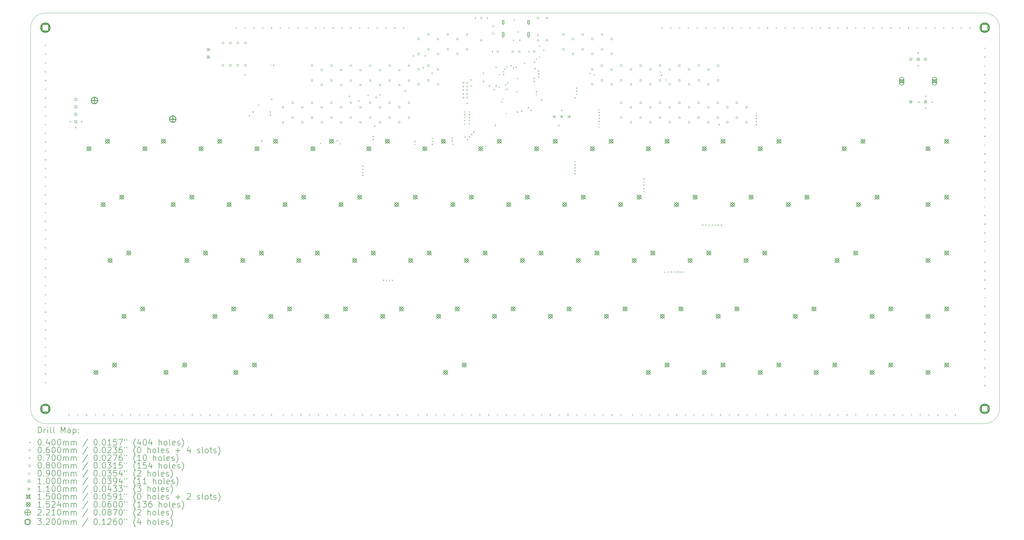
<source format=gbr>
%TF.GenerationSoftware,KiCad,Pcbnew,7.0.5*%
%TF.CreationDate,2024-08-24T17:50:42+10:00*%
%TF.ProjectId,keyboard,6b657962-6f61-4726-942e-6b696361645f,rev?*%
%TF.SameCoordinates,Original*%
%TF.FileFunction,Drillmap*%
%TF.FilePolarity,Positive*%
%FSLAX45Y45*%
G04 Gerber Fmt 4.5, Leading zero omitted, Abs format (unit mm)*
G04 Created by KiCad (PCBNEW 7.0.5) date 2024-08-24 17:50:42*
%MOMM*%
%LPD*%
G01*
G04 APERTURE LIST*
%ADD10C,0.100000*%
%ADD11C,0.200000*%
%ADD12C,0.040000*%
%ADD13C,0.060000*%
%ADD14C,0.070000*%
%ADD15C,0.080000*%
%ADD16C,0.090000*%
%ADD17C,0.110000*%
%ADD18C,0.150000*%
%ADD19C,0.152400*%
%ADD20C,0.220980*%
%ADD21C,0.320000*%
G04 APERTURE END LIST*
D10*
X37500000Y-19700000D02*
G75*
G03*
X38000000Y-19200000I0J500000D01*
G01*
X5000000Y-6200000D02*
X5000000Y-19200000D01*
X38000000Y-19200000D02*
X38000000Y-6200000D01*
X37500000Y-5700000D02*
X5500000Y-5700000D01*
X5500000Y-19700000D02*
X37500000Y-19700000D01*
X38000000Y-6200000D02*
G75*
G03*
X37500000Y-5700000I-500000J0D01*
G01*
X5500000Y-5700000D02*
G75*
G03*
X5000000Y-6200000I0J-500000D01*
G01*
X5000000Y-19200000D02*
G75*
G03*
X5500000Y-19700000I500000J0D01*
G01*
D11*
D12*
X5480000Y-6780000D02*
X5520000Y-6820000D01*
X5520000Y-6780000D02*
X5480000Y-6820000D01*
X5480000Y-7080000D02*
X5520000Y-7120000D01*
X5520000Y-7080000D02*
X5480000Y-7120000D01*
X5480000Y-7380000D02*
X5520000Y-7420000D01*
X5520000Y-7380000D02*
X5480000Y-7420000D01*
X5480000Y-7680000D02*
X5520000Y-7720000D01*
X5520000Y-7680000D02*
X5480000Y-7720000D01*
X5480000Y-7980000D02*
X5520000Y-8020000D01*
X5520000Y-7980000D02*
X5480000Y-8020000D01*
X5480000Y-8280000D02*
X5520000Y-8320000D01*
X5520000Y-8280000D02*
X5480000Y-8320000D01*
X5480000Y-8580000D02*
X5520000Y-8620000D01*
X5520000Y-8580000D02*
X5480000Y-8620000D01*
X5480000Y-8880000D02*
X5520000Y-8920000D01*
X5520000Y-8880000D02*
X5480000Y-8920000D01*
X5480000Y-9180000D02*
X5520000Y-9220000D01*
X5520000Y-9180000D02*
X5480000Y-9220000D01*
X5480000Y-9480000D02*
X5520000Y-9520000D01*
X5520000Y-9480000D02*
X5480000Y-9520000D01*
X5480000Y-9780000D02*
X5520000Y-9820000D01*
X5520000Y-9780000D02*
X5480000Y-9820000D01*
X5480000Y-10080000D02*
X5520000Y-10120000D01*
X5520000Y-10080000D02*
X5480000Y-10120000D01*
X5480000Y-10380000D02*
X5520000Y-10420000D01*
X5520000Y-10380000D02*
X5480000Y-10420000D01*
X5480000Y-10680000D02*
X5520000Y-10720000D01*
X5520000Y-10680000D02*
X5480000Y-10720000D01*
X5480000Y-10980000D02*
X5520000Y-11020000D01*
X5520000Y-10980000D02*
X5480000Y-11020000D01*
X5480000Y-11280000D02*
X5520000Y-11320000D01*
X5520000Y-11280000D02*
X5480000Y-11320000D01*
X5480000Y-11580000D02*
X5520000Y-11620000D01*
X5520000Y-11580000D02*
X5480000Y-11620000D01*
X5480000Y-11880000D02*
X5520000Y-11920000D01*
X5520000Y-11880000D02*
X5480000Y-11920000D01*
X5480000Y-12180000D02*
X5520000Y-12220000D01*
X5520000Y-12180000D02*
X5480000Y-12220000D01*
X5480000Y-12480000D02*
X5520000Y-12520000D01*
X5520000Y-12480000D02*
X5480000Y-12520000D01*
X5480000Y-12780000D02*
X5520000Y-12820000D01*
X5520000Y-12780000D02*
X5480000Y-12820000D01*
X5480000Y-13080000D02*
X5520000Y-13120000D01*
X5520000Y-13080000D02*
X5480000Y-13120000D01*
X5480000Y-13380000D02*
X5520000Y-13420000D01*
X5520000Y-13380000D02*
X5480000Y-13420000D01*
X5480000Y-13680000D02*
X5520000Y-13720000D01*
X5520000Y-13680000D02*
X5480000Y-13720000D01*
X5480000Y-14080000D02*
X5520000Y-14120000D01*
X5520000Y-14080000D02*
X5480000Y-14120000D01*
X5480000Y-14380000D02*
X5520000Y-14420000D01*
X5520000Y-14380000D02*
X5480000Y-14420000D01*
X5480000Y-14680000D02*
X5520000Y-14720000D01*
X5520000Y-14680000D02*
X5480000Y-14720000D01*
X5480000Y-14980000D02*
X5520000Y-15020000D01*
X5520000Y-14980000D02*
X5480000Y-15020000D01*
X5480000Y-15280000D02*
X5520000Y-15320000D01*
X5520000Y-15280000D02*
X5480000Y-15320000D01*
X5480000Y-15580000D02*
X5520000Y-15620000D01*
X5520000Y-15580000D02*
X5480000Y-15620000D01*
X5480000Y-15880000D02*
X5520000Y-15920000D01*
X5520000Y-15880000D02*
X5480000Y-15920000D01*
X5480000Y-16180000D02*
X5520000Y-16220000D01*
X5520000Y-16180000D02*
X5480000Y-16220000D01*
X5480000Y-16480000D02*
X5520000Y-16520000D01*
X5520000Y-16480000D02*
X5480000Y-16520000D01*
X5480000Y-16780000D02*
X5520000Y-16820000D01*
X5520000Y-16780000D02*
X5480000Y-16820000D01*
X5480000Y-17080000D02*
X5520000Y-17120000D01*
X5520000Y-17080000D02*
X5480000Y-17120000D01*
X5480000Y-17380000D02*
X5520000Y-17420000D01*
X5520000Y-17380000D02*
X5480000Y-17420000D01*
X5480000Y-17680000D02*
X5520000Y-17720000D01*
X5520000Y-17680000D02*
X5480000Y-17720000D01*
X5480000Y-17980000D02*
X5520000Y-18020000D01*
X5520000Y-17980000D02*
X5480000Y-18020000D01*
X5480000Y-18280000D02*
X5520000Y-18320000D01*
X5520000Y-18280000D02*
X5480000Y-18320000D01*
X6280000Y-19380000D02*
X6320000Y-19420000D01*
X6320000Y-19380000D02*
X6280000Y-19420000D01*
X6330000Y-9378000D02*
X6370000Y-9418000D01*
X6370000Y-9378000D02*
X6330000Y-9418000D01*
X6507800Y-9581200D02*
X6547800Y-9621200D01*
X6547800Y-9581200D02*
X6507800Y-9621200D01*
X6580000Y-19380000D02*
X6620000Y-19420000D01*
X6620000Y-19380000D02*
X6580000Y-19420000D01*
X6711000Y-9378000D02*
X6751000Y-9418000D01*
X6751000Y-9378000D02*
X6711000Y-9418000D01*
X6880000Y-19380000D02*
X6920000Y-19420000D01*
X6920000Y-19380000D02*
X6880000Y-19420000D01*
X7180000Y-19380000D02*
X7220000Y-19420000D01*
X7220000Y-19380000D02*
X7180000Y-19420000D01*
X7480000Y-19380000D02*
X7520000Y-19420000D01*
X7520000Y-19380000D02*
X7480000Y-19420000D01*
X7780000Y-19380000D02*
X7820000Y-19420000D01*
X7820000Y-19380000D02*
X7780000Y-19420000D01*
X8080000Y-19380000D02*
X8120000Y-19420000D01*
X8120000Y-19380000D02*
X8080000Y-19420000D01*
X8380000Y-19380000D02*
X8420000Y-19420000D01*
X8420000Y-19380000D02*
X8380000Y-19420000D01*
X8680000Y-19380000D02*
X8720000Y-19420000D01*
X8720000Y-19380000D02*
X8680000Y-19420000D01*
X8980000Y-19380000D02*
X9020000Y-19420000D01*
X9020000Y-19380000D02*
X8980000Y-19420000D01*
X9280000Y-19380000D02*
X9320000Y-19420000D01*
X9320000Y-19380000D02*
X9280000Y-19420000D01*
X9580000Y-19380000D02*
X9620000Y-19420000D01*
X9620000Y-19380000D02*
X9580000Y-19420000D01*
X9880000Y-19380000D02*
X9920000Y-19420000D01*
X9920000Y-19380000D02*
X9880000Y-19420000D01*
X10180000Y-19380000D02*
X10220000Y-19420000D01*
X10220000Y-19380000D02*
X10180000Y-19420000D01*
X10480000Y-19380000D02*
X10520000Y-19420000D01*
X10520000Y-19380000D02*
X10480000Y-19420000D01*
X10780000Y-19380000D02*
X10820000Y-19420000D01*
X10820000Y-19380000D02*
X10780000Y-19420000D01*
X11080000Y-19380000D02*
X11120000Y-19420000D01*
X11120000Y-19380000D02*
X11080000Y-19420000D01*
X11380000Y-19380000D02*
X11420000Y-19420000D01*
X11420000Y-19380000D02*
X11380000Y-19420000D01*
X11680000Y-19380000D02*
X11720000Y-19420000D01*
X11720000Y-19380000D02*
X11680000Y-19420000D01*
X11980000Y-6180000D02*
X12020000Y-6220000D01*
X12020000Y-6180000D02*
X11980000Y-6220000D01*
X11980000Y-19380000D02*
X12020000Y-19420000D01*
X12020000Y-19380000D02*
X11980000Y-19420000D01*
X12280000Y-6180000D02*
X12320000Y-6220000D01*
X12320000Y-6180000D02*
X12280000Y-6220000D01*
X12280000Y-7780000D02*
X12320000Y-7820000D01*
X12320000Y-7780000D02*
X12280000Y-7820000D01*
X12280000Y-19380000D02*
X12320000Y-19420000D01*
X12320000Y-19380000D02*
X12280000Y-19420000D01*
X12426000Y-9174800D02*
X12466000Y-9214800D01*
X12466000Y-9174800D02*
X12426000Y-9214800D01*
X12553000Y-9049450D02*
X12593000Y-9089450D01*
X12593000Y-9049450D02*
X12553000Y-9089450D01*
X12580000Y-6180000D02*
X12620000Y-6220000D01*
X12620000Y-6180000D02*
X12580000Y-6220000D01*
X12580000Y-19380000D02*
X12620000Y-19420000D01*
X12620000Y-19380000D02*
X12580000Y-19420000D01*
X12744850Y-8819200D02*
X12784850Y-8859200D01*
X12784850Y-8819200D02*
X12744850Y-8859200D01*
X12851224Y-10044976D02*
X12891224Y-10084976D01*
X12891224Y-10044976D02*
X12851224Y-10084976D01*
X12880000Y-6180000D02*
X12920000Y-6220000D01*
X12920000Y-6180000D02*
X12880000Y-6220000D01*
X12880000Y-19380000D02*
X12920000Y-19420000D01*
X12920000Y-19380000D02*
X12880000Y-19420000D01*
X13137161Y-9049450D02*
X13177161Y-9089450D01*
X13177161Y-9049450D02*
X13137161Y-9089450D01*
X13137200Y-9149400D02*
X13177200Y-9189400D01*
X13177200Y-9149400D02*
X13137200Y-9189400D01*
X13155000Y-7455000D02*
X13195000Y-7495000D01*
X13195000Y-7455000D02*
X13155000Y-7495000D01*
X13180000Y-6180000D02*
X13220000Y-6220000D01*
X13220000Y-6180000D02*
X13180000Y-6220000D01*
X13180000Y-19380000D02*
X13220000Y-19420000D01*
X13220000Y-19380000D02*
X13180000Y-19420000D01*
X13188000Y-8616000D02*
X13228000Y-8656000D01*
X13228000Y-8616000D02*
X13188000Y-8656000D01*
X13255000Y-7455000D02*
X13295000Y-7495000D01*
X13295000Y-7455000D02*
X13255000Y-7495000D01*
X13480000Y-6180000D02*
X13520000Y-6220000D01*
X13520000Y-6180000D02*
X13480000Y-6220000D01*
X13580000Y-19380000D02*
X13620000Y-19420000D01*
X13620000Y-19380000D02*
X13580000Y-19420000D01*
X13780000Y-6180000D02*
X13820000Y-6220000D01*
X13820000Y-6180000D02*
X13780000Y-6220000D01*
X13880000Y-19380000D02*
X13920000Y-19420000D01*
X13920000Y-19380000D02*
X13880000Y-19420000D01*
X14080000Y-6180000D02*
X14120000Y-6220000D01*
X14120000Y-6180000D02*
X14080000Y-6220000D01*
X14180000Y-19380000D02*
X14220000Y-19420000D01*
X14220000Y-19380000D02*
X14180000Y-19420000D01*
X14380000Y-6180000D02*
X14420000Y-6220000D01*
X14420000Y-6180000D02*
X14380000Y-6220000D01*
X14480000Y-19380000D02*
X14520000Y-19420000D01*
X14520000Y-19380000D02*
X14480000Y-19420000D01*
X14680000Y-6180000D02*
X14720000Y-6220000D01*
X14720000Y-6180000D02*
X14680000Y-6220000D01*
X14780000Y-19380000D02*
X14820000Y-19420000D01*
X14820000Y-19380000D02*
X14780000Y-19420000D01*
X14852130Y-10126870D02*
X14892130Y-10166870D01*
X14892130Y-10126870D02*
X14852130Y-10166870D01*
X14980000Y-6180000D02*
X15020000Y-6220000D01*
X15020000Y-6180000D02*
X14980000Y-6220000D01*
X15080000Y-19380000D02*
X15120000Y-19420000D01*
X15120000Y-19380000D02*
X15080000Y-19420000D01*
X15280000Y-6180000D02*
X15320000Y-6220000D01*
X15320000Y-6180000D02*
X15280000Y-6220000D01*
X15380000Y-19380000D02*
X15420000Y-19420000D01*
X15420000Y-19380000D02*
X15380000Y-19420000D01*
X15415191Y-10031879D02*
X15455191Y-10071879D01*
X15455191Y-10031879D02*
X15415191Y-10071879D01*
X15518049Y-10136250D02*
X15558049Y-10176250D01*
X15558049Y-10136250D02*
X15518049Y-10176250D01*
X15580000Y-6180000D02*
X15620000Y-6220000D01*
X15620000Y-6180000D02*
X15580000Y-6220000D01*
X15680000Y-19380000D02*
X15720000Y-19420000D01*
X15720000Y-19380000D02*
X15680000Y-19420000D01*
X15829600Y-8518650D02*
X15869600Y-8558650D01*
X15869600Y-8518650D02*
X15829600Y-8558650D01*
X15880000Y-6180000D02*
X15920000Y-6220000D01*
X15920000Y-6180000D02*
X15880000Y-6220000D01*
X15980000Y-19380000D02*
X16020000Y-19420000D01*
X16020000Y-19380000D02*
X15980000Y-19420000D01*
X16152562Y-8667400D02*
X16192562Y-8707400D01*
X16192562Y-8667400D02*
X16152562Y-8707400D01*
X16180000Y-6180000D02*
X16220000Y-6220000D01*
X16220000Y-6180000D02*
X16180000Y-6220000D01*
X16280000Y-19380000D02*
X16320000Y-19420000D01*
X16320000Y-19380000D02*
X16280000Y-19420000D01*
X16285641Y-11106490D02*
X16325641Y-11146490D01*
X16325641Y-11106490D02*
X16285641Y-11146490D01*
X16286800Y-11212830D02*
X16326800Y-11252830D01*
X16326800Y-11212830D02*
X16286800Y-11252830D01*
X16287804Y-10902000D02*
X16327804Y-10942000D01*
X16327804Y-10902000D02*
X16287804Y-10942000D01*
X16289978Y-11006634D02*
X16329978Y-11046634D01*
X16329978Y-11006634D02*
X16289978Y-11046634D01*
X16468350Y-8482550D02*
X16508350Y-8522550D01*
X16508350Y-8482550D02*
X16468350Y-8522550D01*
X16480000Y-6180000D02*
X16520000Y-6220000D01*
X16520000Y-6180000D02*
X16480000Y-6220000D01*
X16580000Y-19380000D02*
X16620000Y-19420000D01*
X16620000Y-19380000D02*
X16580000Y-19420000D01*
X16642400Y-9887650D02*
X16682400Y-9927650D01*
X16682400Y-9887650D02*
X16642400Y-9927650D01*
X16642400Y-9987600D02*
X16682400Y-10027600D01*
X16682400Y-9987600D02*
X16642400Y-10027600D01*
X16693200Y-9534150D02*
X16733200Y-9574150D01*
X16733200Y-9534150D02*
X16693200Y-9574150D01*
X16740250Y-8555000D02*
X16780250Y-8595000D01*
X16780250Y-8555000D02*
X16740250Y-8595000D01*
X16780000Y-6180000D02*
X16820000Y-6220000D01*
X16820000Y-6180000D02*
X16780000Y-6220000D01*
X16880000Y-8467850D02*
X16920000Y-8507850D01*
X16920000Y-8467850D02*
X16880000Y-8507850D01*
X16880000Y-19380000D02*
X16920000Y-19420000D01*
X16920000Y-19380000D02*
X16880000Y-19420000D01*
X16998000Y-14788200D02*
X17038000Y-14828200D01*
X17038000Y-14788200D02*
X16998000Y-14828200D01*
X17080000Y-6180000D02*
X17120000Y-6220000D01*
X17120000Y-6180000D02*
X17080000Y-6220000D01*
X17097950Y-14788200D02*
X17137950Y-14828200D01*
X17137950Y-14788200D02*
X17097950Y-14828200D01*
X17180000Y-19380000D02*
X17220000Y-19420000D01*
X17220000Y-19380000D02*
X17180000Y-19420000D01*
X17197901Y-14788200D02*
X17237901Y-14828200D01*
X17237901Y-14788200D02*
X17197901Y-14828200D01*
X17297851Y-14788200D02*
X17337851Y-14828200D01*
X17337851Y-14788200D02*
X17297851Y-14828200D01*
X17380000Y-6180000D02*
X17420000Y-6220000D01*
X17420000Y-6180000D02*
X17380000Y-6220000D01*
X17480000Y-19380000D02*
X17520000Y-19420000D01*
X17520000Y-19380000D02*
X17480000Y-19420000D01*
X17680000Y-6180000D02*
X17720000Y-6220000D01*
X17720000Y-6180000D02*
X17680000Y-6220000D01*
X17734600Y-8336600D02*
X17774600Y-8376600D01*
X17774600Y-8336600D02*
X17734600Y-8376600D01*
X17780000Y-19380000D02*
X17820000Y-19420000D01*
X17820000Y-19380000D02*
X17780000Y-19420000D01*
X18014000Y-7138550D02*
X18054000Y-7178550D01*
X18054000Y-7138550D02*
X18014000Y-7178550D01*
X18064800Y-10055400D02*
X18104800Y-10095400D01*
X18104800Y-10055400D02*
X18064800Y-10095400D01*
X18064800Y-10155350D02*
X18104800Y-10195350D01*
X18104800Y-10155350D02*
X18064800Y-10195350D01*
X18180000Y-19380000D02*
X18220000Y-19420000D01*
X18220000Y-19380000D02*
X18180000Y-19420000D01*
X18344200Y-7542300D02*
X18384200Y-7582300D01*
X18384200Y-7542300D02*
X18344200Y-7582300D01*
X18420400Y-7138550D02*
X18460400Y-7178550D01*
X18460400Y-7138550D02*
X18420400Y-7178550D01*
X18480000Y-19380000D02*
X18520000Y-19420000D01*
X18520000Y-19380000D02*
X18480000Y-19420000D01*
X18649000Y-7727000D02*
X18689000Y-7767000D01*
X18689000Y-7727000D02*
X18649000Y-7767000D01*
X18658264Y-10148550D02*
X18698264Y-10188550D01*
X18698264Y-10148550D02*
X18658264Y-10188550D01*
X18670131Y-9950647D02*
X18710131Y-9990647D01*
X18710131Y-9950647D02*
X18670131Y-9990647D01*
X18676958Y-10050364D02*
X18716958Y-10090364D01*
X18716958Y-10050364D02*
X18676958Y-10090364D01*
X18780000Y-19380000D02*
X18820000Y-19420000D01*
X18820000Y-19380000D02*
X18780000Y-19420000D01*
X19080000Y-19380000D02*
X19120000Y-19420000D01*
X19120000Y-19380000D02*
X19080000Y-19420000D01*
X19333951Y-9937649D02*
X19373951Y-9977649D01*
X19373951Y-9937649D02*
X19333951Y-9977649D01*
X19335230Y-10038830D02*
X19375230Y-10078830D01*
X19375230Y-10038830D02*
X19335230Y-10078830D01*
X19356450Y-10148550D02*
X19396450Y-10188550D01*
X19396450Y-10148550D02*
X19356450Y-10188550D01*
X19380000Y-19380000D02*
X19420000Y-19420000D01*
X19420000Y-19380000D02*
X19380000Y-19420000D01*
X19680000Y-19380000D02*
X19720000Y-19420000D01*
X19720000Y-19380000D02*
X19680000Y-19420000D01*
X19762850Y-9047800D02*
X19802850Y-9087800D01*
X19802850Y-9047800D02*
X19762850Y-9087800D01*
X19762850Y-9148616D02*
X19802850Y-9188616D01*
X19802850Y-9148616D02*
X19762850Y-9188616D01*
X19762850Y-9248566D02*
X19802850Y-9288566D01*
X19802850Y-9248566D02*
X19762850Y-9288566D01*
X19762850Y-9348517D02*
X19802850Y-9388517D01*
X19802850Y-9348517D02*
X19762850Y-9388517D01*
X19762850Y-9454200D02*
X19802850Y-9494200D01*
X19802850Y-9454200D02*
X19762850Y-9494200D01*
X19781600Y-9910542D02*
X19821600Y-9950542D01*
X19821600Y-9910542D02*
X19781600Y-9950542D01*
X19842800Y-8752450D02*
X19882800Y-8792450D01*
X19882800Y-8752450D02*
X19842800Y-8792450D01*
X19854050Y-9988347D02*
X19894050Y-10028347D01*
X19894050Y-9988347D02*
X19854050Y-10028347D01*
X19922750Y-9047800D02*
X19962750Y-9087800D01*
X19962750Y-9047800D02*
X19922750Y-9087800D01*
X19922750Y-9148616D02*
X19962750Y-9188616D01*
X19962750Y-9148616D02*
X19922750Y-9188616D01*
X19922750Y-9248566D02*
X19962750Y-9288566D01*
X19962750Y-9248566D02*
X19922750Y-9288566D01*
X19922750Y-9348517D02*
X19962750Y-9388517D01*
X19962750Y-9348517D02*
X19922750Y-9388517D01*
X19922750Y-9448467D02*
X19962750Y-9488467D01*
X19962750Y-9448467D02*
X19922750Y-9488467D01*
X19926500Y-9899992D02*
X19966500Y-9939992D01*
X19966500Y-9899992D02*
X19926500Y-9939992D01*
X19969800Y-7955600D02*
X20009800Y-7995600D01*
X20009800Y-7955600D02*
X19969800Y-7995600D01*
X19969800Y-8158800D02*
X20009800Y-8198800D01*
X20009800Y-8158800D02*
X19969800Y-8198800D01*
X19980000Y-19380000D02*
X20020000Y-19420000D01*
X20020000Y-19380000D02*
X19980000Y-19420000D01*
X19998950Y-9816764D02*
X20038950Y-9856764D01*
X20038950Y-9816764D02*
X19998950Y-9856764D01*
X20071400Y-9733600D02*
X20111400Y-9773600D01*
X20111400Y-9733600D02*
X20071400Y-9773600D01*
X20122200Y-5847400D02*
X20162200Y-5887400D01*
X20162200Y-5847400D02*
X20122200Y-5887400D01*
X20280000Y-19380000D02*
X20320000Y-19420000D01*
X20320000Y-19380000D02*
X20280000Y-19420000D01*
X20401600Y-7727000D02*
X20441600Y-7767000D01*
X20441600Y-7727000D02*
X20401600Y-7767000D01*
X20401600Y-8006400D02*
X20441600Y-8046400D01*
X20441600Y-8006400D02*
X20401600Y-8046400D01*
X20477800Y-10216200D02*
X20517800Y-10256200D01*
X20517800Y-10216200D02*
X20477800Y-10256200D01*
X20528600Y-5847400D02*
X20568600Y-5887400D01*
X20568600Y-5847400D02*
X20528600Y-5887400D01*
X20580000Y-19380000D02*
X20620000Y-19420000D01*
X20620000Y-19380000D02*
X20580000Y-19420000D01*
X20604800Y-8158800D02*
X20644800Y-8198800D01*
X20644800Y-8158800D02*
X20604800Y-8198800D01*
X20706400Y-6990400D02*
X20746400Y-7030400D01*
X20746400Y-6990400D02*
X20706400Y-7030400D01*
X20757200Y-8285800D02*
X20797200Y-8325800D01*
X20797200Y-8285800D02*
X20757200Y-8325800D01*
X20808000Y-9505000D02*
X20848000Y-9545000D01*
X20848000Y-9505000D02*
X20808000Y-9545000D01*
X20830000Y-7530000D02*
X20870000Y-7570000D01*
X20870000Y-7530000D02*
X20830000Y-7570000D01*
X20833400Y-8158800D02*
X20873400Y-8198800D01*
X20873400Y-8158800D02*
X20833400Y-8198800D01*
X20880000Y-19380000D02*
X20920000Y-19420000D01*
X20920000Y-19380000D02*
X20880000Y-19420000D01*
X20930000Y-8205000D02*
X20970000Y-8245000D01*
X20970000Y-8205000D02*
X20930000Y-8245000D01*
X20937625Y-7775175D02*
X20977625Y-7815175D01*
X20977625Y-7775175D02*
X20937625Y-7815175D01*
X21022598Y-8704242D02*
X21062598Y-8744242D01*
X21062598Y-8704242D02*
X21022598Y-8744242D01*
X21054461Y-8597279D02*
X21094461Y-8637279D01*
X21094461Y-8597279D02*
X21054461Y-8637279D01*
X21081150Y-7676200D02*
X21121150Y-7716200D01*
X21121150Y-7676200D02*
X21081150Y-7716200D01*
X21081150Y-7776240D02*
X21121150Y-7816240D01*
X21121150Y-7776240D02*
X21081150Y-7816240D01*
X21127946Y-7587881D02*
X21167946Y-7627881D01*
X21167946Y-7587881D02*
X21127946Y-7627881D01*
X21155000Y-8130000D02*
X21195000Y-8170000D01*
X21195000Y-8130000D02*
X21155000Y-8170000D01*
X21180000Y-9105000D02*
X21220000Y-9145000D01*
X21220000Y-9105000D02*
X21180000Y-9145000D01*
X21180000Y-19380000D02*
X21220000Y-19420000D01*
X21220000Y-19380000D02*
X21180000Y-19420000D01*
X21192649Y-8284758D02*
X21232649Y-8324758D01*
X21232649Y-8284758D02*
X21192649Y-8324758D01*
X21203734Y-7512159D02*
X21243734Y-7552159D01*
X21243734Y-7512159D02*
X21203734Y-7552159D01*
X21227550Y-8060484D02*
X21267550Y-8100484D01*
X21267550Y-8060484D02*
X21227550Y-8100484D01*
X21333868Y-7477250D02*
X21373868Y-7517250D01*
X21373868Y-7477250D02*
X21333868Y-7517250D01*
X21424379Y-7555407D02*
X21464379Y-7595407D01*
X21464379Y-7555407D02*
X21424379Y-7595407D01*
X21433247Y-6604953D02*
X21473247Y-6644953D01*
X21473247Y-6604953D02*
X21433247Y-6644953D01*
X21458647Y-5919153D02*
X21498647Y-5959153D01*
X21498647Y-5919153D02*
X21458647Y-5959153D01*
X21480000Y-19380000D02*
X21520000Y-19420000D01*
X21520000Y-19380000D02*
X21480000Y-19420000D01*
X21519200Y-7523800D02*
X21559200Y-7563800D01*
X21559200Y-7523800D02*
X21519200Y-7563800D01*
X21530000Y-8355000D02*
X21570000Y-8395000D01*
X21570000Y-8355000D02*
X21530000Y-8395000D01*
X21555000Y-7905000D02*
X21595000Y-7945000D01*
X21595000Y-7905000D02*
X21555000Y-7945000D01*
X21555000Y-9055000D02*
X21595000Y-9095000D01*
X21595000Y-9055000D02*
X21555000Y-9095000D01*
X21585647Y-6325553D02*
X21625647Y-6365553D01*
X21625647Y-6325553D02*
X21585647Y-6365553D01*
X21639285Y-6606819D02*
X21679285Y-6646819D01*
X21679285Y-6606819D02*
X21639285Y-6646819D01*
X21697000Y-9022400D02*
X21737000Y-9062400D01*
X21737000Y-9022400D02*
X21697000Y-9062400D01*
X21780000Y-19380000D02*
X21820000Y-19420000D01*
X21820000Y-19380000D02*
X21780000Y-19420000D01*
X21800905Y-7389555D02*
X21840905Y-7429555D01*
X21840905Y-7389555D02*
X21800905Y-7429555D01*
X21925600Y-8895400D02*
X21965600Y-8935400D01*
X21965600Y-8895400D02*
X21925600Y-8935400D01*
X21951000Y-6990400D02*
X21991000Y-7030400D01*
X21991000Y-6990400D02*
X21951000Y-7030400D01*
X22027200Y-8997000D02*
X22067200Y-9037000D01*
X22067200Y-8997000D02*
X22027200Y-9037000D01*
X22080000Y-19380000D02*
X22120000Y-19420000D01*
X22120000Y-19380000D02*
X22080000Y-19420000D01*
X22128800Y-7906450D02*
X22168800Y-7946450D01*
X22168800Y-7906450D02*
X22128800Y-7946450D01*
X22128800Y-8006400D02*
X22168800Y-8046400D01*
X22168800Y-8006400D02*
X22128800Y-8046400D01*
X22138248Y-7354868D02*
X22178248Y-7394868D01*
X22178248Y-7354868D02*
X22138248Y-7394868D01*
X22154200Y-7574600D02*
X22194200Y-7614600D01*
X22194200Y-7574600D02*
X22154200Y-7614600D01*
X22205000Y-8362000D02*
X22245000Y-8402000D01*
X22245000Y-8362000D02*
X22205000Y-8402000D01*
X22205000Y-8461950D02*
X22245000Y-8501950D01*
X22245000Y-8461950D02*
X22205000Y-8501950D01*
X22210748Y-7248150D02*
X22250748Y-7288150D01*
X22250748Y-7248150D02*
X22210748Y-7288150D01*
X22255800Y-6431600D02*
X22295800Y-6471600D01*
X22295800Y-6431600D02*
X22255800Y-6471600D01*
X22281200Y-7650800D02*
X22321200Y-7690800D01*
X22321200Y-7650800D02*
X22281200Y-7690800D01*
X22281200Y-7753260D02*
X22321200Y-7793260D01*
X22321200Y-7753260D02*
X22281200Y-7793260D01*
X22281200Y-7854000D02*
X22321200Y-7894000D01*
X22321200Y-7854000D02*
X22281200Y-7894000D01*
X22306600Y-7175700D02*
X22346600Y-7215700D01*
X22346600Y-7175700D02*
X22306600Y-7215700D01*
X22322247Y-6808153D02*
X22362247Y-6848153D01*
X22362247Y-6808153D02*
X22322247Y-6848153D01*
X22380000Y-19380000D02*
X22420000Y-19420000D01*
X22420000Y-19380000D02*
X22380000Y-19420000D01*
X22382800Y-8641400D02*
X22422800Y-8681400D01*
X22422800Y-8641400D02*
X22382800Y-8681400D01*
X22456776Y-6942683D02*
X22496776Y-6982683D01*
X22496776Y-6942683D02*
X22456776Y-6982683D01*
X22680000Y-19380000D02*
X22720000Y-19420000D01*
X22720000Y-19380000D02*
X22680000Y-19420000D01*
X22967000Y-9505000D02*
X23007000Y-9545000D01*
X23007000Y-9505000D02*
X22967000Y-9545000D01*
X22980000Y-19380000D02*
X23020000Y-19420000D01*
X23020000Y-19380000D02*
X22980000Y-19420000D01*
X23068600Y-8997000D02*
X23108600Y-9037000D01*
X23108600Y-8997000D02*
X23068600Y-9037000D01*
X23280000Y-19380000D02*
X23320000Y-19420000D01*
X23320000Y-19380000D02*
X23280000Y-19420000D01*
X23518630Y-10756199D02*
X23558630Y-10796199D01*
X23558630Y-10756199D02*
X23518630Y-10796199D01*
X23518630Y-10856149D02*
X23558630Y-10896149D01*
X23558630Y-10856149D02*
X23518630Y-10896149D01*
X23518630Y-10956099D02*
X23558630Y-10996099D01*
X23558630Y-10956099D02*
X23518630Y-10996099D01*
X23518630Y-11056050D02*
X23558630Y-11096050D01*
X23558630Y-11056050D02*
X23518630Y-11096050D01*
X23518630Y-11156000D02*
X23558630Y-11196000D01*
X23558630Y-11156000D02*
X23518630Y-11196000D01*
X23525150Y-8565200D02*
X23565150Y-8605200D01*
X23565150Y-8565200D02*
X23525150Y-8605200D01*
X23570150Y-8438200D02*
X23610150Y-8478200D01*
X23610150Y-8438200D02*
X23570150Y-8478200D01*
X23576600Y-8336600D02*
X23616600Y-8376600D01*
X23616600Y-8336600D02*
X23576600Y-8376600D01*
X23577855Y-8235395D02*
X23617855Y-8275395D01*
X23617855Y-8235395D02*
X23577855Y-8275395D01*
X23580000Y-19380000D02*
X23620000Y-19420000D01*
X23620000Y-19380000D02*
X23580000Y-19420000D01*
X23880000Y-19380000D02*
X23920000Y-19420000D01*
X23920000Y-19380000D02*
X23880000Y-19420000D01*
X24030050Y-7739950D02*
X24070050Y-7779950D01*
X24070050Y-7739950D02*
X24030050Y-7779950D01*
X24173130Y-7780570D02*
X24213130Y-7820570D01*
X24213130Y-7780570D02*
X24173130Y-7820570D01*
X24180000Y-19380000D02*
X24220000Y-19420000D01*
X24220000Y-19380000D02*
X24180000Y-19420000D01*
X24338600Y-8970828D02*
X24378600Y-9010828D01*
X24378600Y-8970828D02*
X24338600Y-9010828D01*
X24338600Y-9070779D02*
X24378600Y-9110779D01*
X24378600Y-9070779D02*
X24338600Y-9110779D01*
X24338600Y-9170729D02*
X24378600Y-9210729D01*
X24378600Y-9170729D02*
X24338600Y-9210729D01*
X24338600Y-9270679D02*
X24378600Y-9310679D01*
X24378600Y-9270679D02*
X24338600Y-9310679D01*
X24338600Y-9370630D02*
X24378600Y-9410630D01*
X24378600Y-9370630D02*
X24338600Y-9410630D01*
X24338600Y-9470580D02*
X24378600Y-9510580D01*
X24378600Y-9470580D02*
X24338600Y-9510580D01*
X24338600Y-9570530D02*
X24378600Y-9610530D01*
X24378600Y-9570530D02*
X24338600Y-9610530D01*
X24480000Y-19380000D02*
X24520000Y-19420000D01*
X24520000Y-19380000D02*
X24480000Y-19420000D01*
X24780000Y-19380000D02*
X24820000Y-19420000D01*
X24820000Y-19380000D02*
X24780000Y-19420000D01*
X25080000Y-19380000D02*
X25120000Y-19420000D01*
X25120000Y-19380000D02*
X25080000Y-19420000D01*
X25480000Y-19380000D02*
X25520000Y-19420000D01*
X25520000Y-19380000D02*
X25480000Y-19420000D01*
X25780000Y-19380000D02*
X25820000Y-19420000D01*
X25820000Y-19380000D02*
X25780000Y-19420000D01*
X25862170Y-11334230D02*
X25902170Y-11374230D01*
X25902170Y-11334230D02*
X25862170Y-11374230D01*
X25862600Y-11450180D02*
X25902600Y-11490180D01*
X25902600Y-11450180D02*
X25862600Y-11490180D01*
X25862600Y-11550130D02*
X25902600Y-11590130D01*
X25902600Y-11550130D02*
X25862600Y-11590130D01*
X25862600Y-11664000D02*
X25902600Y-11704000D01*
X25902600Y-11664000D02*
X25862600Y-11704000D01*
X25862600Y-11764500D02*
X25902600Y-11804500D01*
X25902600Y-11764500D02*
X25862600Y-11804500D01*
X26080000Y-19380000D02*
X26120000Y-19420000D01*
X26120000Y-19380000D02*
X26080000Y-19420000D01*
X26380000Y-19380000D02*
X26420000Y-19420000D01*
X26420000Y-19380000D02*
X26380000Y-19420000D01*
X26437010Y-7698302D02*
X26477010Y-7738302D01*
X26477010Y-7698302D02*
X26437010Y-7738302D01*
X26469281Y-7792900D02*
X26509281Y-7832900D01*
X26509281Y-7792900D02*
X26469281Y-7832900D01*
X26480000Y-6180000D02*
X26520000Y-6220000D01*
X26520000Y-6180000D02*
X26480000Y-6220000D01*
X26586535Y-14521535D02*
X26626535Y-14561535D01*
X26626535Y-14521535D02*
X26586535Y-14561535D01*
X26620850Y-7955600D02*
X26660850Y-7995600D01*
X26660850Y-7955600D02*
X26620850Y-7995600D01*
X26680000Y-19380000D02*
X26720000Y-19420000D01*
X26720000Y-19380000D02*
X26680000Y-19420000D01*
X26699150Y-14508800D02*
X26739150Y-14548800D01*
X26739150Y-14508800D02*
X26699150Y-14548800D01*
X26780000Y-6180000D02*
X26820000Y-6220000D01*
X26820000Y-6180000D02*
X26780000Y-6220000D01*
X26799091Y-14507447D02*
X26839091Y-14547447D01*
X26839091Y-14507447D02*
X26799091Y-14547447D01*
X26899027Y-14509148D02*
X26939027Y-14549148D01*
X26939027Y-14509148D02*
X26899027Y-14549148D01*
X26980000Y-19380000D02*
X27020000Y-19420000D01*
X27020000Y-19380000D02*
X26980000Y-19420000D01*
X26998976Y-14508720D02*
X27038976Y-14548720D01*
X27038976Y-14508720D02*
X26998976Y-14548720D01*
X27080000Y-6180000D02*
X27120000Y-6220000D01*
X27120000Y-6180000D02*
X27080000Y-6220000D01*
X27098927Y-14508859D02*
X27138927Y-14548859D01*
X27138927Y-14508859D02*
X27098927Y-14548859D01*
X27198877Y-14508789D02*
X27238877Y-14548789D01*
X27238877Y-14508789D02*
X27198877Y-14548789D01*
X27280000Y-19380000D02*
X27320000Y-19420000D01*
X27320000Y-19380000D02*
X27280000Y-19420000D01*
X27380000Y-6180000D02*
X27420000Y-6220000D01*
X27420000Y-6180000D02*
X27380000Y-6220000D01*
X27580000Y-19380000D02*
X27620000Y-19420000D01*
X27620000Y-19380000D02*
X27580000Y-19420000D01*
X27680000Y-6180000D02*
X27720000Y-6220000D01*
X27720000Y-6180000D02*
X27680000Y-6220000D01*
X27869200Y-12908600D02*
X27909200Y-12948600D01*
X27909200Y-12908600D02*
X27869200Y-12948600D01*
X27880000Y-19380000D02*
X27920000Y-19420000D01*
X27920000Y-19380000D02*
X27880000Y-19420000D01*
X27980000Y-6180000D02*
X28020000Y-6220000D01*
X28020000Y-6180000D02*
X27980000Y-6220000D01*
X27982974Y-12896497D02*
X28022974Y-12936497D01*
X28022974Y-12896497D02*
X27982974Y-12936497D01*
X28095027Y-12908600D02*
X28135027Y-12948600D01*
X28135027Y-12908600D02*
X28095027Y-12948600D01*
X28180000Y-19380000D02*
X28220000Y-19420000D01*
X28220000Y-19380000D02*
X28180000Y-19420000D01*
X28194978Y-12908600D02*
X28234978Y-12948600D01*
X28234978Y-12908600D02*
X28194978Y-12948600D01*
X28280000Y-6180000D02*
X28320000Y-6220000D01*
X28320000Y-6180000D02*
X28280000Y-6220000D01*
X28294928Y-12908600D02*
X28334928Y-12948600D01*
X28334928Y-12908600D02*
X28294928Y-12948600D01*
X28394878Y-12908600D02*
X28434878Y-12948600D01*
X28434878Y-12908600D02*
X28394878Y-12948600D01*
X28428000Y-9480530D02*
X28468000Y-9520530D01*
X28468000Y-9480530D02*
X28428000Y-9520530D01*
X28480000Y-19380000D02*
X28520000Y-19420000D01*
X28520000Y-19380000D02*
X28480000Y-19420000D01*
X28504200Y-12908600D02*
X28544200Y-12948600D01*
X28544200Y-12908600D02*
X28504200Y-12948600D01*
X28580000Y-6180000D02*
X28620000Y-6220000D01*
X28620000Y-6180000D02*
X28580000Y-6220000D01*
X28780000Y-19380000D02*
X28820000Y-19420000D01*
X28820000Y-19380000D02*
X28780000Y-19420000D01*
X28880000Y-6180000D02*
X28920000Y-6220000D01*
X28920000Y-6180000D02*
X28880000Y-6220000D01*
X29080000Y-19380000D02*
X29120000Y-19420000D01*
X29120000Y-19380000D02*
X29080000Y-19420000D01*
X29180000Y-6180000D02*
X29220000Y-6220000D01*
X29220000Y-6180000D02*
X29180000Y-6220000D01*
X29380000Y-19380000D02*
X29420000Y-19420000D01*
X29420000Y-19380000D02*
X29380000Y-19420000D01*
X29480000Y-6180000D02*
X29520000Y-6220000D01*
X29520000Y-6180000D02*
X29480000Y-6220000D01*
X29680000Y-19380000D02*
X29720000Y-19420000D01*
X29720000Y-19380000D02*
X29680000Y-19420000D01*
X29698000Y-9080729D02*
X29738000Y-9120729D01*
X29738000Y-9080729D02*
X29698000Y-9120729D01*
X29698000Y-9180679D02*
X29738000Y-9220679D01*
X29738000Y-9180679D02*
X29698000Y-9220679D01*
X29698000Y-9280630D02*
X29738000Y-9320630D01*
X29738000Y-9280630D02*
X29698000Y-9320630D01*
X29698000Y-9380580D02*
X29738000Y-9420580D01*
X29738000Y-9380580D02*
X29698000Y-9420580D01*
X29698000Y-9480530D02*
X29738000Y-9520530D01*
X29738000Y-9480530D02*
X29698000Y-9520530D01*
X29780000Y-6180000D02*
X29820000Y-6220000D01*
X29820000Y-6180000D02*
X29780000Y-6220000D01*
X30080000Y-6180000D02*
X30120000Y-6220000D01*
X30120000Y-6180000D02*
X30080000Y-6220000D01*
X30080000Y-19380000D02*
X30120000Y-19420000D01*
X30120000Y-19380000D02*
X30080000Y-19420000D01*
X30380000Y-6180000D02*
X30420000Y-6220000D01*
X30420000Y-6180000D02*
X30380000Y-6220000D01*
X30380000Y-19380000D02*
X30420000Y-19420000D01*
X30420000Y-19380000D02*
X30380000Y-19420000D01*
X30680000Y-6180000D02*
X30720000Y-6220000D01*
X30720000Y-6180000D02*
X30680000Y-6220000D01*
X30680000Y-19380000D02*
X30720000Y-19420000D01*
X30720000Y-19380000D02*
X30680000Y-19420000D01*
X30980000Y-6180000D02*
X31020000Y-6220000D01*
X31020000Y-6180000D02*
X30980000Y-6220000D01*
X30980000Y-19380000D02*
X31020000Y-19420000D01*
X31020000Y-19380000D02*
X30980000Y-19420000D01*
X31280000Y-6180000D02*
X31320000Y-6220000D01*
X31320000Y-6180000D02*
X31280000Y-6220000D01*
X31280000Y-19380000D02*
X31320000Y-19420000D01*
X31320000Y-19380000D02*
X31280000Y-19420000D01*
X31580000Y-6180000D02*
X31620000Y-6220000D01*
X31620000Y-6180000D02*
X31580000Y-6220000D01*
X31580000Y-19380000D02*
X31620000Y-19420000D01*
X31620000Y-19380000D02*
X31580000Y-19420000D01*
X31880000Y-6180000D02*
X31920000Y-6220000D01*
X31920000Y-6180000D02*
X31880000Y-6220000D01*
X31880000Y-19380000D02*
X31920000Y-19420000D01*
X31920000Y-19380000D02*
X31880000Y-19420000D01*
X32180000Y-6180000D02*
X32220000Y-6220000D01*
X32220000Y-6180000D02*
X32180000Y-6220000D01*
X32180000Y-19380000D02*
X32220000Y-19420000D01*
X32220000Y-19380000D02*
X32180000Y-19420000D01*
X32480000Y-6180000D02*
X32520000Y-6220000D01*
X32520000Y-6180000D02*
X32480000Y-6220000D01*
X32480000Y-19380000D02*
X32520000Y-19420000D01*
X32520000Y-19380000D02*
X32480000Y-19420000D01*
X32780000Y-6180000D02*
X32820000Y-6220000D01*
X32820000Y-6180000D02*
X32780000Y-6220000D01*
X32780000Y-19380000D02*
X32820000Y-19420000D01*
X32820000Y-19380000D02*
X32780000Y-19420000D01*
X33080000Y-6180000D02*
X33120000Y-6220000D01*
X33120000Y-6180000D02*
X33080000Y-6220000D01*
X33080000Y-19380000D02*
X33120000Y-19420000D01*
X33120000Y-19380000D02*
X33080000Y-19420000D01*
X33380000Y-6180000D02*
X33420000Y-6220000D01*
X33420000Y-6180000D02*
X33380000Y-6220000D01*
X33480000Y-19380000D02*
X33520000Y-19420000D01*
X33520000Y-19380000D02*
X33480000Y-19420000D01*
X33680000Y-6180000D02*
X33720000Y-6220000D01*
X33720000Y-6180000D02*
X33680000Y-6220000D01*
X33780000Y-19380000D02*
X33820000Y-19420000D01*
X33820000Y-19380000D02*
X33780000Y-19420000D01*
X33980000Y-6180000D02*
X34020000Y-6220000D01*
X34020000Y-6180000D02*
X33980000Y-6220000D01*
X34080000Y-19380000D02*
X34120000Y-19420000D01*
X34120000Y-19380000D02*
X34080000Y-19420000D01*
X34280000Y-6180000D02*
X34320000Y-6220000D01*
X34320000Y-6180000D02*
X34280000Y-6220000D01*
X34380000Y-19380000D02*
X34420000Y-19420000D01*
X34420000Y-19380000D02*
X34380000Y-19420000D01*
X34580000Y-6180000D02*
X34620000Y-6220000D01*
X34620000Y-6180000D02*
X34580000Y-6220000D01*
X34680000Y-19380000D02*
X34720000Y-19420000D01*
X34720000Y-19380000D02*
X34680000Y-19420000D01*
X34880000Y-6180000D02*
X34920000Y-6220000D01*
X34920000Y-6180000D02*
X34880000Y-6220000D01*
X34980000Y-19380000D02*
X35020000Y-19420000D01*
X35020000Y-19380000D02*
X34980000Y-19420000D01*
X35180000Y-6180000D02*
X35220000Y-6220000D01*
X35220000Y-6180000D02*
X35180000Y-6220000D01*
X35209800Y-7041200D02*
X35249800Y-7081200D01*
X35249800Y-7041200D02*
X35209800Y-7081200D01*
X35209800Y-7473000D02*
X35249800Y-7513000D01*
X35249800Y-7473000D02*
X35209800Y-7513000D01*
X35235200Y-8717600D02*
X35275200Y-8757600D01*
X35275200Y-8717600D02*
X35235200Y-8757600D01*
X35280000Y-19380000D02*
X35320000Y-19420000D01*
X35320000Y-19380000D02*
X35280000Y-19420000D01*
X35463800Y-8514400D02*
X35503800Y-8554400D01*
X35503800Y-8514400D02*
X35463800Y-8554400D01*
X35463800Y-8920800D02*
X35503800Y-8960800D01*
X35503800Y-8920800D02*
X35463800Y-8960800D01*
X35480000Y-6180000D02*
X35520000Y-6220000D01*
X35520000Y-6180000D02*
X35480000Y-6220000D01*
X35580000Y-19380000D02*
X35620000Y-19420000D01*
X35620000Y-19380000D02*
X35580000Y-19420000D01*
X35692400Y-8717600D02*
X35732400Y-8757600D01*
X35732400Y-8717600D02*
X35692400Y-8757600D01*
X35780000Y-6180000D02*
X35820000Y-6220000D01*
X35820000Y-6180000D02*
X35780000Y-6220000D01*
X35880000Y-19380000D02*
X35920000Y-19420000D01*
X35920000Y-19380000D02*
X35880000Y-19420000D01*
X36080000Y-6180000D02*
X36120000Y-6220000D01*
X36120000Y-6180000D02*
X36080000Y-6220000D01*
X36180000Y-19380000D02*
X36220000Y-19420000D01*
X36220000Y-19380000D02*
X36180000Y-19420000D01*
X36380000Y-6180000D02*
X36420000Y-6220000D01*
X36420000Y-6180000D02*
X36380000Y-6220000D01*
X36480000Y-19380000D02*
X36520000Y-19420000D01*
X36520000Y-19380000D02*
X36480000Y-19420000D01*
X36680000Y-6180000D02*
X36720000Y-6220000D01*
X36720000Y-6180000D02*
X36680000Y-6220000D01*
X36980000Y-6180000D02*
X37020000Y-6220000D01*
X37020000Y-6180000D02*
X36980000Y-6220000D01*
X37480000Y-6880000D02*
X37520000Y-6920000D01*
X37520000Y-6880000D02*
X37480000Y-6920000D01*
X37480000Y-7180000D02*
X37520000Y-7220000D01*
X37520000Y-7180000D02*
X37480000Y-7220000D01*
X37480000Y-7480000D02*
X37520000Y-7520000D01*
X37520000Y-7480000D02*
X37480000Y-7520000D01*
X37480000Y-7780000D02*
X37520000Y-7820000D01*
X37520000Y-7780000D02*
X37480000Y-7820000D01*
X37480000Y-8080000D02*
X37520000Y-8120000D01*
X37520000Y-8080000D02*
X37480000Y-8120000D01*
X37480000Y-8380000D02*
X37520000Y-8420000D01*
X37520000Y-8380000D02*
X37480000Y-8420000D01*
X37480000Y-8680000D02*
X37520000Y-8720000D01*
X37520000Y-8680000D02*
X37480000Y-8720000D01*
X37480000Y-8980000D02*
X37520000Y-9020000D01*
X37520000Y-8980000D02*
X37480000Y-9020000D01*
X37480000Y-9280000D02*
X37520000Y-9320000D01*
X37520000Y-9280000D02*
X37480000Y-9320000D01*
X37480000Y-9580000D02*
X37520000Y-9620000D01*
X37520000Y-9580000D02*
X37480000Y-9620000D01*
X37480000Y-9880000D02*
X37520000Y-9920000D01*
X37520000Y-9880000D02*
X37480000Y-9920000D01*
X37480000Y-10180000D02*
X37520000Y-10220000D01*
X37520000Y-10180000D02*
X37480000Y-10220000D01*
X37480000Y-10480000D02*
X37520000Y-10520000D01*
X37520000Y-10480000D02*
X37480000Y-10520000D01*
X37480000Y-10780000D02*
X37520000Y-10820000D01*
X37520000Y-10780000D02*
X37480000Y-10820000D01*
X37480000Y-11080000D02*
X37520000Y-11120000D01*
X37520000Y-11080000D02*
X37480000Y-11120000D01*
X37480000Y-11380000D02*
X37520000Y-11420000D01*
X37520000Y-11380000D02*
X37480000Y-11420000D01*
X37480000Y-11680000D02*
X37520000Y-11720000D01*
X37520000Y-11680000D02*
X37480000Y-11720000D01*
X37480000Y-11980000D02*
X37520000Y-12020000D01*
X37520000Y-11980000D02*
X37480000Y-12020000D01*
X37480000Y-12280000D02*
X37520000Y-12320000D01*
X37520000Y-12280000D02*
X37480000Y-12320000D01*
X37480000Y-12580000D02*
X37520000Y-12620000D01*
X37520000Y-12580000D02*
X37480000Y-12620000D01*
X37480000Y-12880000D02*
X37520000Y-12920000D01*
X37520000Y-12880000D02*
X37480000Y-12920000D01*
X37480000Y-13180000D02*
X37520000Y-13220000D01*
X37520000Y-13180000D02*
X37480000Y-13220000D01*
X37480000Y-13480000D02*
X37520000Y-13520000D01*
X37520000Y-13480000D02*
X37480000Y-13520000D01*
X37480000Y-13780000D02*
X37520000Y-13820000D01*
X37520000Y-13780000D02*
X37480000Y-13820000D01*
X37480000Y-14180000D02*
X37520000Y-14220000D01*
X37520000Y-14180000D02*
X37480000Y-14220000D01*
X37480000Y-14480000D02*
X37520000Y-14520000D01*
X37520000Y-14480000D02*
X37480000Y-14520000D01*
X37480000Y-14780000D02*
X37520000Y-14820000D01*
X37520000Y-14780000D02*
X37480000Y-14820000D01*
X37480000Y-15080000D02*
X37520000Y-15120000D01*
X37520000Y-15080000D02*
X37480000Y-15120000D01*
X37480000Y-15380000D02*
X37520000Y-15420000D01*
X37520000Y-15380000D02*
X37480000Y-15420000D01*
X37480000Y-15680000D02*
X37520000Y-15720000D01*
X37520000Y-15680000D02*
X37480000Y-15720000D01*
X37480000Y-15980000D02*
X37520000Y-16020000D01*
X37520000Y-15980000D02*
X37480000Y-16020000D01*
X37480000Y-16280000D02*
X37520000Y-16320000D01*
X37520000Y-16280000D02*
X37480000Y-16320000D01*
X37480000Y-16580000D02*
X37520000Y-16620000D01*
X37520000Y-16580000D02*
X37480000Y-16620000D01*
X37480000Y-16880000D02*
X37520000Y-16920000D01*
X37520000Y-16880000D02*
X37480000Y-16920000D01*
X37480000Y-17180000D02*
X37520000Y-17220000D01*
X37520000Y-17180000D02*
X37480000Y-17220000D01*
X37480000Y-17480000D02*
X37520000Y-17520000D01*
X37520000Y-17480000D02*
X37480000Y-17520000D01*
X37480000Y-17780000D02*
X37520000Y-17820000D01*
X37520000Y-17780000D02*
X37480000Y-17820000D01*
X37480000Y-18080000D02*
X37520000Y-18120000D01*
X37520000Y-18080000D02*
X37480000Y-18120000D01*
X37480000Y-18380000D02*
X37520000Y-18420000D01*
X37520000Y-18380000D02*
X37480000Y-18420000D01*
D13*
X21126247Y-6017953D02*
G75*
G03*
X21126247Y-6017953I-30000J0D01*
G01*
D11*
X21126247Y-6057953D02*
X21126247Y-5977953D01*
X21126247Y-5977953D02*
G75*
G03*
X21066247Y-5977953I-30000J0D01*
G01*
X21066247Y-5977953D02*
X21066247Y-6057953D01*
X21066247Y-6057953D02*
G75*
G03*
X21126247Y-6057953I30000J0D01*
G01*
D13*
X21126247Y-6437953D02*
G75*
G03*
X21126247Y-6437953I-30000J0D01*
G01*
D11*
X21126247Y-6492953D02*
X21126247Y-6382953D01*
X21126247Y-6382953D02*
G75*
G03*
X21066247Y-6382953I-30000J0D01*
G01*
X21066247Y-6382953D02*
X21066247Y-6492953D01*
X21066247Y-6492953D02*
G75*
G03*
X21126247Y-6492953I30000J0D01*
G01*
D13*
X21990247Y-6017953D02*
G75*
G03*
X21990247Y-6017953I-30000J0D01*
G01*
D11*
X21990247Y-6057953D02*
X21990247Y-5977953D01*
X21990247Y-5977953D02*
G75*
G03*
X21930247Y-5977953I-30000J0D01*
G01*
X21930247Y-5977953D02*
X21930247Y-6057953D01*
X21930247Y-6057953D02*
G75*
G03*
X21990247Y-6057953I30000J0D01*
G01*
D13*
X21990247Y-6437953D02*
G75*
G03*
X21990247Y-6437953I-30000J0D01*
G01*
D11*
X21990247Y-6492953D02*
X21990247Y-6382953D01*
X21990247Y-6382953D02*
G75*
G03*
X21930247Y-6382953I-30000J0D01*
G01*
X21930247Y-6382953D02*
X21930247Y-6492953D01*
X21930247Y-6492953D02*
G75*
G03*
X21990247Y-6492953I30000J0D01*
G01*
D14*
X19735800Y-8042200D02*
X19735800Y-8112200D01*
X19700800Y-8077200D02*
X19770800Y-8077200D01*
X19735800Y-8169200D02*
X19735800Y-8239200D01*
X19700800Y-8204200D02*
X19770800Y-8204200D01*
X19735800Y-8296200D02*
X19735800Y-8366200D01*
X19700800Y-8331200D02*
X19770800Y-8331200D01*
X19735800Y-8423200D02*
X19735800Y-8493200D01*
X19700800Y-8458200D02*
X19770800Y-8458200D01*
X19735800Y-8550200D02*
X19735800Y-8620200D01*
X19700800Y-8585200D02*
X19770800Y-8585200D01*
X19862800Y-8042200D02*
X19862800Y-8112200D01*
X19827800Y-8077200D02*
X19897800Y-8077200D01*
X19862800Y-8169200D02*
X19862800Y-8239200D01*
X19827800Y-8204200D02*
X19897800Y-8204200D01*
X19862800Y-8296200D02*
X19862800Y-8366200D01*
X19827800Y-8331200D02*
X19897800Y-8331200D01*
X19862800Y-8423200D02*
X19862800Y-8493200D01*
X19827800Y-8458200D02*
X19897800Y-8458200D01*
X19862800Y-8550200D02*
X19862800Y-8620200D01*
X19827800Y-8585200D02*
X19897800Y-8585200D01*
D15*
X11573284Y-6746284D02*
X11573284Y-6689715D01*
X11516715Y-6689715D01*
X11516715Y-6746284D01*
X11573284Y-6746284D01*
X11573284Y-7508284D02*
X11573284Y-7451715D01*
X11516715Y-7451715D01*
X11516715Y-7508284D01*
X11573284Y-7508284D01*
X11827284Y-6746284D02*
X11827284Y-6689715D01*
X11770715Y-6689715D01*
X11770715Y-6746284D01*
X11827284Y-6746284D01*
X11827284Y-7508284D02*
X11827284Y-7451715D01*
X11770715Y-7451715D01*
X11770715Y-7508284D01*
X11827284Y-7508284D01*
X12081284Y-6746284D02*
X12081284Y-6689715D01*
X12024715Y-6689715D01*
X12024715Y-6746284D01*
X12081284Y-6746284D01*
X12081284Y-7508284D02*
X12081284Y-7451715D01*
X12024715Y-7451715D01*
X12024715Y-7508284D01*
X12081284Y-7508284D01*
X12335284Y-6746284D02*
X12335284Y-6689715D01*
X12278715Y-6689715D01*
X12278715Y-6746284D01*
X12335284Y-6746284D01*
X12335284Y-7508284D02*
X12335284Y-7451715D01*
X12278715Y-7451715D01*
X12278715Y-7508284D01*
X12335284Y-7508284D01*
X13617284Y-8943685D02*
X13617284Y-8887116D01*
X13560715Y-8887116D01*
X13560715Y-8943685D01*
X13617284Y-8943685D01*
X13617284Y-9451685D02*
X13617284Y-9395116D01*
X13560715Y-9395116D01*
X13560715Y-9451685D01*
X13617284Y-9451685D01*
X13947484Y-8788135D02*
X13947484Y-8731566D01*
X13890915Y-8731566D01*
X13890915Y-8788135D01*
X13947484Y-8788135D01*
X13947484Y-9296135D02*
X13947484Y-9239566D01*
X13890915Y-9239566D01*
X13890915Y-9296135D01*
X13947484Y-9296135D01*
X14277684Y-8943685D02*
X14277684Y-8887116D01*
X14221115Y-8887116D01*
X14221115Y-8943685D01*
X14277684Y-8943685D01*
X14277684Y-9451685D02*
X14277684Y-9395116D01*
X14221115Y-9395116D01*
X14221115Y-9451685D01*
X14277684Y-9451685D01*
X14607884Y-7518134D02*
X14607884Y-7461565D01*
X14551315Y-7461565D01*
X14551315Y-7518134D01*
X14607884Y-7518134D01*
X14607884Y-8026134D02*
X14607884Y-7969565D01*
X14551315Y-7969565D01*
X14551315Y-8026134D01*
X14607884Y-8026134D01*
X14607884Y-8788135D02*
X14607884Y-8731566D01*
X14551315Y-8731566D01*
X14551315Y-8788135D01*
X14607884Y-8788135D01*
X14607884Y-9296135D02*
X14607884Y-9239566D01*
X14551315Y-9239566D01*
X14551315Y-9296135D01*
X14607884Y-9296135D01*
X14938084Y-7670534D02*
X14938084Y-7613965D01*
X14881515Y-7613965D01*
X14881515Y-7670534D01*
X14938084Y-7670534D01*
X14938084Y-8178534D02*
X14938084Y-8121965D01*
X14881515Y-8121965D01*
X14881515Y-8178534D01*
X14938084Y-8178534D01*
X14938084Y-8943685D02*
X14938084Y-8887116D01*
X14881515Y-8887116D01*
X14881515Y-8943685D01*
X14938084Y-8943685D01*
X14938084Y-9451685D02*
X14938084Y-9395116D01*
X14881515Y-9395116D01*
X14881515Y-9451685D01*
X14938084Y-9451685D01*
X15268284Y-7518134D02*
X15268284Y-7461565D01*
X15211715Y-7461565D01*
X15211715Y-7518134D01*
X15268284Y-7518134D01*
X15268284Y-8026134D02*
X15268284Y-7969565D01*
X15211715Y-7969565D01*
X15211715Y-8026134D01*
X15268284Y-8026134D01*
X15268284Y-8788135D02*
X15268284Y-8731566D01*
X15211715Y-8731566D01*
X15211715Y-8788135D01*
X15268284Y-8788135D01*
X15268284Y-9296135D02*
X15268284Y-9239566D01*
X15211715Y-9239566D01*
X15211715Y-9296135D01*
X15268284Y-9296135D01*
X15598484Y-7673684D02*
X15598484Y-7617115D01*
X15541915Y-7617115D01*
X15541915Y-7673684D01*
X15598484Y-7673684D01*
X15598484Y-8181684D02*
X15598484Y-8125115D01*
X15541915Y-8125115D01*
X15541915Y-8181684D01*
X15598484Y-8181684D01*
X15598484Y-8943685D02*
X15598484Y-8887116D01*
X15541915Y-8887116D01*
X15541915Y-8943685D01*
X15598484Y-8943685D01*
X15598484Y-9451685D02*
X15598484Y-9395116D01*
X15541915Y-9395116D01*
X15541915Y-9451685D01*
X15598484Y-9451685D01*
X15928684Y-7521284D02*
X15928684Y-7464715D01*
X15872115Y-7464715D01*
X15872115Y-7521284D01*
X15928684Y-7521284D01*
X15928684Y-8029284D02*
X15928684Y-7972715D01*
X15872115Y-7972715D01*
X15872115Y-8029284D01*
X15928684Y-8029284D01*
X15928684Y-8788135D02*
X15928684Y-8731566D01*
X15872115Y-8731566D01*
X15872115Y-8788135D01*
X15928684Y-8788135D01*
X15928684Y-9296135D02*
X15928684Y-9239566D01*
X15872115Y-9239566D01*
X15872115Y-9296135D01*
X15928684Y-9296135D01*
X16258884Y-7673684D02*
X16258884Y-7617115D01*
X16202315Y-7617115D01*
X16202315Y-7673684D01*
X16258884Y-7673684D01*
X16258884Y-8181684D02*
X16258884Y-8125115D01*
X16202315Y-8125115D01*
X16202315Y-8181684D01*
X16258884Y-8181684D01*
X16258884Y-8943685D02*
X16258884Y-8887116D01*
X16202315Y-8887116D01*
X16202315Y-8943685D01*
X16258884Y-8943685D01*
X16258884Y-9451685D02*
X16258884Y-9395116D01*
X16202315Y-9395116D01*
X16202315Y-9451685D01*
X16258884Y-9451685D01*
X16589084Y-7521284D02*
X16589084Y-7464715D01*
X16532515Y-7464715D01*
X16532515Y-7521284D01*
X16589084Y-7521284D01*
X16589084Y-8029284D02*
X16589084Y-7972715D01*
X16532515Y-7972715D01*
X16532515Y-8029284D01*
X16589084Y-8029284D01*
X16589084Y-8788135D02*
X16589084Y-8731566D01*
X16532515Y-8731566D01*
X16532515Y-8788135D01*
X16589084Y-8788135D01*
X16589084Y-9296135D02*
X16589084Y-9239566D01*
X16532515Y-9239566D01*
X16532515Y-9296135D01*
X16589084Y-9296135D01*
X16919285Y-7673684D02*
X16919285Y-7617115D01*
X16862716Y-7617115D01*
X16862716Y-7673684D01*
X16919285Y-7673684D01*
X16919285Y-8181684D02*
X16919285Y-8125115D01*
X16862716Y-8125115D01*
X16862716Y-8181684D01*
X16919285Y-8181684D01*
X16919285Y-8940535D02*
X16919285Y-8883966D01*
X16862716Y-8883966D01*
X16862716Y-8940535D01*
X16919285Y-8940535D01*
X16919285Y-9448535D02*
X16919285Y-9391966D01*
X16862716Y-9391966D01*
X16862716Y-9448535D01*
X16919285Y-9448535D01*
X17249485Y-7521284D02*
X17249485Y-7464715D01*
X17192916Y-7464715D01*
X17192916Y-7521284D01*
X17249485Y-7521284D01*
X17249485Y-8029284D02*
X17249485Y-7972715D01*
X17192916Y-7972715D01*
X17192916Y-8029284D01*
X17249485Y-8029284D01*
X17249485Y-8788135D02*
X17249485Y-8731566D01*
X17192916Y-8731566D01*
X17192916Y-8788135D01*
X17249485Y-8788135D01*
X17249485Y-9296135D02*
X17249485Y-9239566D01*
X17192916Y-9239566D01*
X17192916Y-9296135D01*
X17249485Y-9296135D01*
X17579685Y-7673684D02*
X17579685Y-7617115D01*
X17523116Y-7617115D01*
X17523116Y-7673684D01*
X17579685Y-7673684D01*
X17579685Y-8181684D02*
X17579685Y-8125115D01*
X17523116Y-8125115D01*
X17523116Y-8181684D01*
X17579685Y-8181684D01*
X17579685Y-8940535D02*
X17579685Y-8883966D01*
X17523116Y-8883966D01*
X17523116Y-8940535D01*
X17579685Y-8940535D01*
X17579685Y-9448535D02*
X17579685Y-9391966D01*
X17523116Y-9391966D01*
X17523116Y-9448535D01*
X17579685Y-9448535D01*
X17909885Y-7521284D02*
X17909885Y-7464715D01*
X17853316Y-7464715D01*
X17853316Y-7521284D01*
X17909885Y-7521284D01*
X17909885Y-8029284D02*
X17909885Y-7972715D01*
X17853316Y-7972715D01*
X17853316Y-8029284D01*
X17909885Y-8029284D01*
X17909885Y-8788135D02*
X17909885Y-8731566D01*
X17853316Y-8731566D01*
X17853316Y-8788135D01*
X17909885Y-8788135D01*
X17909885Y-9296135D02*
X17909885Y-9239566D01*
X17853316Y-9239566D01*
X17853316Y-9296135D01*
X17909885Y-9296135D01*
X18240085Y-6610034D02*
X18240085Y-6553465D01*
X18183516Y-6553465D01*
X18183516Y-6610034D01*
X18240085Y-6610034D01*
X18240085Y-7118034D02*
X18240085Y-7061465D01*
X18183516Y-7061465D01*
X18183516Y-7118034D01*
X18240085Y-7118034D01*
X18240085Y-7648284D02*
X18240085Y-7591715D01*
X18183516Y-7591715D01*
X18183516Y-7648284D01*
X18240085Y-7648284D01*
X18240085Y-8156284D02*
X18240085Y-8099715D01*
X18183516Y-8099715D01*
X18183516Y-8156284D01*
X18240085Y-8156284D01*
X18570285Y-6454484D02*
X18570285Y-6397915D01*
X18513716Y-6397915D01*
X18513716Y-6454484D01*
X18570285Y-6454484D01*
X18570285Y-6962484D02*
X18570285Y-6905915D01*
X18513716Y-6905915D01*
X18513716Y-6962484D01*
X18570285Y-6962484D01*
X18570285Y-7518134D02*
X18570285Y-7461565D01*
X18513716Y-7461565D01*
X18513716Y-7518134D01*
X18570285Y-7518134D01*
X18570285Y-8026134D02*
X18570285Y-7969565D01*
X18513716Y-7969565D01*
X18513716Y-8026134D01*
X18570285Y-8026134D01*
X18900485Y-6613184D02*
X18900485Y-6556615D01*
X18843916Y-6556615D01*
X18843916Y-6613184D01*
X18900485Y-6613184D01*
X18900485Y-7121184D02*
X18900485Y-7064615D01*
X18843916Y-7064615D01*
X18843916Y-7121184D01*
X18900485Y-7121184D01*
X18900485Y-7648284D02*
X18900485Y-7591715D01*
X18843916Y-7591715D01*
X18843916Y-7648284D01*
X18900485Y-7648284D01*
X18900485Y-8156284D02*
X18900485Y-8099715D01*
X18843916Y-8099715D01*
X18843916Y-8156284D01*
X18900485Y-8156284D01*
X19230685Y-6454484D02*
X19230685Y-6397915D01*
X19174116Y-6397915D01*
X19174116Y-6454484D01*
X19230685Y-6454484D01*
X19230685Y-6962484D02*
X19230685Y-6905915D01*
X19174116Y-6905915D01*
X19174116Y-6962484D01*
X19230685Y-6962484D01*
X19560885Y-6610034D02*
X19560885Y-6553465D01*
X19504316Y-6553465D01*
X19504316Y-6610034D01*
X19560885Y-6610034D01*
X19560885Y-7118034D02*
X19560885Y-7061465D01*
X19504316Y-7061465D01*
X19504316Y-7118034D01*
X19560885Y-7118034D01*
X19891085Y-6454484D02*
X19891085Y-6397915D01*
X19834516Y-6397915D01*
X19834516Y-6454484D01*
X19891085Y-6454484D01*
X19891085Y-6962484D02*
X19891085Y-6905915D01*
X19834516Y-6905915D01*
X19834516Y-6962484D01*
X19891085Y-6962484D01*
X20373685Y-5895684D02*
X20373685Y-5839115D01*
X20317116Y-5839115D01*
X20317116Y-5895684D01*
X20373685Y-5895684D01*
X20373685Y-6657684D02*
X20373685Y-6601115D01*
X20317116Y-6601115D01*
X20317116Y-6657684D01*
X20373685Y-6657684D01*
X20935635Y-7038684D02*
X20935635Y-6982115D01*
X20879066Y-6982115D01*
X20879066Y-7038684D01*
X20935635Y-7038684D01*
X21443635Y-7038684D02*
X21443635Y-6982115D01*
X21387066Y-6982115D01*
X21387066Y-7038684D01*
X21443635Y-7038684D01*
X21665935Y-7038684D02*
X21665935Y-6982115D01*
X21609366Y-6982115D01*
X21609366Y-7038684D01*
X21665935Y-7038684D01*
X22173935Y-7038684D02*
X22173935Y-6982115D01*
X22117366Y-6982115D01*
X22117366Y-7038684D01*
X22173935Y-7038684D01*
X22304085Y-5895684D02*
X22304085Y-5839115D01*
X22247516Y-5839115D01*
X22247516Y-5895684D01*
X22304085Y-5895684D01*
X22304085Y-6657684D02*
X22304085Y-6601115D01*
X22247516Y-6601115D01*
X22247516Y-6657684D01*
X22304085Y-6657684D01*
X22608884Y-5895684D02*
X22608884Y-5839115D01*
X22552315Y-5839115D01*
X22552315Y-5895684D01*
X22608884Y-5895684D01*
X22608884Y-6657684D02*
X22608884Y-6601115D01*
X22552315Y-6601115D01*
X22552315Y-6657684D01*
X22608884Y-6657684D01*
X23167684Y-6454484D02*
X23167684Y-6397915D01*
X23111115Y-6397915D01*
X23111115Y-6454484D01*
X23167684Y-6454484D01*
X23167684Y-6962484D02*
X23167684Y-6905915D01*
X23111115Y-6905915D01*
X23111115Y-6962484D01*
X23167684Y-6962484D01*
X23497884Y-6610034D02*
X23497884Y-6553465D01*
X23441315Y-6553465D01*
X23441315Y-6610034D01*
X23497884Y-6610034D01*
X23497884Y-7118034D02*
X23497884Y-7061465D01*
X23441315Y-7061465D01*
X23441315Y-7118034D01*
X23497884Y-7118034D01*
X23828084Y-6454484D02*
X23828084Y-6397915D01*
X23771515Y-6397915D01*
X23771515Y-6454484D01*
X23828084Y-6454484D01*
X23828084Y-6962484D02*
X23828084Y-6905915D01*
X23771515Y-6905915D01*
X23771515Y-6962484D01*
X23828084Y-6962484D01*
X24149818Y-7648284D02*
X24149818Y-7591715D01*
X24093249Y-7591715D01*
X24093249Y-7648284D01*
X24149818Y-7648284D01*
X24149818Y-8156284D02*
X24149818Y-8099715D01*
X24093249Y-8099715D01*
X24093249Y-8156284D01*
X24149818Y-8156284D01*
X24158284Y-6610034D02*
X24158284Y-6553465D01*
X24101715Y-6553465D01*
X24101715Y-6610034D01*
X24158284Y-6610034D01*
X24158284Y-7118034D02*
X24158284Y-7061465D01*
X24101715Y-7061465D01*
X24101715Y-7118034D01*
X24158284Y-7118034D01*
X24480018Y-7518134D02*
X24480018Y-7461565D01*
X24423449Y-7461565D01*
X24423449Y-7518134D01*
X24480018Y-7518134D01*
X24480018Y-8026134D02*
X24480018Y-7969565D01*
X24423449Y-7969565D01*
X24423449Y-8026134D01*
X24480018Y-8026134D01*
X24488484Y-6454484D02*
X24488484Y-6397915D01*
X24431915Y-6397915D01*
X24431915Y-6454484D01*
X24488484Y-6454484D01*
X24488484Y-6962484D02*
X24488484Y-6905915D01*
X24431915Y-6905915D01*
X24431915Y-6962484D01*
X24488484Y-6962484D01*
X24810218Y-7648284D02*
X24810218Y-7591715D01*
X24753649Y-7591715D01*
X24753649Y-7648284D01*
X24810218Y-7648284D01*
X24810218Y-8156284D02*
X24810218Y-8099715D01*
X24753649Y-8099715D01*
X24753649Y-8156284D01*
X24810218Y-8156284D01*
X24818684Y-6610034D02*
X24818684Y-6553465D01*
X24762115Y-6553465D01*
X24762115Y-6610034D01*
X24818684Y-6610034D01*
X24818684Y-7118034D02*
X24818684Y-7061465D01*
X24762115Y-7061465D01*
X24762115Y-7118034D01*
X24818684Y-7118034D01*
X25140418Y-7518134D02*
X25140418Y-7461565D01*
X25083849Y-7461565D01*
X25083849Y-7518134D01*
X25140418Y-7518134D01*
X25140418Y-8026134D02*
X25140418Y-7969565D01*
X25083849Y-7969565D01*
X25083849Y-8026134D01*
X25140418Y-8026134D01*
X25140418Y-8788135D02*
X25140418Y-8731566D01*
X25083849Y-8731566D01*
X25083849Y-8788135D01*
X25140418Y-8788135D01*
X25140418Y-9296135D02*
X25140418Y-9239566D01*
X25083849Y-9239566D01*
X25083849Y-9296135D01*
X25140418Y-9296135D01*
X25470618Y-7648284D02*
X25470618Y-7591715D01*
X25414049Y-7591715D01*
X25414049Y-7648284D01*
X25470618Y-7648284D01*
X25470618Y-8156284D02*
X25470618Y-8099715D01*
X25414049Y-8099715D01*
X25414049Y-8156284D01*
X25470618Y-8156284D01*
X25470618Y-8940535D02*
X25470618Y-8883966D01*
X25414049Y-8883966D01*
X25414049Y-8940535D01*
X25470618Y-8940535D01*
X25470618Y-9448535D02*
X25470618Y-9391966D01*
X25414049Y-9391966D01*
X25414049Y-9448535D01*
X25470618Y-9448535D01*
X25800818Y-7518134D02*
X25800818Y-7461565D01*
X25744249Y-7461565D01*
X25744249Y-7518134D01*
X25800818Y-7518134D01*
X25800818Y-8026134D02*
X25800818Y-7969565D01*
X25744249Y-7969565D01*
X25744249Y-8026134D01*
X25800818Y-8026134D01*
X25800818Y-8788135D02*
X25800818Y-8731566D01*
X25744249Y-8731566D01*
X25744249Y-8788135D01*
X25800818Y-8788135D01*
X25800818Y-9296135D02*
X25800818Y-9239566D01*
X25744249Y-9239566D01*
X25744249Y-9296135D01*
X25800818Y-9296135D01*
X26131018Y-7648284D02*
X26131018Y-7591715D01*
X26074449Y-7591715D01*
X26074449Y-7648284D01*
X26131018Y-7648284D01*
X26131018Y-8156284D02*
X26131018Y-8099715D01*
X26074449Y-8099715D01*
X26074449Y-8156284D01*
X26131018Y-8156284D01*
X26131018Y-8940535D02*
X26131018Y-8883966D01*
X26074449Y-8883966D01*
X26074449Y-8940535D01*
X26131018Y-8940535D01*
X26131018Y-9448535D02*
X26131018Y-9391966D01*
X26074449Y-9391966D01*
X26074449Y-9448535D01*
X26131018Y-9448535D01*
X26461218Y-7518134D02*
X26461218Y-7461565D01*
X26404649Y-7461565D01*
X26404649Y-7518134D01*
X26461218Y-7518134D01*
X26461218Y-8026134D02*
X26461218Y-7969565D01*
X26404649Y-7969565D01*
X26404649Y-8026134D01*
X26461218Y-8026134D01*
X26461218Y-8788135D02*
X26461218Y-8731566D01*
X26404649Y-8731566D01*
X26404649Y-8788135D01*
X26461218Y-8788135D01*
X26461218Y-9296135D02*
X26461218Y-9239566D01*
X26404649Y-9239566D01*
X26404649Y-9296135D01*
X26461218Y-9296135D01*
X26791418Y-7648284D02*
X26791418Y-7591715D01*
X26734849Y-7591715D01*
X26734849Y-7648284D01*
X26791418Y-7648284D01*
X26791418Y-8156284D02*
X26791418Y-8099715D01*
X26734849Y-8099715D01*
X26734849Y-8156284D01*
X26791418Y-8156284D01*
X26791418Y-8940535D02*
X26791418Y-8883966D01*
X26734849Y-8883966D01*
X26734849Y-8940535D01*
X26791418Y-8940535D01*
X26791418Y-9448535D02*
X26791418Y-9391966D01*
X26734849Y-9391966D01*
X26734849Y-9448535D01*
X26791418Y-9448535D01*
X27121618Y-7518134D02*
X27121618Y-7461565D01*
X27065049Y-7461565D01*
X27065049Y-7518134D01*
X27121618Y-7518134D01*
X27121618Y-8026134D02*
X27121618Y-7969565D01*
X27065049Y-7969565D01*
X27065049Y-8026134D01*
X27121618Y-8026134D01*
X27121618Y-8788135D02*
X27121618Y-8731566D01*
X27065049Y-8731566D01*
X27065049Y-8788135D01*
X27121618Y-8788135D01*
X27121618Y-9296135D02*
X27121618Y-9239566D01*
X27065049Y-9239566D01*
X27065049Y-9296135D01*
X27121618Y-9296135D01*
X27451818Y-7648284D02*
X27451818Y-7591715D01*
X27395249Y-7591715D01*
X27395249Y-7648284D01*
X27451818Y-7648284D01*
X27451818Y-8156284D02*
X27451818Y-8099715D01*
X27395249Y-8099715D01*
X27395249Y-8156284D01*
X27451818Y-8156284D01*
X27451818Y-8940535D02*
X27451818Y-8883966D01*
X27395249Y-8883966D01*
X27395249Y-8940535D01*
X27451818Y-8940535D01*
X27451818Y-9448535D02*
X27451818Y-9391966D01*
X27395249Y-9391966D01*
X27395249Y-9448535D01*
X27451818Y-9448535D01*
X27777785Y-8788135D02*
X27777785Y-8731566D01*
X27721216Y-8731566D01*
X27721216Y-8788135D01*
X27777785Y-8788135D01*
X27777785Y-9296135D02*
X27777785Y-9239566D01*
X27721216Y-9239566D01*
X27721216Y-9296135D01*
X27777785Y-9296135D01*
X27782018Y-7518134D02*
X27782018Y-7461565D01*
X27725449Y-7461565D01*
X27725449Y-7518134D01*
X27782018Y-7518134D01*
X27782018Y-8026134D02*
X27782018Y-7969565D01*
X27725449Y-7969565D01*
X27725449Y-8026134D01*
X27782018Y-8026134D01*
X28103751Y-8940535D02*
X28103751Y-8883966D01*
X28047182Y-8883966D01*
X28047182Y-8940535D01*
X28103751Y-8940535D01*
X28103751Y-9448535D02*
X28103751Y-9391966D01*
X28047182Y-9391966D01*
X28047182Y-9448535D01*
X28103751Y-9448535D01*
X28112218Y-7648284D02*
X28112218Y-7591715D01*
X28055649Y-7591715D01*
X28055649Y-7648284D01*
X28112218Y-7648284D01*
X28112218Y-8156284D02*
X28112218Y-8099715D01*
X28055649Y-8099715D01*
X28055649Y-8156284D01*
X28112218Y-8156284D01*
X28429718Y-8788135D02*
X28429718Y-8731566D01*
X28373149Y-8731566D01*
X28373149Y-8788135D01*
X28429718Y-8788135D01*
X28429718Y-9296135D02*
X28429718Y-9239566D01*
X28373149Y-9239566D01*
X28373149Y-9296135D01*
X28429718Y-9296135D01*
X28442418Y-7518134D02*
X28442418Y-7461565D01*
X28385849Y-7461565D01*
X28385849Y-7518134D01*
X28442418Y-7518134D01*
X28442418Y-8026134D02*
X28442418Y-7969565D01*
X28385849Y-7969565D01*
X28385849Y-8026134D01*
X28442418Y-8026134D01*
X28755684Y-8940535D02*
X28755684Y-8883966D01*
X28699115Y-8883966D01*
X28699115Y-8940535D01*
X28755684Y-8940535D01*
X28755684Y-9448535D02*
X28755684Y-9391966D01*
X28699115Y-9391966D01*
X28699115Y-9448535D01*
X28755684Y-9448535D01*
X29081651Y-8788135D02*
X29081651Y-8731566D01*
X29025082Y-8731566D01*
X29025082Y-8788135D01*
X29081651Y-8788135D01*
X29081651Y-9296135D02*
X29081651Y-9239566D01*
X29025082Y-9239566D01*
X29025082Y-9296135D01*
X29081651Y-9296135D01*
X29407618Y-8940535D02*
X29407618Y-8883966D01*
X29351049Y-8883966D01*
X29351049Y-8940535D01*
X29407618Y-8940535D01*
X29407618Y-9448535D02*
X29407618Y-9391966D01*
X29351049Y-9391966D01*
X29351049Y-9448535D01*
X29407618Y-9448535D01*
D16*
X20751800Y-6191800D02*
X20796800Y-6146800D01*
X20751800Y-6101800D01*
X20706800Y-6146800D01*
X20751800Y-6191800D01*
X20751800Y-6445800D02*
X20796800Y-6400800D01*
X20751800Y-6355800D01*
X20706800Y-6400800D01*
X20751800Y-6445800D01*
D10*
X6487300Y-8595500D02*
X6587300Y-8695500D01*
X6587300Y-8595500D02*
X6487300Y-8695500D01*
X6587300Y-8645500D02*
G75*
G03*
X6587300Y-8645500I-50000J0D01*
G01*
X6487300Y-8849500D02*
X6587300Y-8949500D01*
X6587300Y-8849500D02*
X6487300Y-8949500D01*
X6587300Y-8899500D02*
G75*
G03*
X6587300Y-8899500I-50000J0D01*
G01*
X6487300Y-9103500D02*
X6587300Y-9203500D01*
X6587300Y-9103500D02*
X6487300Y-9203500D01*
X6587300Y-9153500D02*
G75*
G03*
X6587300Y-9153500I-50000J0D01*
G01*
X6487300Y-9357500D02*
X6587300Y-9457500D01*
X6587300Y-9357500D02*
X6487300Y-9457500D01*
X6587300Y-9407500D02*
G75*
G03*
X6587300Y-9407500I-50000J0D01*
G01*
X11000000Y-6896000D02*
X11100000Y-6996000D01*
X11100000Y-6896000D02*
X11000000Y-6996000D01*
X11100000Y-6946000D02*
G75*
G03*
X11100000Y-6946000I-50000J0D01*
G01*
X11000000Y-7150000D02*
X11100000Y-7250000D01*
X11100000Y-7150000D02*
X11000000Y-7250000D01*
X11100000Y-7200000D02*
G75*
G03*
X11100000Y-7200000I-50000J0D01*
G01*
X34929800Y-7226000D02*
X35029800Y-7326000D01*
X35029800Y-7226000D02*
X34929800Y-7326000D01*
X35029800Y-7276000D02*
G75*
G03*
X35029800Y-7276000I-50000J0D01*
G01*
X34929800Y-8676000D02*
X35029800Y-8776000D01*
X35029800Y-8676000D02*
X34929800Y-8776000D01*
X35029800Y-8726000D02*
G75*
G03*
X35029800Y-8726000I-50000J0D01*
G01*
X35179800Y-7226000D02*
X35279800Y-7326000D01*
X35279800Y-7226000D02*
X35179800Y-7326000D01*
X35279800Y-7276000D02*
G75*
G03*
X35279800Y-7276000I-50000J0D01*
G01*
X35429800Y-7226000D02*
X35529800Y-7326000D01*
X35529800Y-7226000D02*
X35429800Y-7326000D01*
X35529800Y-7276000D02*
G75*
G03*
X35529800Y-7276000I-50000J0D01*
G01*
X35429800Y-8676000D02*
X35529800Y-8776000D01*
X35529800Y-8676000D02*
X35429800Y-8776000D01*
X35529800Y-8726000D02*
G75*
G03*
X35529800Y-8726000I-50000J0D01*
G01*
D17*
X22779600Y-9173800D02*
X22889600Y-9283800D01*
X22889600Y-9173800D02*
X22779600Y-9283800D01*
X22834600Y-9173800D02*
X22834600Y-9283800D01*
X22779600Y-9228800D02*
X22889600Y-9228800D01*
X23033600Y-9173800D02*
X23143600Y-9283800D01*
X23143600Y-9173800D02*
X23033600Y-9283800D01*
X23088600Y-9173800D02*
X23088600Y-9283800D01*
X23033600Y-9228800D02*
X23143600Y-9228800D01*
X23287600Y-9173800D02*
X23397600Y-9283800D01*
X23397600Y-9173800D02*
X23287600Y-9283800D01*
X23342600Y-9173800D02*
X23342600Y-9283800D01*
X23287600Y-9228800D02*
X23397600Y-9228800D01*
D18*
X34594800Y-7951000D02*
X34744800Y-8101000D01*
X34744800Y-7951000D02*
X34594800Y-8101000D01*
X34722834Y-8079033D02*
X34722834Y-7972966D01*
X34616767Y-7972966D01*
X34616767Y-8079033D01*
X34722834Y-8079033D01*
D11*
X34594800Y-7961000D02*
X34594800Y-8091000D01*
X34594800Y-8091000D02*
G75*
G03*
X34744800Y-8091000I75000J0D01*
G01*
X34744800Y-8091000D02*
X34744800Y-7961000D01*
X34744800Y-7961000D02*
G75*
G03*
X34594800Y-7961000I-75000J0D01*
G01*
D18*
X35714800Y-7951000D02*
X35864800Y-8101000D01*
X35864800Y-7951000D02*
X35714800Y-8101000D01*
X35842834Y-8079033D02*
X35842834Y-7972966D01*
X35736767Y-7972966D01*
X35736767Y-8079033D01*
X35842834Y-8079033D01*
D11*
X35714800Y-7961000D02*
X35714800Y-8091000D01*
X35714800Y-8091000D02*
G75*
G03*
X35864800Y-8091000I75000J0D01*
G01*
X35864800Y-8091000D02*
X35864800Y-7961000D01*
X35864800Y-7961000D02*
G75*
G03*
X35714800Y-7961000I-75000J0D01*
G01*
D19*
X6906400Y-10254800D02*
X7058800Y-10407200D01*
X7058800Y-10254800D02*
X6906400Y-10407200D01*
X6982600Y-10407200D02*
X7058800Y-10331000D01*
X6982600Y-10254800D01*
X6906400Y-10331000D01*
X6982600Y-10407200D01*
X7147700Y-17877505D02*
X7300100Y-18029905D01*
X7300100Y-17877505D02*
X7147700Y-18029905D01*
X7223900Y-18029905D02*
X7300100Y-17953705D01*
X7223900Y-17877505D01*
X7147700Y-17953705D01*
X7223900Y-18029905D01*
X7388400Y-12159800D02*
X7540800Y-12312200D01*
X7540800Y-12159800D02*
X7388400Y-12312200D01*
X7464600Y-12312200D02*
X7540800Y-12236000D01*
X7464600Y-12159800D01*
X7388400Y-12236000D01*
X7464600Y-12312200D01*
X7541400Y-10000800D02*
X7693800Y-10153200D01*
X7693800Y-10000800D02*
X7541400Y-10153200D01*
X7617600Y-10153200D02*
X7693800Y-10077000D01*
X7617600Y-10000800D01*
X7541400Y-10077000D01*
X7617600Y-10153200D01*
X7629700Y-14064800D02*
X7782100Y-14217200D01*
X7782100Y-14064800D02*
X7629700Y-14217200D01*
X7705900Y-14217200D02*
X7782100Y-14141000D01*
X7705900Y-14064800D01*
X7629700Y-14141000D01*
X7705900Y-14217200D01*
X7782700Y-17623505D02*
X7935100Y-17775905D01*
X7935100Y-17623505D02*
X7782700Y-17775905D01*
X7858900Y-17775905D02*
X7935100Y-17699705D01*
X7858900Y-17623505D01*
X7782700Y-17699705D01*
X7858900Y-17775905D01*
X8023400Y-11905800D02*
X8175800Y-12058200D01*
X8175800Y-11905800D02*
X8023400Y-12058200D01*
X8099600Y-12058200D02*
X8175800Y-11982000D01*
X8099600Y-11905800D01*
X8023400Y-11982000D01*
X8099600Y-12058200D01*
X8099600Y-15969800D02*
X8252000Y-16122200D01*
X8252000Y-15969800D02*
X8099600Y-16122200D01*
X8175800Y-16122200D02*
X8252000Y-16046000D01*
X8175800Y-15969800D01*
X8099600Y-16046000D01*
X8175800Y-16122200D01*
X8264700Y-13810800D02*
X8417100Y-13963200D01*
X8417100Y-13810800D02*
X8264700Y-13963200D01*
X8340900Y-13963200D02*
X8417100Y-13887000D01*
X8340900Y-13810800D01*
X8264700Y-13887000D01*
X8340900Y-13963200D01*
X8734600Y-15715800D02*
X8887000Y-15868200D01*
X8887000Y-15715800D02*
X8734600Y-15868200D01*
X8810800Y-15868200D02*
X8887000Y-15792000D01*
X8810800Y-15715800D01*
X8734600Y-15792000D01*
X8810800Y-15868200D01*
X8811400Y-10254800D02*
X8963800Y-10407200D01*
X8963800Y-10254800D02*
X8811400Y-10407200D01*
X8887600Y-10407200D02*
X8963800Y-10331000D01*
X8887600Y-10254800D01*
X8811400Y-10331000D01*
X8887600Y-10407200D01*
X9446400Y-10000800D02*
X9598800Y-10153200D01*
X9598800Y-10000800D02*
X9446400Y-10153200D01*
X9522600Y-10153200D02*
X9598800Y-10077000D01*
X9522600Y-10000800D01*
X9446400Y-10077000D01*
X9522600Y-10153200D01*
X9535300Y-17877505D02*
X9687700Y-18029905D01*
X9687700Y-17877505D02*
X9535300Y-18029905D01*
X9611500Y-18029905D02*
X9687700Y-17953705D01*
X9611500Y-17877505D01*
X9535300Y-17953705D01*
X9611500Y-18029905D01*
X9776000Y-12159800D02*
X9928400Y-12312200D01*
X9928400Y-12159800D02*
X9776000Y-12312200D01*
X9852200Y-12312200D02*
X9928400Y-12236000D01*
X9852200Y-12159800D01*
X9776000Y-12236000D01*
X9852200Y-12312200D01*
X10170300Y-17623505D02*
X10322700Y-17775905D01*
X10322700Y-17623505D02*
X10170300Y-17775905D01*
X10246500Y-17775905D02*
X10322700Y-17699705D01*
X10246500Y-17623505D01*
X10170300Y-17699705D01*
X10246500Y-17775905D01*
X10245900Y-14064800D02*
X10398300Y-14217200D01*
X10398300Y-14064800D02*
X10245900Y-14217200D01*
X10322100Y-14217200D02*
X10398300Y-14141000D01*
X10322100Y-14064800D01*
X10245900Y-14141000D01*
X10322100Y-14217200D01*
X10411000Y-11905800D02*
X10563400Y-12058200D01*
X10563400Y-11905800D02*
X10411000Y-12058200D01*
X10487200Y-12058200D02*
X10563400Y-11982000D01*
X10487200Y-11905800D01*
X10411000Y-11982000D01*
X10487200Y-12058200D01*
X10724400Y-10254800D02*
X10876800Y-10407200D01*
X10876800Y-10254800D02*
X10724400Y-10407200D01*
X10800600Y-10407200D02*
X10876800Y-10331000D01*
X10800600Y-10254800D01*
X10724400Y-10331000D01*
X10800600Y-10407200D01*
X10880900Y-13810800D02*
X11033300Y-13963200D01*
X11033300Y-13810800D02*
X10880900Y-13963200D01*
X10957100Y-13963200D02*
X11033300Y-13887000D01*
X10957100Y-13810800D01*
X10880900Y-13887000D01*
X10957100Y-13963200D01*
X11198400Y-15969800D02*
X11350800Y-16122200D01*
X11350800Y-15969800D02*
X11198400Y-16122200D01*
X11274600Y-16122200D02*
X11350800Y-16046000D01*
X11274600Y-15969800D01*
X11198400Y-16046000D01*
X11274600Y-16122200D01*
X11359400Y-10000800D02*
X11511800Y-10153200D01*
X11511800Y-10000800D02*
X11359400Y-10153200D01*
X11435600Y-10153200D02*
X11511800Y-10077000D01*
X11435600Y-10000800D01*
X11359400Y-10077000D01*
X11435600Y-10153200D01*
X11681000Y-12159800D02*
X11833400Y-12312200D01*
X11833400Y-12159800D02*
X11681000Y-12312200D01*
X11757200Y-12312200D02*
X11833400Y-12236000D01*
X11757200Y-12159800D01*
X11681000Y-12236000D01*
X11757200Y-12312200D01*
X11833400Y-15715800D02*
X11985800Y-15868200D01*
X11985800Y-15715800D02*
X11833400Y-15868200D01*
X11909600Y-15868200D02*
X11985800Y-15792000D01*
X11909600Y-15715800D01*
X11833400Y-15792000D01*
X11909600Y-15868200D01*
X11912500Y-17877505D02*
X12064900Y-18029905D01*
X12064900Y-17877505D02*
X11912500Y-18029905D01*
X11988700Y-18029905D02*
X12064900Y-17953705D01*
X11988700Y-17877505D01*
X11912500Y-17953705D01*
X11988700Y-18029905D01*
X12150900Y-14064800D02*
X12303300Y-14217200D01*
X12303300Y-14064800D02*
X12150900Y-14217200D01*
X12227100Y-14217200D02*
X12303300Y-14141000D01*
X12227100Y-14064800D01*
X12150900Y-14141000D01*
X12227100Y-14217200D01*
X12316000Y-11905800D02*
X12468400Y-12058200D01*
X12468400Y-11905800D02*
X12316000Y-12058200D01*
X12392200Y-12058200D02*
X12468400Y-11982000D01*
X12392200Y-11905800D01*
X12316000Y-11982000D01*
X12392200Y-12058200D01*
X12547500Y-17623505D02*
X12699900Y-17775905D01*
X12699900Y-17623505D02*
X12547500Y-17775905D01*
X12623700Y-17775905D02*
X12699900Y-17699705D01*
X12623700Y-17623505D01*
X12547500Y-17699705D01*
X12623700Y-17775905D01*
X12634100Y-10254800D02*
X12786500Y-10407200D01*
X12786500Y-10254800D02*
X12634100Y-10407200D01*
X12710300Y-10407200D02*
X12786500Y-10331000D01*
X12710300Y-10254800D01*
X12634100Y-10331000D01*
X12710300Y-10407200D01*
X12785900Y-13810800D02*
X12938300Y-13963200D01*
X12938300Y-13810800D02*
X12785900Y-13963200D01*
X12862100Y-13963200D02*
X12938300Y-13887000D01*
X12862100Y-13810800D01*
X12785900Y-13887000D01*
X12862100Y-13963200D01*
X13102800Y-15969800D02*
X13255200Y-16122200D01*
X13255200Y-15969800D02*
X13102800Y-16122200D01*
X13179000Y-16122200D02*
X13255200Y-16046000D01*
X13179000Y-15969800D01*
X13102800Y-16046000D01*
X13179000Y-16122200D01*
X13269100Y-10000800D02*
X13421500Y-10153200D01*
X13421500Y-10000800D02*
X13269100Y-10153200D01*
X13345300Y-10153200D02*
X13421500Y-10077000D01*
X13345300Y-10000800D01*
X13269100Y-10077000D01*
X13345300Y-10153200D01*
X13586000Y-12159800D02*
X13738400Y-12312200D01*
X13738400Y-12159800D02*
X13586000Y-12312200D01*
X13662200Y-12312200D02*
X13738400Y-12236000D01*
X13662200Y-12159800D01*
X13586000Y-12236000D01*
X13662200Y-12312200D01*
X13737800Y-15715800D02*
X13890200Y-15868200D01*
X13890200Y-15715800D02*
X13737800Y-15868200D01*
X13814000Y-15868200D02*
X13890200Y-15792000D01*
X13814000Y-15715800D01*
X13737800Y-15792000D01*
X13814000Y-15868200D01*
X14055900Y-14064800D02*
X14208300Y-14217200D01*
X14208300Y-14064800D02*
X14055900Y-14217200D01*
X14132100Y-14217200D02*
X14208300Y-14141000D01*
X14132100Y-14064800D01*
X14055900Y-14141000D01*
X14132100Y-14217200D01*
X14221000Y-11905800D02*
X14373400Y-12058200D01*
X14373400Y-11905800D02*
X14221000Y-12058200D01*
X14297200Y-12058200D02*
X14373400Y-11982000D01*
X14297200Y-11905800D01*
X14221000Y-11982000D01*
X14297200Y-12058200D01*
X14539100Y-10254800D02*
X14691500Y-10407200D01*
X14691500Y-10254800D02*
X14539100Y-10407200D01*
X14615300Y-10407200D02*
X14691500Y-10331000D01*
X14615300Y-10254800D01*
X14539100Y-10331000D01*
X14615300Y-10407200D01*
X14690900Y-13810800D02*
X14843300Y-13963200D01*
X14843300Y-13810800D02*
X14690900Y-13963200D01*
X14767100Y-13963200D02*
X14843300Y-13887000D01*
X14767100Y-13810800D01*
X14690900Y-13887000D01*
X14767100Y-13963200D01*
X15008400Y-15969800D02*
X15160800Y-16122200D01*
X15160800Y-15969800D02*
X15008400Y-16122200D01*
X15084600Y-16122200D02*
X15160800Y-16046000D01*
X15084600Y-15969800D01*
X15008400Y-16046000D01*
X15084600Y-16122200D01*
X15174100Y-10000800D02*
X15326500Y-10153200D01*
X15326500Y-10000800D02*
X15174100Y-10153200D01*
X15250300Y-10153200D02*
X15326500Y-10077000D01*
X15250300Y-10000800D01*
X15174100Y-10077000D01*
X15250300Y-10153200D01*
X15491000Y-12159800D02*
X15643400Y-12312200D01*
X15643400Y-12159800D02*
X15491000Y-12312200D01*
X15567200Y-12312200D02*
X15643400Y-12236000D01*
X15567200Y-12159800D01*
X15491000Y-12236000D01*
X15567200Y-12312200D01*
X15643400Y-15715800D02*
X15795800Y-15868200D01*
X15795800Y-15715800D02*
X15643400Y-15868200D01*
X15719600Y-15868200D02*
X15795800Y-15792000D01*
X15719600Y-15715800D01*
X15643400Y-15792000D01*
X15719600Y-15868200D01*
X15960900Y-14064800D02*
X16113300Y-14217200D01*
X16113300Y-14064800D02*
X15960900Y-14217200D01*
X16037100Y-14217200D02*
X16113300Y-14141000D01*
X16037100Y-14064800D01*
X15960900Y-14141000D01*
X16037100Y-14217200D01*
X16126000Y-11905800D02*
X16278400Y-12058200D01*
X16278400Y-11905800D02*
X16126000Y-12058200D01*
X16202200Y-12058200D02*
X16278400Y-11982000D01*
X16202200Y-11905800D01*
X16126000Y-11982000D01*
X16202200Y-12058200D01*
X16444100Y-10254800D02*
X16596500Y-10407200D01*
X16596500Y-10254800D02*
X16444100Y-10407200D01*
X16520300Y-10407200D02*
X16596500Y-10331000D01*
X16520300Y-10254800D01*
X16444100Y-10331000D01*
X16520300Y-10407200D01*
X16595900Y-13810800D02*
X16748300Y-13963200D01*
X16748300Y-13810800D02*
X16595900Y-13963200D01*
X16672100Y-13963200D02*
X16748300Y-13887000D01*
X16672100Y-13810800D01*
X16595900Y-13887000D01*
X16672100Y-13963200D01*
X16913400Y-15969800D02*
X17065800Y-16122200D01*
X17065800Y-15969800D02*
X16913400Y-16122200D01*
X16989600Y-16122200D02*
X17065800Y-16046000D01*
X16989600Y-15969800D01*
X16913400Y-16046000D01*
X16989600Y-16122200D01*
X17079100Y-10000800D02*
X17231500Y-10153200D01*
X17231500Y-10000800D02*
X17079100Y-10153200D01*
X17155300Y-10153200D02*
X17231500Y-10077000D01*
X17155300Y-10000800D01*
X17079100Y-10077000D01*
X17155300Y-10153200D01*
X17391300Y-12159800D02*
X17543700Y-12312200D01*
X17543700Y-12159800D02*
X17391300Y-12312200D01*
X17467500Y-12312200D02*
X17543700Y-12236000D01*
X17467500Y-12159800D01*
X17391300Y-12236000D01*
X17467500Y-12312200D01*
X17548400Y-15715800D02*
X17700800Y-15868200D01*
X17700800Y-15715800D02*
X17548400Y-15868200D01*
X17624600Y-15868200D02*
X17700800Y-15792000D01*
X17624600Y-15715800D01*
X17548400Y-15792000D01*
X17624600Y-15868200D01*
X17865900Y-14064800D02*
X18018300Y-14217200D01*
X18018300Y-14064800D02*
X17865900Y-14217200D01*
X17942100Y-14217200D02*
X18018300Y-14141000D01*
X17942100Y-14064800D01*
X17865900Y-14141000D01*
X17942100Y-14217200D01*
X18026300Y-11905800D02*
X18178700Y-12058200D01*
X18178700Y-11905800D02*
X18026300Y-12058200D01*
X18102500Y-12058200D02*
X18178700Y-11982000D01*
X18102500Y-11905800D01*
X18026300Y-11982000D01*
X18102500Y-12058200D01*
X18349100Y-10254800D02*
X18501500Y-10407200D01*
X18501500Y-10254800D02*
X18349100Y-10407200D01*
X18425300Y-10407200D02*
X18501500Y-10331000D01*
X18425300Y-10254800D01*
X18349100Y-10331000D01*
X18425300Y-10407200D01*
X18500900Y-13810800D02*
X18653300Y-13963200D01*
X18653300Y-13810800D02*
X18500900Y-13963200D01*
X18577100Y-13963200D02*
X18653300Y-13887000D01*
X18577100Y-13810800D01*
X18500900Y-13887000D01*
X18577100Y-13963200D01*
X18818400Y-15969800D02*
X18970800Y-16122200D01*
X18970800Y-15969800D02*
X18818400Y-16122200D01*
X18894600Y-16122200D02*
X18970800Y-16046000D01*
X18894600Y-15969800D01*
X18818400Y-16046000D01*
X18894600Y-16122200D01*
X18984100Y-10000800D02*
X19136500Y-10153200D01*
X19136500Y-10000800D02*
X18984100Y-10153200D01*
X19060300Y-10153200D02*
X19136500Y-10077000D01*
X19060300Y-10000800D01*
X18984100Y-10077000D01*
X19060300Y-10153200D01*
X19060500Y-17877505D02*
X19212900Y-18029905D01*
X19212900Y-17877505D02*
X19060500Y-18029905D01*
X19136700Y-18029905D02*
X19212900Y-17953705D01*
X19136700Y-17877505D01*
X19060500Y-17953705D01*
X19136700Y-18029905D01*
X19301000Y-12159800D02*
X19453400Y-12312200D01*
X19453400Y-12159800D02*
X19301000Y-12312200D01*
X19377200Y-12312200D02*
X19453400Y-12236000D01*
X19377200Y-12159800D01*
X19301000Y-12236000D01*
X19377200Y-12312200D01*
X19453400Y-15715800D02*
X19605800Y-15868200D01*
X19605800Y-15715800D02*
X19453400Y-15868200D01*
X19529600Y-15868200D02*
X19605800Y-15792000D01*
X19529600Y-15715800D01*
X19453400Y-15792000D01*
X19529600Y-15868200D01*
X19695500Y-17623505D02*
X19847900Y-17775905D01*
X19847900Y-17623505D02*
X19695500Y-17775905D01*
X19771700Y-17775905D02*
X19847900Y-17699705D01*
X19771700Y-17623505D01*
X19695500Y-17699705D01*
X19771700Y-17775905D01*
X19770900Y-14064800D02*
X19923300Y-14217200D01*
X19923300Y-14064800D02*
X19770900Y-14217200D01*
X19847100Y-14217200D02*
X19923300Y-14141000D01*
X19847100Y-14064800D01*
X19770900Y-14141000D01*
X19847100Y-14217200D01*
X19936000Y-11905800D02*
X20088400Y-12058200D01*
X20088400Y-11905800D02*
X19936000Y-12058200D01*
X20012200Y-12058200D02*
X20088400Y-11982000D01*
X20012200Y-11905800D01*
X19936000Y-11982000D01*
X20012200Y-12058200D01*
X20254100Y-10254800D02*
X20406500Y-10407200D01*
X20406500Y-10254800D02*
X20254100Y-10407200D01*
X20330300Y-10407200D02*
X20406500Y-10331000D01*
X20330300Y-10254800D01*
X20254100Y-10331000D01*
X20330300Y-10407200D01*
X20405900Y-13810800D02*
X20558300Y-13963200D01*
X20558300Y-13810800D02*
X20405900Y-13963200D01*
X20482100Y-13963200D02*
X20558300Y-13887000D01*
X20482100Y-13810800D01*
X20405900Y-13887000D01*
X20482100Y-13963200D01*
X20723400Y-15969800D02*
X20875800Y-16122200D01*
X20875800Y-15969800D02*
X20723400Y-16122200D01*
X20799600Y-16122200D02*
X20875800Y-16046000D01*
X20799600Y-15969800D01*
X20723400Y-16046000D01*
X20799600Y-16122200D01*
X20889100Y-10000800D02*
X21041500Y-10153200D01*
X21041500Y-10000800D02*
X20889100Y-10153200D01*
X20965300Y-10153200D02*
X21041500Y-10077000D01*
X20965300Y-10000800D01*
X20889100Y-10077000D01*
X20965300Y-10153200D01*
X21206000Y-12159800D02*
X21358400Y-12312200D01*
X21358400Y-12159800D02*
X21206000Y-12312200D01*
X21282200Y-12312200D02*
X21358400Y-12236000D01*
X21282200Y-12159800D01*
X21206000Y-12236000D01*
X21282200Y-12312200D01*
X21358400Y-15715800D02*
X21510800Y-15868200D01*
X21510800Y-15715800D02*
X21358400Y-15868200D01*
X21434600Y-15868200D02*
X21510800Y-15792000D01*
X21434600Y-15715800D01*
X21358400Y-15792000D01*
X21434600Y-15868200D01*
X21675900Y-14064800D02*
X21828300Y-14217200D01*
X21828300Y-14064800D02*
X21675900Y-14217200D01*
X21752100Y-14217200D02*
X21828300Y-14141000D01*
X21752100Y-14064800D01*
X21675900Y-14141000D01*
X21752100Y-14217200D01*
X21841000Y-11905800D02*
X21993400Y-12058200D01*
X21993400Y-11905800D02*
X21841000Y-12058200D01*
X21917200Y-12058200D02*
X21993400Y-11982000D01*
X21917200Y-11905800D01*
X21841000Y-11982000D01*
X21917200Y-12058200D01*
X22159100Y-10254800D02*
X22311500Y-10407200D01*
X22311500Y-10254800D02*
X22159100Y-10407200D01*
X22235300Y-10407200D02*
X22311500Y-10331000D01*
X22235300Y-10254800D01*
X22159100Y-10331000D01*
X22235300Y-10407200D01*
X22310900Y-13810800D02*
X22463300Y-13963200D01*
X22463300Y-13810800D02*
X22310900Y-13963200D01*
X22387100Y-13963200D02*
X22463300Y-13887000D01*
X22387100Y-13810800D01*
X22310900Y-13887000D01*
X22387100Y-13963200D01*
X22628400Y-15969800D02*
X22780800Y-16122200D01*
X22780800Y-15969800D02*
X22628400Y-16122200D01*
X22704600Y-16122200D02*
X22780800Y-16046000D01*
X22704600Y-15969800D01*
X22628400Y-16046000D01*
X22704600Y-16122200D01*
X22794100Y-10000800D02*
X22946500Y-10153200D01*
X22946500Y-10000800D02*
X22794100Y-10153200D01*
X22870300Y-10153200D02*
X22946500Y-10077000D01*
X22870300Y-10000800D01*
X22794100Y-10077000D01*
X22870300Y-10153200D01*
X23111000Y-12159800D02*
X23263400Y-12312200D01*
X23263400Y-12159800D02*
X23111000Y-12312200D01*
X23187200Y-12312200D02*
X23263400Y-12236000D01*
X23187200Y-12159800D01*
X23111000Y-12236000D01*
X23187200Y-12312200D01*
X23263400Y-15715800D02*
X23415800Y-15868200D01*
X23415800Y-15715800D02*
X23263400Y-15868200D01*
X23339600Y-15868200D02*
X23415800Y-15792000D01*
X23339600Y-15715800D01*
X23263400Y-15792000D01*
X23339600Y-15868200D01*
X23580900Y-14064800D02*
X23733300Y-14217200D01*
X23733300Y-14064800D02*
X23580900Y-14217200D01*
X23657100Y-14217200D02*
X23733300Y-14141000D01*
X23657100Y-14064800D01*
X23580900Y-14141000D01*
X23657100Y-14217200D01*
X23746000Y-11905800D02*
X23898400Y-12058200D01*
X23898400Y-11905800D02*
X23746000Y-12058200D01*
X23822200Y-12058200D02*
X23898400Y-11982000D01*
X23822200Y-11905800D01*
X23746000Y-11982000D01*
X23822200Y-12058200D01*
X24064100Y-10254800D02*
X24216500Y-10407200D01*
X24216500Y-10254800D02*
X24064100Y-10407200D01*
X24140300Y-10407200D02*
X24216500Y-10331000D01*
X24140300Y-10254800D01*
X24064100Y-10331000D01*
X24140300Y-10407200D01*
X24215900Y-13810800D02*
X24368300Y-13963200D01*
X24368300Y-13810800D02*
X24215900Y-13963200D01*
X24292100Y-13963200D02*
X24368300Y-13887000D01*
X24292100Y-13810800D01*
X24215900Y-13887000D01*
X24292100Y-13963200D01*
X24533400Y-15969800D02*
X24685800Y-16122200D01*
X24685800Y-15969800D02*
X24533400Y-16122200D01*
X24609600Y-16122200D02*
X24685800Y-16046000D01*
X24609600Y-15969800D01*
X24533400Y-16046000D01*
X24609600Y-16122200D01*
X24699100Y-10000800D02*
X24851500Y-10153200D01*
X24851500Y-10000800D02*
X24699100Y-10153200D01*
X24775300Y-10153200D02*
X24851500Y-10077000D01*
X24775300Y-10000800D01*
X24699100Y-10077000D01*
X24775300Y-10153200D01*
X25016000Y-12159800D02*
X25168400Y-12312200D01*
X25168400Y-12159800D02*
X25016000Y-12312200D01*
X25092200Y-12312200D02*
X25168400Y-12236000D01*
X25092200Y-12159800D01*
X25016000Y-12236000D01*
X25092200Y-12312200D01*
X25168400Y-15715800D02*
X25320800Y-15868200D01*
X25320800Y-15715800D02*
X25168400Y-15868200D01*
X25244600Y-15868200D02*
X25320800Y-15792000D01*
X25244600Y-15715800D01*
X25168400Y-15792000D01*
X25244600Y-15868200D01*
X25485900Y-14064800D02*
X25638300Y-14217200D01*
X25638300Y-14064800D02*
X25485900Y-14217200D01*
X25562100Y-14217200D02*
X25638300Y-14141000D01*
X25562100Y-14064800D01*
X25485900Y-14141000D01*
X25562100Y-14217200D01*
X25651000Y-11905800D02*
X25803400Y-12058200D01*
X25803400Y-11905800D02*
X25651000Y-12058200D01*
X25727200Y-12058200D02*
X25803400Y-11982000D01*
X25727200Y-11905800D01*
X25651000Y-11982000D01*
X25727200Y-12058200D01*
X25968500Y-17877505D02*
X26120900Y-18029905D01*
X26120900Y-17877505D02*
X25968500Y-18029905D01*
X26044700Y-18029905D02*
X26120900Y-17953705D01*
X26044700Y-17877505D01*
X25968500Y-17953705D01*
X26044700Y-18029905D01*
X25969100Y-10254800D02*
X26121500Y-10407200D01*
X26121500Y-10254800D02*
X25969100Y-10407200D01*
X26045300Y-10407200D02*
X26121500Y-10331000D01*
X26045300Y-10254800D01*
X25969100Y-10331000D01*
X26045300Y-10407200D01*
X26120900Y-13810800D02*
X26273300Y-13963200D01*
X26273300Y-13810800D02*
X26120900Y-13963200D01*
X26197100Y-13963200D02*
X26273300Y-13887000D01*
X26197100Y-13810800D01*
X26120900Y-13887000D01*
X26197100Y-13963200D01*
X26438400Y-15969800D02*
X26590800Y-16122200D01*
X26590800Y-15969800D02*
X26438400Y-16122200D01*
X26514600Y-16122200D02*
X26590800Y-16046000D01*
X26514600Y-15969800D01*
X26438400Y-16046000D01*
X26514600Y-16122200D01*
X26603500Y-17623505D02*
X26755900Y-17775905D01*
X26755900Y-17623505D02*
X26603500Y-17775905D01*
X26679700Y-17775905D02*
X26755900Y-17699705D01*
X26679700Y-17623505D01*
X26603500Y-17699705D01*
X26679700Y-17775905D01*
X26604100Y-10000800D02*
X26756500Y-10153200D01*
X26756500Y-10000800D02*
X26604100Y-10153200D01*
X26680300Y-10153200D02*
X26756500Y-10077000D01*
X26680300Y-10000800D01*
X26604100Y-10077000D01*
X26680300Y-10153200D01*
X26921000Y-12159800D02*
X27073400Y-12312200D01*
X27073400Y-12159800D02*
X26921000Y-12312200D01*
X26997200Y-12312200D02*
X27073400Y-12236000D01*
X26997200Y-12159800D01*
X26921000Y-12236000D01*
X26997200Y-12312200D01*
X27073400Y-15715800D02*
X27225800Y-15868200D01*
X27225800Y-15715800D02*
X27073400Y-15868200D01*
X27149600Y-15868200D02*
X27225800Y-15792000D01*
X27149600Y-15715800D01*
X27073400Y-15792000D01*
X27149600Y-15868200D01*
X27390900Y-14064800D02*
X27543300Y-14217200D01*
X27543300Y-14064800D02*
X27390900Y-14217200D01*
X27467100Y-14217200D02*
X27543300Y-14141000D01*
X27467100Y-14064800D01*
X27390900Y-14141000D01*
X27467100Y-14217200D01*
X27556000Y-11905800D02*
X27708400Y-12058200D01*
X27708400Y-11905800D02*
X27556000Y-12058200D01*
X27632200Y-12058200D02*
X27708400Y-11982000D01*
X27632200Y-11905800D01*
X27556000Y-11982000D01*
X27632200Y-12058200D01*
X27873500Y-17877505D02*
X28025900Y-18029905D01*
X28025900Y-17877505D02*
X27873500Y-18029905D01*
X27949700Y-18029905D02*
X28025900Y-17953705D01*
X27949700Y-17877505D01*
X27873500Y-17953705D01*
X27949700Y-18029905D01*
X27874100Y-10254800D02*
X28026500Y-10407200D01*
X28026500Y-10254800D02*
X27874100Y-10407200D01*
X27950300Y-10407200D02*
X28026500Y-10331000D01*
X27950300Y-10254800D01*
X27874100Y-10331000D01*
X27950300Y-10407200D01*
X28025900Y-13810800D02*
X28178300Y-13963200D01*
X28178300Y-13810800D02*
X28025900Y-13963200D01*
X28102100Y-13963200D02*
X28178300Y-13887000D01*
X28102100Y-13810800D01*
X28025900Y-13887000D01*
X28102100Y-13963200D01*
X28342800Y-15969800D02*
X28495200Y-16122200D01*
X28495200Y-15969800D02*
X28342800Y-16122200D01*
X28419000Y-16122200D02*
X28495200Y-16046000D01*
X28419000Y-15969800D01*
X28342800Y-16046000D01*
X28419000Y-16122200D01*
X28508500Y-17623505D02*
X28660900Y-17775905D01*
X28660900Y-17623505D02*
X28508500Y-17775905D01*
X28584700Y-17775905D02*
X28660900Y-17699705D01*
X28584700Y-17623505D01*
X28508500Y-17699705D01*
X28584700Y-17775905D01*
X28509100Y-10000800D02*
X28661500Y-10153200D01*
X28661500Y-10000800D02*
X28509100Y-10153200D01*
X28585300Y-10153200D02*
X28661500Y-10077000D01*
X28585300Y-10000800D01*
X28509100Y-10077000D01*
X28585300Y-10153200D01*
X28826000Y-12159800D02*
X28978400Y-12312200D01*
X28978400Y-12159800D02*
X28826000Y-12312200D01*
X28902200Y-12312200D02*
X28978400Y-12236000D01*
X28902200Y-12159800D01*
X28826000Y-12236000D01*
X28902200Y-12312200D01*
X28977800Y-15715800D02*
X29130200Y-15868200D01*
X29130200Y-15715800D02*
X28977800Y-15868200D01*
X29054000Y-15868200D02*
X29130200Y-15792000D01*
X29054000Y-15715800D01*
X28977800Y-15792000D01*
X29054000Y-15868200D01*
X29295900Y-14064800D02*
X29448300Y-14217200D01*
X29448300Y-14064800D02*
X29295900Y-14217200D01*
X29372100Y-14217200D02*
X29448300Y-14141000D01*
X29372100Y-14064800D01*
X29295900Y-14141000D01*
X29372100Y-14217200D01*
X29461000Y-11905800D02*
X29613400Y-12058200D01*
X29613400Y-11905800D02*
X29461000Y-12058200D01*
X29537200Y-12058200D02*
X29613400Y-11982000D01*
X29537200Y-11905800D01*
X29461000Y-11982000D01*
X29537200Y-12058200D01*
X29778500Y-17877505D02*
X29930900Y-18029905D01*
X29930900Y-17877505D02*
X29778500Y-18029905D01*
X29854700Y-18029905D02*
X29930900Y-17953705D01*
X29854700Y-17877505D01*
X29778500Y-17953705D01*
X29854700Y-18029905D01*
X29779100Y-10254800D02*
X29931500Y-10407200D01*
X29931500Y-10254800D02*
X29779100Y-10407200D01*
X29855300Y-10407200D02*
X29931500Y-10331000D01*
X29855300Y-10254800D01*
X29779100Y-10331000D01*
X29855300Y-10407200D01*
X29930900Y-13810800D02*
X30083300Y-13963200D01*
X30083300Y-13810800D02*
X29930900Y-13963200D01*
X30007100Y-13963200D02*
X30083300Y-13887000D01*
X30007100Y-13810800D01*
X29930900Y-13887000D01*
X30007100Y-13963200D01*
X30413500Y-17623505D02*
X30565900Y-17775905D01*
X30565900Y-17623505D02*
X30413500Y-17775905D01*
X30489700Y-17775905D02*
X30565900Y-17699705D01*
X30489700Y-17623505D01*
X30413500Y-17699705D01*
X30489700Y-17775905D01*
X30414100Y-10000800D02*
X30566500Y-10153200D01*
X30566500Y-10000800D02*
X30414100Y-10153200D01*
X30490300Y-10153200D02*
X30566500Y-10077000D01*
X30490300Y-10000800D01*
X30414100Y-10077000D01*
X30490300Y-10153200D01*
X30731600Y-12159800D02*
X30884000Y-12312200D01*
X30884000Y-12159800D02*
X30731600Y-12312200D01*
X30807800Y-12312200D02*
X30884000Y-12236000D01*
X30807800Y-12159800D01*
X30731600Y-12236000D01*
X30807800Y-12312200D01*
X30972900Y-15969800D02*
X31125300Y-16122200D01*
X31125300Y-15969800D02*
X30972900Y-16122200D01*
X31049100Y-16122200D02*
X31125300Y-16046000D01*
X31049100Y-15969800D01*
X30972900Y-16046000D01*
X31049100Y-16122200D01*
X31366600Y-11905800D02*
X31519000Y-12058200D01*
X31519000Y-11905800D02*
X31366600Y-12058200D01*
X31442800Y-12058200D02*
X31519000Y-11982000D01*
X31442800Y-11905800D01*
X31366600Y-11982000D01*
X31442800Y-12058200D01*
X31607900Y-15715800D02*
X31760300Y-15868200D01*
X31760300Y-15715800D02*
X31607900Y-15868200D01*
X31684100Y-15868200D02*
X31760300Y-15792000D01*
X31684100Y-15715800D01*
X31607900Y-15792000D01*
X31684100Y-15868200D01*
X31683500Y-17877505D02*
X31835900Y-18029905D01*
X31835900Y-17877505D02*
X31683500Y-18029905D01*
X31759700Y-18029905D02*
X31835900Y-17953705D01*
X31759700Y-17877505D01*
X31683500Y-17953705D01*
X31759700Y-18029905D01*
X32318500Y-17623505D02*
X32470900Y-17775905D01*
X32470900Y-17623505D02*
X32318500Y-17775905D01*
X32394700Y-17775905D02*
X32470900Y-17699705D01*
X32394700Y-17623505D01*
X32318500Y-17699705D01*
X32394700Y-17775905D01*
X32397875Y-14064800D02*
X32550275Y-14217200D01*
X32550275Y-14064800D02*
X32397875Y-14217200D01*
X32474075Y-14217200D02*
X32550275Y-14141000D01*
X32474075Y-14064800D01*
X32397875Y-14141000D01*
X32474075Y-14217200D01*
X32639175Y-10254800D02*
X32791575Y-10407200D01*
X32791575Y-10254800D02*
X32639175Y-10407200D01*
X32715375Y-10407200D02*
X32791575Y-10331000D01*
X32715375Y-10254800D01*
X32639175Y-10331000D01*
X32715375Y-10407200D01*
X33032875Y-13810800D02*
X33185275Y-13963200D01*
X33185275Y-13810800D02*
X33032875Y-13963200D01*
X33109075Y-13963200D02*
X33185275Y-13887000D01*
X33109075Y-13810800D01*
X33032875Y-13887000D01*
X33109075Y-13963200D01*
X33118000Y-12159800D02*
X33270400Y-12312200D01*
X33270400Y-12159800D02*
X33118000Y-12312200D01*
X33194200Y-12312200D02*
X33270400Y-12236000D01*
X33194200Y-12159800D01*
X33118000Y-12236000D01*
X33194200Y-12312200D01*
X33274175Y-10000800D02*
X33426575Y-10153200D01*
X33426575Y-10000800D02*
X33274175Y-10153200D01*
X33350375Y-10153200D02*
X33426575Y-10077000D01*
X33350375Y-10000800D01*
X33274175Y-10077000D01*
X33350375Y-10153200D01*
X33588500Y-17877505D02*
X33740900Y-18029905D01*
X33740900Y-17877505D02*
X33588500Y-18029905D01*
X33664700Y-18029905D02*
X33740900Y-17953705D01*
X33664700Y-17877505D01*
X33588500Y-17953705D01*
X33664700Y-18029905D01*
X33589100Y-15969800D02*
X33741500Y-16122200D01*
X33741500Y-15969800D02*
X33589100Y-16122200D01*
X33665300Y-16122200D02*
X33741500Y-16046000D01*
X33665300Y-15969800D01*
X33589100Y-16046000D01*
X33665300Y-16122200D01*
X33753000Y-11905800D02*
X33905400Y-12058200D01*
X33905400Y-11905800D02*
X33753000Y-12058200D01*
X33829200Y-12058200D02*
X33905400Y-11982000D01*
X33829200Y-11905800D01*
X33753000Y-11982000D01*
X33829200Y-12058200D01*
X34223500Y-17623505D02*
X34375900Y-17775905D01*
X34375900Y-17623505D02*
X34223500Y-17775905D01*
X34299700Y-17775905D02*
X34375900Y-17699705D01*
X34299700Y-17623505D01*
X34223500Y-17699705D01*
X34299700Y-17775905D01*
X34224100Y-15715800D02*
X34376500Y-15868200D01*
X34376500Y-15715800D02*
X34224100Y-15868200D01*
X34300300Y-15868200D02*
X34376500Y-15792000D01*
X34300300Y-15715800D01*
X34224100Y-15792000D01*
X34300300Y-15868200D01*
X35493500Y-10254800D02*
X35645900Y-10407200D01*
X35645900Y-10254800D02*
X35493500Y-10407200D01*
X35569700Y-10407200D02*
X35645900Y-10331000D01*
X35569700Y-10254800D01*
X35493500Y-10331000D01*
X35569700Y-10407200D01*
X35493500Y-12159800D02*
X35645900Y-12312200D01*
X35645900Y-12159800D02*
X35493500Y-12312200D01*
X35569700Y-12312200D02*
X35645900Y-12236000D01*
X35569700Y-12159800D01*
X35493500Y-12236000D01*
X35569700Y-12312200D01*
X35493500Y-14064800D02*
X35645900Y-14217200D01*
X35645900Y-14064800D02*
X35493500Y-14217200D01*
X35569700Y-14217200D02*
X35645900Y-14141000D01*
X35569700Y-14064800D01*
X35493500Y-14141000D01*
X35569700Y-14217200D01*
X35493500Y-15969800D02*
X35645900Y-16122200D01*
X35645900Y-15969800D02*
X35493500Y-16122200D01*
X35569700Y-16122200D02*
X35645900Y-16046000D01*
X35569700Y-15969800D01*
X35493500Y-16046000D01*
X35569700Y-16122200D01*
X35493500Y-17877505D02*
X35645900Y-18029905D01*
X35645900Y-17877505D02*
X35493500Y-18029905D01*
X35569700Y-18029905D02*
X35645900Y-17953705D01*
X35569700Y-17877505D01*
X35493500Y-17953705D01*
X35569700Y-18029905D01*
X36128500Y-10000800D02*
X36280900Y-10153200D01*
X36280900Y-10000800D02*
X36128500Y-10153200D01*
X36204700Y-10153200D02*
X36280900Y-10077000D01*
X36204700Y-10000800D01*
X36128500Y-10077000D01*
X36204700Y-10153200D01*
X36128500Y-11905800D02*
X36280900Y-12058200D01*
X36280900Y-11905800D02*
X36128500Y-12058200D01*
X36204700Y-12058200D02*
X36280900Y-11982000D01*
X36204700Y-11905800D01*
X36128500Y-11982000D01*
X36204700Y-12058200D01*
X36128500Y-13810800D02*
X36280900Y-13963200D01*
X36280900Y-13810800D02*
X36128500Y-13963200D01*
X36204700Y-13963200D02*
X36280900Y-13887000D01*
X36204700Y-13810800D01*
X36128500Y-13887000D01*
X36204700Y-13963200D01*
X36128500Y-15715800D02*
X36280900Y-15868200D01*
X36280900Y-15715800D02*
X36128500Y-15868200D01*
X36204700Y-15868200D02*
X36280900Y-15792000D01*
X36204700Y-15715800D01*
X36128500Y-15792000D01*
X36204700Y-15868200D01*
X36128500Y-17623505D02*
X36280900Y-17775905D01*
X36280900Y-17623505D02*
X36128500Y-17775905D01*
X36204700Y-17775905D02*
X36280900Y-17699705D01*
X36204700Y-17623505D01*
X36128500Y-17699705D01*
X36204700Y-17775905D01*
D20*
X7172300Y-8573110D02*
X7172300Y-8794090D01*
X7061810Y-8683600D02*
X7282790Y-8683600D01*
X7282790Y-8683600D02*
G75*
G03*
X7282790Y-8683600I-110490J0D01*
G01*
X9839300Y-9208110D02*
X9839300Y-9429090D01*
X9728810Y-9318600D02*
X9949790Y-9318600D01*
X9949790Y-9318600D02*
G75*
G03*
X9949790Y-9318600I-110490J0D01*
G01*
D21*
X5613138Y-6313138D02*
X5613138Y-6086862D01*
X5386862Y-6086862D01*
X5386862Y-6313138D01*
X5613138Y-6313138D01*
X5660000Y-6200000D02*
G75*
G03*
X5660000Y-6200000I-160000J0D01*
G01*
X5613138Y-19313138D02*
X5613138Y-19086862D01*
X5386862Y-19086862D01*
X5386862Y-19313138D01*
X5613138Y-19313138D01*
X5660000Y-19200000D02*
G75*
G03*
X5660000Y-19200000I-160000J0D01*
G01*
X37613138Y-6313138D02*
X37613138Y-6086862D01*
X37386862Y-6086862D01*
X37386862Y-6313138D01*
X37613138Y-6313138D01*
X37660000Y-6200000D02*
G75*
G03*
X37660000Y-6200000I-160000J0D01*
G01*
X37613138Y-19313138D02*
X37613138Y-19086862D01*
X37386862Y-19086862D01*
X37386862Y-19313138D01*
X37613138Y-19313138D01*
X37660000Y-19200000D02*
G75*
G03*
X37660000Y-19200000I-160000J0D01*
G01*
D11*
X5255777Y-20016484D02*
X5255777Y-19816484D01*
X5255777Y-19816484D02*
X5303396Y-19816484D01*
X5303396Y-19816484D02*
X5331967Y-19826008D01*
X5331967Y-19826008D02*
X5351015Y-19845055D01*
X5351015Y-19845055D02*
X5360539Y-19864103D01*
X5360539Y-19864103D02*
X5370063Y-19902198D01*
X5370063Y-19902198D02*
X5370063Y-19930770D01*
X5370063Y-19930770D02*
X5360539Y-19968865D01*
X5360539Y-19968865D02*
X5351015Y-19987912D01*
X5351015Y-19987912D02*
X5331967Y-20006960D01*
X5331967Y-20006960D02*
X5303396Y-20016484D01*
X5303396Y-20016484D02*
X5255777Y-20016484D01*
X5455777Y-20016484D02*
X5455777Y-19883150D01*
X5455777Y-19921246D02*
X5465301Y-19902198D01*
X5465301Y-19902198D02*
X5474824Y-19892674D01*
X5474824Y-19892674D02*
X5493872Y-19883150D01*
X5493872Y-19883150D02*
X5512920Y-19883150D01*
X5579586Y-20016484D02*
X5579586Y-19883150D01*
X5579586Y-19816484D02*
X5570063Y-19826008D01*
X5570063Y-19826008D02*
X5579586Y-19835531D01*
X5579586Y-19835531D02*
X5589110Y-19826008D01*
X5589110Y-19826008D02*
X5579586Y-19816484D01*
X5579586Y-19816484D02*
X5579586Y-19835531D01*
X5703396Y-20016484D02*
X5684348Y-20006960D01*
X5684348Y-20006960D02*
X5674824Y-19987912D01*
X5674824Y-19987912D02*
X5674824Y-19816484D01*
X5808158Y-20016484D02*
X5789110Y-20006960D01*
X5789110Y-20006960D02*
X5779586Y-19987912D01*
X5779586Y-19987912D02*
X5779586Y-19816484D01*
X6036729Y-20016484D02*
X6036729Y-19816484D01*
X6036729Y-19816484D02*
X6103396Y-19959341D01*
X6103396Y-19959341D02*
X6170062Y-19816484D01*
X6170062Y-19816484D02*
X6170062Y-20016484D01*
X6351015Y-20016484D02*
X6351015Y-19911722D01*
X6351015Y-19911722D02*
X6341491Y-19892674D01*
X6341491Y-19892674D02*
X6322443Y-19883150D01*
X6322443Y-19883150D02*
X6284348Y-19883150D01*
X6284348Y-19883150D02*
X6265301Y-19892674D01*
X6351015Y-20006960D02*
X6331967Y-20016484D01*
X6331967Y-20016484D02*
X6284348Y-20016484D01*
X6284348Y-20016484D02*
X6265301Y-20006960D01*
X6265301Y-20006960D02*
X6255777Y-19987912D01*
X6255777Y-19987912D02*
X6255777Y-19968865D01*
X6255777Y-19968865D02*
X6265301Y-19949817D01*
X6265301Y-19949817D02*
X6284348Y-19940293D01*
X6284348Y-19940293D02*
X6331967Y-19940293D01*
X6331967Y-19940293D02*
X6351015Y-19930770D01*
X6446253Y-19883150D02*
X6446253Y-20083150D01*
X6446253Y-19892674D02*
X6465301Y-19883150D01*
X6465301Y-19883150D02*
X6503396Y-19883150D01*
X6503396Y-19883150D02*
X6522443Y-19892674D01*
X6522443Y-19892674D02*
X6531967Y-19902198D01*
X6531967Y-19902198D02*
X6541491Y-19921246D01*
X6541491Y-19921246D02*
X6541491Y-19978389D01*
X6541491Y-19978389D02*
X6531967Y-19997436D01*
X6531967Y-19997436D02*
X6522443Y-20006960D01*
X6522443Y-20006960D02*
X6503396Y-20016484D01*
X6503396Y-20016484D02*
X6465301Y-20016484D01*
X6465301Y-20016484D02*
X6446253Y-20006960D01*
X6627205Y-19997436D02*
X6636729Y-20006960D01*
X6636729Y-20006960D02*
X6627205Y-20016484D01*
X6627205Y-20016484D02*
X6617682Y-20006960D01*
X6617682Y-20006960D02*
X6627205Y-19997436D01*
X6627205Y-19997436D02*
X6627205Y-20016484D01*
X6627205Y-19892674D02*
X6636729Y-19902198D01*
X6636729Y-19902198D02*
X6627205Y-19911722D01*
X6627205Y-19911722D02*
X6617682Y-19902198D01*
X6617682Y-19902198D02*
X6627205Y-19892674D01*
X6627205Y-19892674D02*
X6627205Y-19911722D01*
D12*
X4955000Y-20325000D02*
X4995000Y-20365000D01*
X4995000Y-20325000D02*
X4955000Y-20365000D01*
D11*
X5293872Y-20236484D02*
X5312920Y-20236484D01*
X5312920Y-20236484D02*
X5331967Y-20246008D01*
X5331967Y-20246008D02*
X5341491Y-20255531D01*
X5341491Y-20255531D02*
X5351015Y-20274579D01*
X5351015Y-20274579D02*
X5360539Y-20312674D01*
X5360539Y-20312674D02*
X5360539Y-20360293D01*
X5360539Y-20360293D02*
X5351015Y-20398389D01*
X5351015Y-20398389D02*
X5341491Y-20417436D01*
X5341491Y-20417436D02*
X5331967Y-20426960D01*
X5331967Y-20426960D02*
X5312920Y-20436484D01*
X5312920Y-20436484D02*
X5293872Y-20436484D01*
X5293872Y-20436484D02*
X5274824Y-20426960D01*
X5274824Y-20426960D02*
X5265301Y-20417436D01*
X5265301Y-20417436D02*
X5255777Y-20398389D01*
X5255777Y-20398389D02*
X5246253Y-20360293D01*
X5246253Y-20360293D02*
X5246253Y-20312674D01*
X5246253Y-20312674D02*
X5255777Y-20274579D01*
X5255777Y-20274579D02*
X5265301Y-20255531D01*
X5265301Y-20255531D02*
X5274824Y-20246008D01*
X5274824Y-20246008D02*
X5293872Y-20236484D01*
X5446253Y-20417436D02*
X5455777Y-20426960D01*
X5455777Y-20426960D02*
X5446253Y-20436484D01*
X5446253Y-20436484D02*
X5436729Y-20426960D01*
X5436729Y-20426960D02*
X5446253Y-20417436D01*
X5446253Y-20417436D02*
X5446253Y-20436484D01*
X5627205Y-20303150D02*
X5627205Y-20436484D01*
X5579586Y-20226960D02*
X5531967Y-20369817D01*
X5531967Y-20369817D02*
X5655777Y-20369817D01*
X5770062Y-20236484D02*
X5789110Y-20236484D01*
X5789110Y-20236484D02*
X5808158Y-20246008D01*
X5808158Y-20246008D02*
X5817682Y-20255531D01*
X5817682Y-20255531D02*
X5827205Y-20274579D01*
X5827205Y-20274579D02*
X5836729Y-20312674D01*
X5836729Y-20312674D02*
X5836729Y-20360293D01*
X5836729Y-20360293D02*
X5827205Y-20398389D01*
X5827205Y-20398389D02*
X5817682Y-20417436D01*
X5817682Y-20417436D02*
X5808158Y-20426960D01*
X5808158Y-20426960D02*
X5789110Y-20436484D01*
X5789110Y-20436484D02*
X5770062Y-20436484D01*
X5770062Y-20436484D02*
X5751015Y-20426960D01*
X5751015Y-20426960D02*
X5741491Y-20417436D01*
X5741491Y-20417436D02*
X5731967Y-20398389D01*
X5731967Y-20398389D02*
X5722443Y-20360293D01*
X5722443Y-20360293D02*
X5722443Y-20312674D01*
X5722443Y-20312674D02*
X5731967Y-20274579D01*
X5731967Y-20274579D02*
X5741491Y-20255531D01*
X5741491Y-20255531D02*
X5751015Y-20246008D01*
X5751015Y-20246008D02*
X5770062Y-20236484D01*
X5960539Y-20236484D02*
X5979586Y-20236484D01*
X5979586Y-20236484D02*
X5998634Y-20246008D01*
X5998634Y-20246008D02*
X6008158Y-20255531D01*
X6008158Y-20255531D02*
X6017682Y-20274579D01*
X6017682Y-20274579D02*
X6027205Y-20312674D01*
X6027205Y-20312674D02*
X6027205Y-20360293D01*
X6027205Y-20360293D02*
X6017682Y-20398389D01*
X6017682Y-20398389D02*
X6008158Y-20417436D01*
X6008158Y-20417436D02*
X5998634Y-20426960D01*
X5998634Y-20426960D02*
X5979586Y-20436484D01*
X5979586Y-20436484D02*
X5960539Y-20436484D01*
X5960539Y-20436484D02*
X5941491Y-20426960D01*
X5941491Y-20426960D02*
X5931967Y-20417436D01*
X5931967Y-20417436D02*
X5922443Y-20398389D01*
X5922443Y-20398389D02*
X5912920Y-20360293D01*
X5912920Y-20360293D02*
X5912920Y-20312674D01*
X5912920Y-20312674D02*
X5922443Y-20274579D01*
X5922443Y-20274579D02*
X5931967Y-20255531D01*
X5931967Y-20255531D02*
X5941491Y-20246008D01*
X5941491Y-20246008D02*
X5960539Y-20236484D01*
X6112920Y-20436484D02*
X6112920Y-20303150D01*
X6112920Y-20322198D02*
X6122443Y-20312674D01*
X6122443Y-20312674D02*
X6141491Y-20303150D01*
X6141491Y-20303150D02*
X6170063Y-20303150D01*
X6170063Y-20303150D02*
X6189110Y-20312674D01*
X6189110Y-20312674D02*
X6198634Y-20331722D01*
X6198634Y-20331722D02*
X6198634Y-20436484D01*
X6198634Y-20331722D02*
X6208158Y-20312674D01*
X6208158Y-20312674D02*
X6227205Y-20303150D01*
X6227205Y-20303150D02*
X6255777Y-20303150D01*
X6255777Y-20303150D02*
X6274824Y-20312674D01*
X6274824Y-20312674D02*
X6284348Y-20331722D01*
X6284348Y-20331722D02*
X6284348Y-20436484D01*
X6379586Y-20436484D02*
X6379586Y-20303150D01*
X6379586Y-20322198D02*
X6389110Y-20312674D01*
X6389110Y-20312674D02*
X6408158Y-20303150D01*
X6408158Y-20303150D02*
X6436729Y-20303150D01*
X6436729Y-20303150D02*
X6455777Y-20312674D01*
X6455777Y-20312674D02*
X6465301Y-20331722D01*
X6465301Y-20331722D02*
X6465301Y-20436484D01*
X6465301Y-20331722D02*
X6474824Y-20312674D01*
X6474824Y-20312674D02*
X6493872Y-20303150D01*
X6493872Y-20303150D02*
X6522443Y-20303150D01*
X6522443Y-20303150D02*
X6541491Y-20312674D01*
X6541491Y-20312674D02*
X6551015Y-20331722D01*
X6551015Y-20331722D02*
X6551015Y-20436484D01*
X6941491Y-20226960D02*
X6770063Y-20484103D01*
X7198634Y-20236484D02*
X7217682Y-20236484D01*
X7217682Y-20236484D02*
X7236729Y-20246008D01*
X7236729Y-20246008D02*
X7246253Y-20255531D01*
X7246253Y-20255531D02*
X7255777Y-20274579D01*
X7255777Y-20274579D02*
X7265301Y-20312674D01*
X7265301Y-20312674D02*
X7265301Y-20360293D01*
X7265301Y-20360293D02*
X7255777Y-20398389D01*
X7255777Y-20398389D02*
X7246253Y-20417436D01*
X7246253Y-20417436D02*
X7236729Y-20426960D01*
X7236729Y-20426960D02*
X7217682Y-20436484D01*
X7217682Y-20436484D02*
X7198634Y-20436484D01*
X7198634Y-20436484D02*
X7179586Y-20426960D01*
X7179586Y-20426960D02*
X7170063Y-20417436D01*
X7170063Y-20417436D02*
X7160539Y-20398389D01*
X7160539Y-20398389D02*
X7151015Y-20360293D01*
X7151015Y-20360293D02*
X7151015Y-20312674D01*
X7151015Y-20312674D02*
X7160539Y-20274579D01*
X7160539Y-20274579D02*
X7170063Y-20255531D01*
X7170063Y-20255531D02*
X7179586Y-20246008D01*
X7179586Y-20246008D02*
X7198634Y-20236484D01*
X7351015Y-20417436D02*
X7360539Y-20426960D01*
X7360539Y-20426960D02*
X7351015Y-20436484D01*
X7351015Y-20436484D02*
X7341491Y-20426960D01*
X7341491Y-20426960D02*
X7351015Y-20417436D01*
X7351015Y-20417436D02*
X7351015Y-20436484D01*
X7484348Y-20236484D02*
X7503396Y-20236484D01*
X7503396Y-20236484D02*
X7522444Y-20246008D01*
X7522444Y-20246008D02*
X7531967Y-20255531D01*
X7531967Y-20255531D02*
X7541491Y-20274579D01*
X7541491Y-20274579D02*
X7551015Y-20312674D01*
X7551015Y-20312674D02*
X7551015Y-20360293D01*
X7551015Y-20360293D02*
X7541491Y-20398389D01*
X7541491Y-20398389D02*
X7531967Y-20417436D01*
X7531967Y-20417436D02*
X7522444Y-20426960D01*
X7522444Y-20426960D02*
X7503396Y-20436484D01*
X7503396Y-20436484D02*
X7484348Y-20436484D01*
X7484348Y-20436484D02*
X7465301Y-20426960D01*
X7465301Y-20426960D02*
X7455777Y-20417436D01*
X7455777Y-20417436D02*
X7446253Y-20398389D01*
X7446253Y-20398389D02*
X7436729Y-20360293D01*
X7436729Y-20360293D02*
X7436729Y-20312674D01*
X7436729Y-20312674D02*
X7446253Y-20274579D01*
X7446253Y-20274579D02*
X7455777Y-20255531D01*
X7455777Y-20255531D02*
X7465301Y-20246008D01*
X7465301Y-20246008D02*
X7484348Y-20236484D01*
X7741491Y-20436484D02*
X7627206Y-20436484D01*
X7684348Y-20436484D02*
X7684348Y-20236484D01*
X7684348Y-20236484D02*
X7665301Y-20265055D01*
X7665301Y-20265055D02*
X7646253Y-20284103D01*
X7646253Y-20284103D02*
X7627206Y-20293627D01*
X7922444Y-20236484D02*
X7827206Y-20236484D01*
X7827206Y-20236484D02*
X7817682Y-20331722D01*
X7817682Y-20331722D02*
X7827206Y-20322198D01*
X7827206Y-20322198D02*
X7846253Y-20312674D01*
X7846253Y-20312674D02*
X7893872Y-20312674D01*
X7893872Y-20312674D02*
X7912920Y-20322198D01*
X7912920Y-20322198D02*
X7922444Y-20331722D01*
X7922444Y-20331722D02*
X7931967Y-20350770D01*
X7931967Y-20350770D02*
X7931967Y-20398389D01*
X7931967Y-20398389D02*
X7922444Y-20417436D01*
X7922444Y-20417436D02*
X7912920Y-20426960D01*
X7912920Y-20426960D02*
X7893872Y-20436484D01*
X7893872Y-20436484D02*
X7846253Y-20436484D01*
X7846253Y-20436484D02*
X7827206Y-20426960D01*
X7827206Y-20426960D02*
X7817682Y-20417436D01*
X7998634Y-20236484D02*
X8131967Y-20236484D01*
X8131967Y-20236484D02*
X8046253Y-20436484D01*
X8198634Y-20236484D02*
X8198634Y-20274579D01*
X8274825Y-20236484D02*
X8274825Y-20274579D01*
X8570063Y-20512674D02*
X8560539Y-20503150D01*
X8560539Y-20503150D02*
X8541491Y-20474579D01*
X8541491Y-20474579D02*
X8531968Y-20455531D01*
X8531968Y-20455531D02*
X8522444Y-20426960D01*
X8522444Y-20426960D02*
X8512920Y-20379341D01*
X8512920Y-20379341D02*
X8512920Y-20341246D01*
X8512920Y-20341246D02*
X8522444Y-20293627D01*
X8522444Y-20293627D02*
X8531968Y-20265055D01*
X8531968Y-20265055D02*
X8541491Y-20246008D01*
X8541491Y-20246008D02*
X8560539Y-20217436D01*
X8560539Y-20217436D02*
X8570063Y-20207912D01*
X8731968Y-20303150D02*
X8731968Y-20436484D01*
X8684349Y-20226960D02*
X8636730Y-20369817D01*
X8636730Y-20369817D02*
X8760539Y-20369817D01*
X8874825Y-20236484D02*
X8893872Y-20236484D01*
X8893872Y-20236484D02*
X8912920Y-20246008D01*
X8912920Y-20246008D02*
X8922444Y-20255531D01*
X8922444Y-20255531D02*
X8931968Y-20274579D01*
X8931968Y-20274579D02*
X8941491Y-20312674D01*
X8941491Y-20312674D02*
X8941491Y-20360293D01*
X8941491Y-20360293D02*
X8931968Y-20398389D01*
X8931968Y-20398389D02*
X8922444Y-20417436D01*
X8922444Y-20417436D02*
X8912920Y-20426960D01*
X8912920Y-20426960D02*
X8893872Y-20436484D01*
X8893872Y-20436484D02*
X8874825Y-20436484D01*
X8874825Y-20436484D02*
X8855777Y-20426960D01*
X8855777Y-20426960D02*
X8846253Y-20417436D01*
X8846253Y-20417436D02*
X8836730Y-20398389D01*
X8836730Y-20398389D02*
X8827206Y-20360293D01*
X8827206Y-20360293D02*
X8827206Y-20312674D01*
X8827206Y-20312674D02*
X8836730Y-20274579D01*
X8836730Y-20274579D02*
X8846253Y-20255531D01*
X8846253Y-20255531D02*
X8855777Y-20246008D01*
X8855777Y-20246008D02*
X8874825Y-20236484D01*
X9112920Y-20303150D02*
X9112920Y-20436484D01*
X9065301Y-20226960D02*
X9017682Y-20369817D01*
X9017682Y-20369817D02*
X9141491Y-20369817D01*
X9370063Y-20436484D02*
X9370063Y-20236484D01*
X9455777Y-20436484D02*
X9455777Y-20331722D01*
X9455777Y-20331722D02*
X9446253Y-20312674D01*
X9446253Y-20312674D02*
X9427206Y-20303150D01*
X9427206Y-20303150D02*
X9398634Y-20303150D01*
X9398634Y-20303150D02*
X9379587Y-20312674D01*
X9379587Y-20312674D02*
X9370063Y-20322198D01*
X9579587Y-20436484D02*
X9560539Y-20426960D01*
X9560539Y-20426960D02*
X9551015Y-20417436D01*
X9551015Y-20417436D02*
X9541492Y-20398389D01*
X9541492Y-20398389D02*
X9541492Y-20341246D01*
X9541492Y-20341246D02*
X9551015Y-20322198D01*
X9551015Y-20322198D02*
X9560539Y-20312674D01*
X9560539Y-20312674D02*
X9579587Y-20303150D01*
X9579587Y-20303150D02*
X9608158Y-20303150D01*
X9608158Y-20303150D02*
X9627206Y-20312674D01*
X9627206Y-20312674D02*
X9636730Y-20322198D01*
X9636730Y-20322198D02*
X9646253Y-20341246D01*
X9646253Y-20341246D02*
X9646253Y-20398389D01*
X9646253Y-20398389D02*
X9636730Y-20417436D01*
X9636730Y-20417436D02*
X9627206Y-20426960D01*
X9627206Y-20426960D02*
X9608158Y-20436484D01*
X9608158Y-20436484D02*
X9579587Y-20436484D01*
X9760539Y-20436484D02*
X9741492Y-20426960D01*
X9741492Y-20426960D02*
X9731968Y-20407912D01*
X9731968Y-20407912D02*
X9731968Y-20236484D01*
X9912920Y-20426960D02*
X9893873Y-20436484D01*
X9893873Y-20436484D02*
X9855777Y-20436484D01*
X9855777Y-20436484D02*
X9836730Y-20426960D01*
X9836730Y-20426960D02*
X9827206Y-20407912D01*
X9827206Y-20407912D02*
X9827206Y-20331722D01*
X9827206Y-20331722D02*
X9836730Y-20312674D01*
X9836730Y-20312674D02*
X9855777Y-20303150D01*
X9855777Y-20303150D02*
X9893873Y-20303150D01*
X9893873Y-20303150D02*
X9912920Y-20312674D01*
X9912920Y-20312674D02*
X9922444Y-20331722D01*
X9922444Y-20331722D02*
X9922444Y-20350770D01*
X9922444Y-20350770D02*
X9827206Y-20369817D01*
X9998634Y-20426960D02*
X10017682Y-20436484D01*
X10017682Y-20436484D02*
X10055777Y-20436484D01*
X10055777Y-20436484D02*
X10074825Y-20426960D01*
X10074825Y-20426960D02*
X10084349Y-20407912D01*
X10084349Y-20407912D02*
X10084349Y-20398389D01*
X10084349Y-20398389D02*
X10074825Y-20379341D01*
X10074825Y-20379341D02*
X10055777Y-20369817D01*
X10055777Y-20369817D02*
X10027206Y-20369817D01*
X10027206Y-20369817D02*
X10008158Y-20360293D01*
X10008158Y-20360293D02*
X9998634Y-20341246D01*
X9998634Y-20341246D02*
X9998634Y-20331722D01*
X9998634Y-20331722D02*
X10008158Y-20312674D01*
X10008158Y-20312674D02*
X10027206Y-20303150D01*
X10027206Y-20303150D02*
X10055777Y-20303150D01*
X10055777Y-20303150D02*
X10074825Y-20312674D01*
X10151015Y-20512674D02*
X10160539Y-20503150D01*
X10160539Y-20503150D02*
X10179587Y-20474579D01*
X10179587Y-20474579D02*
X10189111Y-20455531D01*
X10189111Y-20455531D02*
X10198634Y-20426960D01*
X10198634Y-20426960D02*
X10208158Y-20379341D01*
X10208158Y-20379341D02*
X10208158Y-20341246D01*
X10208158Y-20341246D02*
X10198634Y-20293627D01*
X10198634Y-20293627D02*
X10189111Y-20265055D01*
X10189111Y-20265055D02*
X10179587Y-20246008D01*
X10179587Y-20246008D02*
X10160539Y-20217436D01*
X10160539Y-20217436D02*
X10151015Y-20207912D01*
D13*
X4995000Y-20609000D02*
G75*
G03*
X4995000Y-20609000I-30000J0D01*
G01*
D11*
X5293872Y-20500484D02*
X5312920Y-20500484D01*
X5312920Y-20500484D02*
X5331967Y-20510008D01*
X5331967Y-20510008D02*
X5341491Y-20519531D01*
X5341491Y-20519531D02*
X5351015Y-20538579D01*
X5351015Y-20538579D02*
X5360539Y-20576674D01*
X5360539Y-20576674D02*
X5360539Y-20624293D01*
X5360539Y-20624293D02*
X5351015Y-20662389D01*
X5351015Y-20662389D02*
X5341491Y-20681436D01*
X5341491Y-20681436D02*
X5331967Y-20690960D01*
X5331967Y-20690960D02*
X5312920Y-20700484D01*
X5312920Y-20700484D02*
X5293872Y-20700484D01*
X5293872Y-20700484D02*
X5274824Y-20690960D01*
X5274824Y-20690960D02*
X5265301Y-20681436D01*
X5265301Y-20681436D02*
X5255777Y-20662389D01*
X5255777Y-20662389D02*
X5246253Y-20624293D01*
X5246253Y-20624293D02*
X5246253Y-20576674D01*
X5246253Y-20576674D02*
X5255777Y-20538579D01*
X5255777Y-20538579D02*
X5265301Y-20519531D01*
X5265301Y-20519531D02*
X5274824Y-20510008D01*
X5274824Y-20510008D02*
X5293872Y-20500484D01*
X5446253Y-20681436D02*
X5455777Y-20690960D01*
X5455777Y-20690960D02*
X5446253Y-20700484D01*
X5446253Y-20700484D02*
X5436729Y-20690960D01*
X5436729Y-20690960D02*
X5446253Y-20681436D01*
X5446253Y-20681436D02*
X5446253Y-20700484D01*
X5627205Y-20500484D02*
X5589110Y-20500484D01*
X5589110Y-20500484D02*
X5570063Y-20510008D01*
X5570063Y-20510008D02*
X5560539Y-20519531D01*
X5560539Y-20519531D02*
X5541491Y-20548103D01*
X5541491Y-20548103D02*
X5531967Y-20586198D01*
X5531967Y-20586198D02*
X5531967Y-20662389D01*
X5531967Y-20662389D02*
X5541491Y-20681436D01*
X5541491Y-20681436D02*
X5551015Y-20690960D01*
X5551015Y-20690960D02*
X5570063Y-20700484D01*
X5570063Y-20700484D02*
X5608158Y-20700484D01*
X5608158Y-20700484D02*
X5627205Y-20690960D01*
X5627205Y-20690960D02*
X5636729Y-20681436D01*
X5636729Y-20681436D02*
X5646253Y-20662389D01*
X5646253Y-20662389D02*
X5646253Y-20614770D01*
X5646253Y-20614770D02*
X5636729Y-20595722D01*
X5636729Y-20595722D02*
X5627205Y-20586198D01*
X5627205Y-20586198D02*
X5608158Y-20576674D01*
X5608158Y-20576674D02*
X5570063Y-20576674D01*
X5570063Y-20576674D02*
X5551015Y-20586198D01*
X5551015Y-20586198D02*
X5541491Y-20595722D01*
X5541491Y-20595722D02*
X5531967Y-20614770D01*
X5770062Y-20500484D02*
X5789110Y-20500484D01*
X5789110Y-20500484D02*
X5808158Y-20510008D01*
X5808158Y-20510008D02*
X5817682Y-20519531D01*
X5817682Y-20519531D02*
X5827205Y-20538579D01*
X5827205Y-20538579D02*
X5836729Y-20576674D01*
X5836729Y-20576674D02*
X5836729Y-20624293D01*
X5836729Y-20624293D02*
X5827205Y-20662389D01*
X5827205Y-20662389D02*
X5817682Y-20681436D01*
X5817682Y-20681436D02*
X5808158Y-20690960D01*
X5808158Y-20690960D02*
X5789110Y-20700484D01*
X5789110Y-20700484D02*
X5770062Y-20700484D01*
X5770062Y-20700484D02*
X5751015Y-20690960D01*
X5751015Y-20690960D02*
X5741491Y-20681436D01*
X5741491Y-20681436D02*
X5731967Y-20662389D01*
X5731967Y-20662389D02*
X5722443Y-20624293D01*
X5722443Y-20624293D02*
X5722443Y-20576674D01*
X5722443Y-20576674D02*
X5731967Y-20538579D01*
X5731967Y-20538579D02*
X5741491Y-20519531D01*
X5741491Y-20519531D02*
X5751015Y-20510008D01*
X5751015Y-20510008D02*
X5770062Y-20500484D01*
X5960539Y-20500484D02*
X5979586Y-20500484D01*
X5979586Y-20500484D02*
X5998634Y-20510008D01*
X5998634Y-20510008D02*
X6008158Y-20519531D01*
X6008158Y-20519531D02*
X6017682Y-20538579D01*
X6017682Y-20538579D02*
X6027205Y-20576674D01*
X6027205Y-20576674D02*
X6027205Y-20624293D01*
X6027205Y-20624293D02*
X6017682Y-20662389D01*
X6017682Y-20662389D02*
X6008158Y-20681436D01*
X6008158Y-20681436D02*
X5998634Y-20690960D01*
X5998634Y-20690960D02*
X5979586Y-20700484D01*
X5979586Y-20700484D02*
X5960539Y-20700484D01*
X5960539Y-20700484D02*
X5941491Y-20690960D01*
X5941491Y-20690960D02*
X5931967Y-20681436D01*
X5931967Y-20681436D02*
X5922443Y-20662389D01*
X5922443Y-20662389D02*
X5912920Y-20624293D01*
X5912920Y-20624293D02*
X5912920Y-20576674D01*
X5912920Y-20576674D02*
X5922443Y-20538579D01*
X5922443Y-20538579D02*
X5931967Y-20519531D01*
X5931967Y-20519531D02*
X5941491Y-20510008D01*
X5941491Y-20510008D02*
X5960539Y-20500484D01*
X6112920Y-20700484D02*
X6112920Y-20567150D01*
X6112920Y-20586198D02*
X6122443Y-20576674D01*
X6122443Y-20576674D02*
X6141491Y-20567150D01*
X6141491Y-20567150D02*
X6170063Y-20567150D01*
X6170063Y-20567150D02*
X6189110Y-20576674D01*
X6189110Y-20576674D02*
X6198634Y-20595722D01*
X6198634Y-20595722D02*
X6198634Y-20700484D01*
X6198634Y-20595722D02*
X6208158Y-20576674D01*
X6208158Y-20576674D02*
X6227205Y-20567150D01*
X6227205Y-20567150D02*
X6255777Y-20567150D01*
X6255777Y-20567150D02*
X6274824Y-20576674D01*
X6274824Y-20576674D02*
X6284348Y-20595722D01*
X6284348Y-20595722D02*
X6284348Y-20700484D01*
X6379586Y-20700484D02*
X6379586Y-20567150D01*
X6379586Y-20586198D02*
X6389110Y-20576674D01*
X6389110Y-20576674D02*
X6408158Y-20567150D01*
X6408158Y-20567150D02*
X6436729Y-20567150D01*
X6436729Y-20567150D02*
X6455777Y-20576674D01*
X6455777Y-20576674D02*
X6465301Y-20595722D01*
X6465301Y-20595722D02*
X6465301Y-20700484D01*
X6465301Y-20595722D02*
X6474824Y-20576674D01*
X6474824Y-20576674D02*
X6493872Y-20567150D01*
X6493872Y-20567150D02*
X6522443Y-20567150D01*
X6522443Y-20567150D02*
X6541491Y-20576674D01*
X6541491Y-20576674D02*
X6551015Y-20595722D01*
X6551015Y-20595722D02*
X6551015Y-20700484D01*
X6941491Y-20490960D02*
X6770063Y-20748103D01*
X7198634Y-20500484D02*
X7217682Y-20500484D01*
X7217682Y-20500484D02*
X7236729Y-20510008D01*
X7236729Y-20510008D02*
X7246253Y-20519531D01*
X7246253Y-20519531D02*
X7255777Y-20538579D01*
X7255777Y-20538579D02*
X7265301Y-20576674D01*
X7265301Y-20576674D02*
X7265301Y-20624293D01*
X7265301Y-20624293D02*
X7255777Y-20662389D01*
X7255777Y-20662389D02*
X7246253Y-20681436D01*
X7246253Y-20681436D02*
X7236729Y-20690960D01*
X7236729Y-20690960D02*
X7217682Y-20700484D01*
X7217682Y-20700484D02*
X7198634Y-20700484D01*
X7198634Y-20700484D02*
X7179586Y-20690960D01*
X7179586Y-20690960D02*
X7170063Y-20681436D01*
X7170063Y-20681436D02*
X7160539Y-20662389D01*
X7160539Y-20662389D02*
X7151015Y-20624293D01*
X7151015Y-20624293D02*
X7151015Y-20576674D01*
X7151015Y-20576674D02*
X7160539Y-20538579D01*
X7160539Y-20538579D02*
X7170063Y-20519531D01*
X7170063Y-20519531D02*
X7179586Y-20510008D01*
X7179586Y-20510008D02*
X7198634Y-20500484D01*
X7351015Y-20681436D02*
X7360539Y-20690960D01*
X7360539Y-20690960D02*
X7351015Y-20700484D01*
X7351015Y-20700484D02*
X7341491Y-20690960D01*
X7341491Y-20690960D02*
X7351015Y-20681436D01*
X7351015Y-20681436D02*
X7351015Y-20700484D01*
X7484348Y-20500484D02*
X7503396Y-20500484D01*
X7503396Y-20500484D02*
X7522444Y-20510008D01*
X7522444Y-20510008D02*
X7531967Y-20519531D01*
X7531967Y-20519531D02*
X7541491Y-20538579D01*
X7541491Y-20538579D02*
X7551015Y-20576674D01*
X7551015Y-20576674D02*
X7551015Y-20624293D01*
X7551015Y-20624293D02*
X7541491Y-20662389D01*
X7541491Y-20662389D02*
X7531967Y-20681436D01*
X7531967Y-20681436D02*
X7522444Y-20690960D01*
X7522444Y-20690960D02*
X7503396Y-20700484D01*
X7503396Y-20700484D02*
X7484348Y-20700484D01*
X7484348Y-20700484D02*
X7465301Y-20690960D01*
X7465301Y-20690960D02*
X7455777Y-20681436D01*
X7455777Y-20681436D02*
X7446253Y-20662389D01*
X7446253Y-20662389D02*
X7436729Y-20624293D01*
X7436729Y-20624293D02*
X7436729Y-20576674D01*
X7436729Y-20576674D02*
X7446253Y-20538579D01*
X7446253Y-20538579D02*
X7455777Y-20519531D01*
X7455777Y-20519531D02*
X7465301Y-20510008D01*
X7465301Y-20510008D02*
X7484348Y-20500484D01*
X7627206Y-20519531D02*
X7636729Y-20510008D01*
X7636729Y-20510008D02*
X7655777Y-20500484D01*
X7655777Y-20500484D02*
X7703396Y-20500484D01*
X7703396Y-20500484D02*
X7722444Y-20510008D01*
X7722444Y-20510008D02*
X7731967Y-20519531D01*
X7731967Y-20519531D02*
X7741491Y-20538579D01*
X7741491Y-20538579D02*
X7741491Y-20557627D01*
X7741491Y-20557627D02*
X7731967Y-20586198D01*
X7731967Y-20586198D02*
X7617682Y-20700484D01*
X7617682Y-20700484D02*
X7741491Y-20700484D01*
X7808158Y-20500484D02*
X7931967Y-20500484D01*
X7931967Y-20500484D02*
X7865301Y-20576674D01*
X7865301Y-20576674D02*
X7893872Y-20576674D01*
X7893872Y-20576674D02*
X7912920Y-20586198D01*
X7912920Y-20586198D02*
X7922444Y-20595722D01*
X7922444Y-20595722D02*
X7931967Y-20614770D01*
X7931967Y-20614770D02*
X7931967Y-20662389D01*
X7931967Y-20662389D02*
X7922444Y-20681436D01*
X7922444Y-20681436D02*
X7912920Y-20690960D01*
X7912920Y-20690960D02*
X7893872Y-20700484D01*
X7893872Y-20700484D02*
X7836729Y-20700484D01*
X7836729Y-20700484D02*
X7817682Y-20690960D01*
X7817682Y-20690960D02*
X7808158Y-20681436D01*
X8103396Y-20500484D02*
X8065301Y-20500484D01*
X8065301Y-20500484D02*
X8046253Y-20510008D01*
X8046253Y-20510008D02*
X8036729Y-20519531D01*
X8036729Y-20519531D02*
X8017682Y-20548103D01*
X8017682Y-20548103D02*
X8008158Y-20586198D01*
X8008158Y-20586198D02*
X8008158Y-20662389D01*
X8008158Y-20662389D02*
X8017682Y-20681436D01*
X8017682Y-20681436D02*
X8027206Y-20690960D01*
X8027206Y-20690960D02*
X8046253Y-20700484D01*
X8046253Y-20700484D02*
X8084348Y-20700484D01*
X8084348Y-20700484D02*
X8103396Y-20690960D01*
X8103396Y-20690960D02*
X8112920Y-20681436D01*
X8112920Y-20681436D02*
X8122444Y-20662389D01*
X8122444Y-20662389D02*
X8122444Y-20614770D01*
X8122444Y-20614770D02*
X8112920Y-20595722D01*
X8112920Y-20595722D02*
X8103396Y-20586198D01*
X8103396Y-20586198D02*
X8084348Y-20576674D01*
X8084348Y-20576674D02*
X8046253Y-20576674D01*
X8046253Y-20576674D02*
X8027206Y-20586198D01*
X8027206Y-20586198D02*
X8017682Y-20595722D01*
X8017682Y-20595722D02*
X8008158Y-20614770D01*
X8198634Y-20500484D02*
X8198634Y-20538579D01*
X8274825Y-20500484D02*
X8274825Y-20538579D01*
X8570063Y-20776674D02*
X8560539Y-20767150D01*
X8560539Y-20767150D02*
X8541491Y-20738579D01*
X8541491Y-20738579D02*
X8531968Y-20719531D01*
X8531968Y-20719531D02*
X8522444Y-20690960D01*
X8522444Y-20690960D02*
X8512920Y-20643341D01*
X8512920Y-20643341D02*
X8512920Y-20605246D01*
X8512920Y-20605246D02*
X8522444Y-20557627D01*
X8522444Y-20557627D02*
X8531968Y-20529055D01*
X8531968Y-20529055D02*
X8541491Y-20510008D01*
X8541491Y-20510008D02*
X8560539Y-20481436D01*
X8560539Y-20481436D02*
X8570063Y-20471912D01*
X8684349Y-20500484D02*
X8703396Y-20500484D01*
X8703396Y-20500484D02*
X8722444Y-20510008D01*
X8722444Y-20510008D02*
X8731968Y-20519531D01*
X8731968Y-20519531D02*
X8741491Y-20538579D01*
X8741491Y-20538579D02*
X8751015Y-20576674D01*
X8751015Y-20576674D02*
X8751015Y-20624293D01*
X8751015Y-20624293D02*
X8741491Y-20662389D01*
X8741491Y-20662389D02*
X8731968Y-20681436D01*
X8731968Y-20681436D02*
X8722444Y-20690960D01*
X8722444Y-20690960D02*
X8703396Y-20700484D01*
X8703396Y-20700484D02*
X8684349Y-20700484D01*
X8684349Y-20700484D02*
X8665301Y-20690960D01*
X8665301Y-20690960D02*
X8655777Y-20681436D01*
X8655777Y-20681436D02*
X8646253Y-20662389D01*
X8646253Y-20662389D02*
X8636730Y-20624293D01*
X8636730Y-20624293D02*
X8636730Y-20576674D01*
X8636730Y-20576674D02*
X8646253Y-20538579D01*
X8646253Y-20538579D02*
X8655777Y-20519531D01*
X8655777Y-20519531D02*
X8665301Y-20510008D01*
X8665301Y-20510008D02*
X8684349Y-20500484D01*
X8989111Y-20700484D02*
X8989111Y-20500484D01*
X9074825Y-20700484D02*
X9074825Y-20595722D01*
X9074825Y-20595722D02*
X9065301Y-20576674D01*
X9065301Y-20576674D02*
X9046253Y-20567150D01*
X9046253Y-20567150D02*
X9017682Y-20567150D01*
X9017682Y-20567150D02*
X8998634Y-20576674D01*
X8998634Y-20576674D02*
X8989111Y-20586198D01*
X9198634Y-20700484D02*
X9179587Y-20690960D01*
X9179587Y-20690960D02*
X9170063Y-20681436D01*
X9170063Y-20681436D02*
X9160539Y-20662389D01*
X9160539Y-20662389D02*
X9160539Y-20605246D01*
X9160539Y-20605246D02*
X9170063Y-20586198D01*
X9170063Y-20586198D02*
X9179587Y-20576674D01*
X9179587Y-20576674D02*
X9198634Y-20567150D01*
X9198634Y-20567150D02*
X9227206Y-20567150D01*
X9227206Y-20567150D02*
X9246253Y-20576674D01*
X9246253Y-20576674D02*
X9255777Y-20586198D01*
X9255777Y-20586198D02*
X9265301Y-20605246D01*
X9265301Y-20605246D02*
X9265301Y-20662389D01*
X9265301Y-20662389D02*
X9255777Y-20681436D01*
X9255777Y-20681436D02*
X9246253Y-20690960D01*
X9246253Y-20690960D02*
X9227206Y-20700484D01*
X9227206Y-20700484D02*
X9198634Y-20700484D01*
X9379587Y-20700484D02*
X9360539Y-20690960D01*
X9360539Y-20690960D02*
X9351015Y-20671912D01*
X9351015Y-20671912D02*
X9351015Y-20500484D01*
X9531968Y-20690960D02*
X9512920Y-20700484D01*
X9512920Y-20700484D02*
X9474825Y-20700484D01*
X9474825Y-20700484D02*
X9455777Y-20690960D01*
X9455777Y-20690960D02*
X9446253Y-20671912D01*
X9446253Y-20671912D02*
X9446253Y-20595722D01*
X9446253Y-20595722D02*
X9455777Y-20576674D01*
X9455777Y-20576674D02*
X9474825Y-20567150D01*
X9474825Y-20567150D02*
X9512920Y-20567150D01*
X9512920Y-20567150D02*
X9531968Y-20576674D01*
X9531968Y-20576674D02*
X9541492Y-20595722D01*
X9541492Y-20595722D02*
X9541492Y-20614770D01*
X9541492Y-20614770D02*
X9446253Y-20633817D01*
X9617682Y-20690960D02*
X9636730Y-20700484D01*
X9636730Y-20700484D02*
X9674825Y-20700484D01*
X9674825Y-20700484D02*
X9693873Y-20690960D01*
X9693873Y-20690960D02*
X9703396Y-20671912D01*
X9703396Y-20671912D02*
X9703396Y-20662389D01*
X9703396Y-20662389D02*
X9693873Y-20643341D01*
X9693873Y-20643341D02*
X9674825Y-20633817D01*
X9674825Y-20633817D02*
X9646253Y-20633817D01*
X9646253Y-20633817D02*
X9627206Y-20624293D01*
X9627206Y-20624293D02*
X9617682Y-20605246D01*
X9617682Y-20605246D02*
X9617682Y-20595722D01*
X9617682Y-20595722D02*
X9627206Y-20576674D01*
X9627206Y-20576674D02*
X9646253Y-20567150D01*
X9646253Y-20567150D02*
X9674825Y-20567150D01*
X9674825Y-20567150D02*
X9693873Y-20576674D01*
X9941492Y-20624293D02*
X10093873Y-20624293D01*
X10017682Y-20700484D02*
X10017682Y-20548103D01*
X10427206Y-20567150D02*
X10427206Y-20700484D01*
X10379587Y-20490960D02*
X10331968Y-20633817D01*
X10331968Y-20633817D02*
X10455777Y-20633817D01*
X10674825Y-20690960D02*
X10693873Y-20700484D01*
X10693873Y-20700484D02*
X10731968Y-20700484D01*
X10731968Y-20700484D02*
X10751016Y-20690960D01*
X10751016Y-20690960D02*
X10760539Y-20671912D01*
X10760539Y-20671912D02*
X10760539Y-20662389D01*
X10760539Y-20662389D02*
X10751016Y-20643341D01*
X10751016Y-20643341D02*
X10731968Y-20633817D01*
X10731968Y-20633817D02*
X10703396Y-20633817D01*
X10703396Y-20633817D02*
X10684349Y-20624293D01*
X10684349Y-20624293D02*
X10674825Y-20605246D01*
X10674825Y-20605246D02*
X10674825Y-20595722D01*
X10674825Y-20595722D02*
X10684349Y-20576674D01*
X10684349Y-20576674D02*
X10703396Y-20567150D01*
X10703396Y-20567150D02*
X10731968Y-20567150D01*
X10731968Y-20567150D02*
X10751016Y-20576674D01*
X10874825Y-20700484D02*
X10855777Y-20690960D01*
X10855777Y-20690960D02*
X10846254Y-20671912D01*
X10846254Y-20671912D02*
X10846254Y-20500484D01*
X10979587Y-20700484D02*
X10960539Y-20690960D01*
X10960539Y-20690960D02*
X10951016Y-20681436D01*
X10951016Y-20681436D02*
X10941492Y-20662389D01*
X10941492Y-20662389D02*
X10941492Y-20605246D01*
X10941492Y-20605246D02*
X10951016Y-20586198D01*
X10951016Y-20586198D02*
X10960539Y-20576674D01*
X10960539Y-20576674D02*
X10979587Y-20567150D01*
X10979587Y-20567150D02*
X11008158Y-20567150D01*
X11008158Y-20567150D02*
X11027206Y-20576674D01*
X11027206Y-20576674D02*
X11036730Y-20586198D01*
X11036730Y-20586198D02*
X11046254Y-20605246D01*
X11046254Y-20605246D02*
X11046254Y-20662389D01*
X11046254Y-20662389D02*
X11036730Y-20681436D01*
X11036730Y-20681436D02*
X11027206Y-20690960D01*
X11027206Y-20690960D02*
X11008158Y-20700484D01*
X11008158Y-20700484D02*
X10979587Y-20700484D01*
X11103397Y-20567150D02*
X11179587Y-20567150D01*
X11131968Y-20500484D02*
X11131968Y-20671912D01*
X11131968Y-20671912D02*
X11141492Y-20690960D01*
X11141492Y-20690960D02*
X11160539Y-20700484D01*
X11160539Y-20700484D02*
X11179587Y-20700484D01*
X11236730Y-20690960D02*
X11255777Y-20700484D01*
X11255777Y-20700484D02*
X11293873Y-20700484D01*
X11293873Y-20700484D02*
X11312920Y-20690960D01*
X11312920Y-20690960D02*
X11322444Y-20671912D01*
X11322444Y-20671912D02*
X11322444Y-20662389D01*
X11322444Y-20662389D02*
X11312920Y-20643341D01*
X11312920Y-20643341D02*
X11293873Y-20633817D01*
X11293873Y-20633817D02*
X11265301Y-20633817D01*
X11265301Y-20633817D02*
X11246254Y-20624293D01*
X11246254Y-20624293D02*
X11236730Y-20605246D01*
X11236730Y-20605246D02*
X11236730Y-20595722D01*
X11236730Y-20595722D02*
X11246254Y-20576674D01*
X11246254Y-20576674D02*
X11265301Y-20567150D01*
X11265301Y-20567150D02*
X11293873Y-20567150D01*
X11293873Y-20567150D02*
X11312920Y-20576674D01*
X11389111Y-20776674D02*
X11398635Y-20767150D01*
X11398635Y-20767150D02*
X11417682Y-20738579D01*
X11417682Y-20738579D02*
X11427206Y-20719531D01*
X11427206Y-20719531D02*
X11436730Y-20690960D01*
X11436730Y-20690960D02*
X11446254Y-20643341D01*
X11446254Y-20643341D02*
X11446254Y-20605246D01*
X11446254Y-20605246D02*
X11436730Y-20557627D01*
X11436730Y-20557627D02*
X11427206Y-20529055D01*
X11427206Y-20529055D02*
X11417682Y-20510008D01*
X11417682Y-20510008D02*
X11398635Y-20481436D01*
X11398635Y-20481436D02*
X11389111Y-20471912D01*
D14*
X4960000Y-20838000D02*
X4960000Y-20908000D01*
X4925000Y-20873000D02*
X4995000Y-20873000D01*
D11*
X5293872Y-20764484D02*
X5312920Y-20764484D01*
X5312920Y-20764484D02*
X5331967Y-20774008D01*
X5331967Y-20774008D02*
X5341491Y-20783531D01*
X5341491Y-20783531D02*
X5351015Y-20802579D01*
X5351015Y-20802579D02*
X5360539Y-20840674D01*
X5360539Y-20840674D02*
X5360539Y-20888293D01*
X5360539Y-20888293D02*
X5351015Y-20926389D01*
X5351015Y-20926389D02*
X5341491Y-20945436D01*
X5341491Y-20945436D02*
X5331967Y-20954960D01*
X5331967Y-20954960D02*
X5312920Y-20964484D01*
X5312920Y-20964484D02*
X5293872Y-20964484D01*
X5293872Y-20964484D02*
X5274824Y-20954960D01*
X5274824Y-20954960D02*
X5265301Y-20945436D01*
X5265301Y-20945436D02*
X5255777Y-20926389D01*
X5255777Y-20926389D02*
X5246253Y-20888293D01*
X5246253Y-20888293D02*
X5246253Y-20840674D01*
X5246253Y-20840674D02*
X5255777Y-20802579D01*
X5255777Y-20802579D02*
X5265301Y-20783531D01*
X5265301Y-20783531D02*
X5274824Y-20774008D01*
X5274824Y-20774008D02*
X5293872Y-20764484D01*
X5446253Y-20945436D02*
X5455777Y-20954960D01*
X5455777Y-20954960D02*
X5446253Y-20964484D01*
X5446253Y-20964484D02*
X5436729Y-20954960D01*
X5436729Y-20954960D02*
X5446253Y-20945436D01*
X5446253Y-20945436D02*
X5446253Y-20964484D01*
X5522444Y-20764484D02*
X5655777Y-20764484D01*
X5655777Y-20764484D02*
X5570063Y-20964484D01*
X5770062Y-20764484D02*
X5789110Y-20764484D01*
X5789110Y-20764484D02*
X5808158Y-20774008D01*
X5808158Y-20774008D02*
X5817682Y-20783531D01*
X5817682Y-20783531D02*
X5827205Y-20802579D01*
X5827205Y-20802579D02*
X5836729Y-20840674D01*
X5836729Y-20840674D02*
X5836729Y-20888293D01*
X5836729Y-20888293D02*
X5827205Y-20926389D01*
X5827205Y-20926389D02*
X5817682Y-20945436D01*
X5817682Y-20945436D02*
X5808158Y-20954960D01*
X5808158Y-20954960D02*
X5789110Y-20964484D01*
X5789110Y-20964484D02*
X5770062Y-20964484D01*
X5770062Y-20964484D02*
X5751015Y-20954960D01*
X5751015Y-20954960D02*
X5741491Y-20945436D01*
X5741491Y-20945436D02*
X5731967Y-20926389D01*
X5731967Y-20926389D02*
X5722443Y-20888293D01*
X5722443Y-20888293D02*
X5722443Y-20840674D01*
X5722443Y-20840674D02*
X5731967Y-20802579D01*
X5731967Y-20802579D02*
X5741491Y-20783531D01*
X5741491Y-20783531D02*
X5751015Y-20774008D01*
X5751015Y-20774008D02*
X5770062Y-20764484D01*
X5960539Y-20764484D02*
X5979586Y-20764484D01*
X5979586Y-20764484D02*
X5998634Y-20774008D01*
X5998634Y-20774008D02*
X6008158Y-20783531D01*
X6008158Y-20783531D02*
X6017682Y-20802579D01*
X6017682Y-20802579D02*
X6027205Y-20840674D01*
X6027205Y-20840674D02*
X6027205Y-20888293D01*
X6027205Y-20888293D02*
X6017682Y-20926389D01*
X6017682Y-20926389D02*
X6008158Y-20945436D01*
X6008158Y-20945436D02*
X5998634Y-20954960D01*
X5998634Y-20954960D02*
X5979586Y-20964484D01*
X5979586Y-20964484D02*
X5960539Y-20964484D01*
X5960539Y-20964484D02*
X5941491Y-20954960D01*
X5941491Y-20954960D02*
X5931967Y-20945436D01*
X5931967Y-20945436D02*
X5922443Y-20926389D01*
X5922443Y-20926389D02*
X5912920Y-20888293D01*
X5912920Y-20888293D02*
X5912920Y-20840674D01*
X5912920Y-20840674D02*
X5922443Y-20802579D01*
X5922443Y-20802579D02*
X5931967Y-20783531D01*
X5931967Y-20783531D02*
X5941491Y-20774008D01*
X5941491Y-20774008D02*
X5960539Y-20764484D01*
X6112920Y-20964484D02*
X6112920Y-20831150D01*
X6112920Y-20850198D02*
X6122443Y-20840674D01*
X6122443Y-20840674D02*
X6141491Y-20831150D01*
X6141491Y-20831150D02*
X6170063Y-20831150D01*
X6170063Y-20831150D02*
X6189110Y-20840674D01*
X6189110Y-20840674D02*
X6198634Y-20859722D01*
X6198634Y-20859722D02*
X6198634Y-20964484D01*
X6198634Y-20859722D02*
X6208158Y-20840674D01*
X6208158Y-20840674D02*
X6227205Y-20831150D01*
X6227205Y-20831150D02*
X6255777Y-20831150D01*
X6255777Y-20831150D02*
X6274824Y-20840674D01*
X6274824Y-20840674D02*
X6284348Y-20859722D01*
X6284348Y-20859722D02*
X6284348Y-20964484D01*
X6379586Y-20964484D02*
X6379586Y-20831150D01*
X6379586Y-20850198D02*
X6389110Y-20840674D01*
X6389110Y-20840674D02*
X6408158Y-20831150D01*
X6408158Y-20831150D02*
X6436729Y-20831150D01*
X6436729Y-20831150D02*
X6455777Y-20840674D01*
X6455777Y-20840674D02*
X6465301Y-20859722D01*
X6465301Y-20859722D02*
X6465301Y-20964484D01*
X6465301Y-20859722D02*
X6474824Y-20840674D01*
X6474824Y-20840674D02*
X6493872Y-20831150D01*
X6493872Y-20831150D02*
X6522443Y-20831150D01*
X6522443Y-20831150D02*
X6541491Y-20840674D01*
X6541491Y-20840674D02*
X6551015Y-20859722D01*
X6551015Y-20859722D02*
X6551015Y-20964484D01*
X6941491Y-20754960D02*
X6770063Y-21012103D01*
X7198634Y-20764484D02*
X7217682Y-20764484D01*
X7217682Y-20764484D02*
X7236729Y-20774008D01*
X7236729Y-20774008D02*
X7246253Y-20783531D01*
X7246253Y-20783531D02*
X7255777Y-20802579D01*
X7255777Y-20802579D02*
X7265301Y-20840674D01*
X7265301Y-20840674D02*
X7265301Y-20888293D01*
X7265301Y-20888293D02*
X7255777Y-20926389D01*
X7255777Y-20926389D02*
X7246253Y-20945436D01*
X7246253Y-20945436D02*
X7236729Y-20954960D01*
X7236729Y-20954960D02*
X7217682Y-20964484D01*
X7217682Y-20964484D02*
X7198634Y-20964484D01*
X7198634Y-20964484D02*
X7179586Y-20954960D01*
X7179586Y-20954960D02*
X7170063Y-20945436D01*
X7170063Y-20945436D02*
X7160539Y-20926389D01*
X7160539Y-20926389D02*
X7151015Y-20888293D01*
X7151015Y-20888293D02*
X7151015Y-20840674D01*
X7151015Y-20840674D02*
X7160539Y-20802579D01*
X7160539Y-20802579D02*
X7170063Y-20783531D01*
X7170063Y-20783531D02*
X7179586Y-20774008D01*
X7179586Y-20774008D02*
X7198634Y-20764484D01*
X7351015Y-20945436D02*
X7360539Y-20954960D01*
X7360539Y-20954960D02*
X7351015Y-20964484D01*
X7351015Y-20964484D02*
X7341491Y-20954960D01*
X7341491Y-20954960D02*
X7351015Y-20945436D01*
X7351015Y-20945436D02*
X7351015Y-20964484D01*
X7484348Y-20764484D02*
X7503396Y-20764484D01*
X7503396Y-20764484D02*
X7522444Y-20774008D01*
X7522444Y-20774008D02*
X7531967Y-20783531D01*
X7531967Y-20783531D02*
X7541491Y-20802579D01*
X7541491Y-20802579D02*
X7551015Y-20840674D01*
X7551015Y-20840674D02*
X7551015Y-20888293D01*
X7551015Y-20888293D02*
X7541491Y-20926389D01*
X7541491Y-20926389D02*
X7531967Y-20945436D01*
X7531967Y-20945436D02*
X7522444Y-20954960D01*
X7522444Y-20954960D02*
X7503396Y-20964484D01*
X7503396Y-20964484D02*
X7484348Y-20964484D01*
X7484348Y-20964484D02*
X7465301Y-20954960D01*
X7465301Y-20954960D02*
X7455777Y-20945436D01*
X7455777Y-20945436D02*
X7446253Y-20926389D01*
X7446253Y-20926389D02*
X7436729Y-20888293D01*
X7436729Y-20888293D02*
X7436729Y-20840674D01*
X7436729Y-20840674D02*
X7446253Y-20802579D01*
X7446253Y-20802579D02*
X7455777Y-20783531D01*
X7455777Y-20783531D02*
X7465301Y-20774008D01*
X7465301Y-20774008D02*
X7484348Y-20764484D01*
X7627206Y-20783531D02*
X7636729Y-20774008D01*
X7636729Y-20774008D02*
X7655777Y-20764484D01*
X7655777Y-20764484D02*
X7703396Y-20764484D01*
X7703396Y-20764484D02*
X7722444Y-20774008D01*
X7722444Y-20774008D02*
X7731967Y-20783531D01*
X7731967Y-20783531D02*
X7741491Y-20802579D01*
X7741491Y-20802579D02*
X7741491Y-20821627D01*
X7741491Y-20821627D02*
X7731967Y-20850198D01*
X7731967Y-20850198D02*
X7617682Y-20964484D01*
X7617682Y-20964484D02*
X7741491Y-20964484D01*
X7808158Y-20764484D02*
X7941491Y-20764484D01*
X7941491Y-20764484D02*
X7855777Y-20964484D01*
X8103396Y-20764484D02*
X8065301Y-20764484D01*
X8065301Y-20764484D02*
X8046253Y-20774008D01*
X8046253Y-20774008D02*
X8036729Y-20783531D01*
X8036729Y-20783531D02*
X8017682Y-20812103D01*
X8017682Y-20812103D02*
X8008158Y-20850198D01*
X8008158Y-20850198D02*
X8008158Y-20926389D01*
X8008158Y-20926389D02*
X8017682Y-20945436D01*
X8017682Y-20945436D02*
X8027206Y-20954960D01*
X8027206Y-20954960D02*
X8046253Y-20964484D01*
X8046253Y-20964484D02*
X8084348Y-20964484D01*
X8084348Y-20964484D02*
X8103396Y-20954960D01*
X8103396Y-20954960D02*
X8112920Y-20945436D01*
X8112920Y-20945436D02*
X8122444Y-20926389D01*
X8122444Y-20926389D02*
X8122444Y-20878770D01*
X8122444Y-20878770D02*
X8112920Y-20859722D01*
X8112920Y-20859722D02*
X8103396Y-20850198D01*
X8103396Y-20850198D02*
X8084348Y-20840674D01*
X8084348Y-20840674D02*
X8046253Y-20840674D01*
X8046253Y-20840674D02*
X8027206Y-20850198D01*
X8027206Y-20850198D02*
X8017682Y-20859722D01*
X8017682Y-20859722D02*
X8008158Y-20878770D01*
X8198634Y-20764484D02*
X8198634Y-20802579D01*
X8274825Y-20764484D02*
X8274825Y-20802579D01*
X8570063Y-21040674D02*
X8560539Y-21031150D01*
X8560539Y-21031150D02*
X8541491Y-21002579D01*
X8541491Y-21002579D02*
X8531968Y-20983531D01*
X8531968Y-20983531D02*
X8522444Y-20954960D01*
X8522444Y-20954960D02*
X8512920Y-20907341D01*
X8512920Y-20907341D02*
X8512920Y-20869246D01*
X8512920Y-20869246D02*
X8522444Y-20821627D01*
X8522444Y-20821627D02*
X8531968Y-20793055D01*
X8531968Y-20793055D02*
X8541491Y-20774008D01*
X8541491Y-20774008D02*
X8560539Y-20745436D01*
X8560539Y-20745436D02*
X8570063Y-20735912D01*
X8751015Y-20964484D02*
X8636730Y-20964484D01*
X8693872Y-20964484D02*
X8693872Y-20764484D01*
X8693872Y-20764484D02*
X8674825Y-20793055D01*
X8674825Y-20793055D02*
X8655777Y-20812103D01*
X8655777Y-20812103D02*
X8636730Y-20821627D01*
X8874825Y-20764484D02*
X8893872Y-20764484D01*
X8893872Y-20764484D02*
X8912920Y-20774008D01*
X8912920Y-20774008D02*
X8922444Y-20783531D01*
X8922444Y-20783531D02*
X8931968Y-20802579D01*
X8931968Y-20802579D02*
X8941491Y-20840674D01*
X8941491Y-20840674D02*
X8941491Y-20888293D01*
X8941491Y-20888293D02*
X8931968Y-20926389D01*
X8931968Y-20926389D02*
X8922444Y-20945436D01*
X8922444Y-20945436D02*
X8912920Y-20954960D01*
X8912920Y-20954960D02*
X8893872Y-20964484D01*
X8893872Y-20964484D02*
X8874825Y-20964484D01*
X8874825Y-20964484D02*
X8855777Y-20954960D01*
X8855777Y-20954960D02*
X8846253Y-20945436D01*
X8846253Y-20945436D02*
X8836730Y-20926389D01*
X8836730Y-20926389D02*
X8827206Y-20888293D01*
X8827206Y-20888293D02*
X8827206Y-20840674D01*
X8827206Y-20840674D02*
X8836730Y-20802579D01*
X8836730Y-20802579D02*
X8846253Y-20783531D01*
X8846253Y-20783531D02*
X8855777Y-20774008D01*
X8855777Y-20774008D02*
X8874825Y-20764484D01*
X9179587Y-20964484D02*
X9179587Y-20764484D01*
X9265301Y-20964484D02*
X9265301Y-20859722D01*
X9265301Y-20859722D02*
X9255777Y-20840674D01*
X9255777Y-20840674D02*
X9236730Y-20831150D01*
X9236730Y-20831150D02*
X9208158Y-20831150D01*
X9208158Y-20831150D02*
X9189111Y-20840674D01*
X9189111Y-20840674D02*
X9179587Y-20850198D01*
X9389111Y-20964484D02*
X9370063Y-20954960D01*
X9370063Y-20954960D02*
X9360539Y-20945436D01*
X9360539Y-20945436D02*
X9351015Y-20926389D01*
X9351015Y-20926389D02*
X9351015Y-20869246D01*
X9351015Y-20869246D02*
X9360539Y-20850198D01*
X9360539Y-20850198D02*
X9370063Y-20840674D01*
X9370063Y-20840674D02*
X9389111Y-20831150D01*
X9389111Y-20831150D02*
X9417682Y-20831150D01*
X9417682Y-20831150D02*
X9436730Y-20840674D01*
X9436730Y-20840674D02*
X9446253Y-20850198D01*
X9446253Y-20850198D02*
X9455777Y-20869246D01*
X9455777Y-20869246D02*
X9455777Y-20926389D01*
X9455777Y-20926389D02*
X9446253Y-20945436D01*
X9446253Y-20945436D02*
X9436730Y-20954960D01*
X9436730Y-20954960D02*
X9417682Y-20964484D01*
X9417682Y-20964484D02*
X9389111Y-20964484D01*
X9570063Y-20964484D02*
X9551015Y-20954960D01*
X9551015Y-20954960D02*
X9541492Y-20935912D01*
X9541492Y-20935912D02*
X9541492Y-20764484D01*
X9722444Y-20954960D02*
X9703396Y-20964484D01*
X9703396Y-20964484D02*
X9665301Y-20964484D01*
X9665301Y-20964484D02*
X9646253Y-20954960D01*
X9646253Y-20954960D02*
X9636730Y-20935912D01*
X9636730Y-20935912D02*
X9636730Y-20859722D01*
X9636730Y-20859722D02*
X9646253Y-20840674D01*
X9646253Y-20840674D02*
X9665301Y-20831150D01*
X9665301Y-20831150D02*
X9703396Y-20831150D01*
X9703396Y-20831150D02*
X9722444Y-20840674D01*
X9722444Y-20840674D02*
X9731968Y-20859722D01*
X9731968Y-20859722D02*
X9731968Y-20878770D01*
X9731968Y-20878770D02*
X9636730Y-20897817D01*
X9808158Y-20954960D02*
X9827206Y-20964484D01*
X9827206Y-20964484D02*
X9865301Y-20964484D01*
X9865301Y-20964484D02*
X9884349Y-20954960D01*
X9884349Y-20954960D02*
X9893873Y-20935912D01*
X9893873Y-20935912D02*
X9893873Y-20926389D01*
X9893873Y-20926389D02*
X9884349Y-20907341D01*
X9884349Y-20907341D02*
X9865301Y-20897817D01*
X9865301Y-20897817D02*
X9836730Y-20897817D01*
X9836730Y-20897817D02*
X9817682Y-20888293D01*
X9817682Y-20888293D02*
X9808158Y-20869246D01*
X9808158Y-20869246D02*
X9808158Y-20859722D01*
X9808158Y-20859722D02*
X9817682Y-20840674D01*
X9817682Y-20840674D02*
X9836730Y-20831150D01*
X9836730Y-20831150D02*
X9865301Y-20831150D01*
X9865301Y-20831150D02*
X9884349Y-20840674D01*
X9960539Y-21040674D02*
X9970063Y-21031150D01*
X9970063Y-21031150D02*
X9989111Y-21002579D01*
X9989111Y-21002579D02*
X9998634Y-20983531D01*
X9998634Y-20983531D02*
X10008158Y-20954960D01*
X10008158Y-20954960D02*
X10017682Y-20907341D01*
X10017682Y-20907341D02*
X10017682Y-20869246D01*
X10017682Y-20869246D02*
X10008158Y-20821627D01*
X10008158Y-20821627D02*
X9998634Y-20793055D01*
X9998634Y-20793055D02*
X9989111Y-20774008D01*
X9989111Y-20774008D02*
X9970063Y-20745436D01*
X9970063Y-20745436D02*
X9960539Y-20735912D01*
D15*
X4983285Y-21165285D02*
X4983285Y-21108716D01*
X4926716Y-21108716D01*
X4926716Y-21165285D01*
X4983285Y-21165285D01*
D11*
X5293872Y-21028484D02*
X5312920Y-21028484D01*
X5312920Y-21028484D02*
X5331967Y-21038008D01*
X5331967Y-21038008D02*
X5341491Y-21047531D01*
X5341491Y-21047531D02*
X5351015Y-21066579D01*
X5351015Y-21066579D02*
X5360539Y-21104674D01*
X5360539Y-21104674D02*
X5360539Y-21152293D01*
X5360539Y-21152293D02*
X5351015Y-21190389D01*
X5351015Y-21190389D02*
X5341491Y-21209436D01*
X5341491Y-21209436D02*
X5331967Y-21218960D01*
X5331967Y-21218960D02*
X5312920Y-21228484D01*
X5312920Y-21228484D02*
X5293872Y-21228484D01*
X5293872Y-21228484D02*
X5274824Y-21218960D01*
X5274824Y-21218960D02*
X5265301Y-21209436D01*
X5265301Y-21209436D02*
X5255777Y-21190389D01*
X5255777Y-21190389D02*
X5246253Y-21152293D01*
X5246253Y-21152293D02*
X5246253Y-21104674D01*
X5246253Y-21104674D02*
X5255777Y-21066579D01*
X5255777Y-21066579D02*
X5265301Y-21047531D01*
X5265301Y-21047531D02*
X5274824Y-21038008D01*
X5274824Y-21038008D02*
X5293872Y-21028484D01*
X5446253Y-21209436D02*
X5455777Y-21218960D01*
X5455777Y-21218960D02*
X5446253Y-21228484D01*
X5446253Y-21228484D02*
X5436729Y-21218960D01*
X5436729Y-21218960D02*
X5446253Y-21209436D01*
X5446253Y-21209436D02*
X5446253Y-21228484D01*
X5570063Y-21114198D02*
X5551015Y-21104674D01*
X5551015Y-21104674D02*
X5541491Y-21095150D01*
X5541491Y-21095150D02*
X5531967Y-21076103D01*
X5531967Y-21076103D02*
X5531967Y-21066579D01*
X5531967Y-21066579D02*
X5541491Y-21047531D01*
X5541491Y-21047531D02*
X5551015Y-21038008D01*
X5551015Y-21038008D02*
X5570063Y-21028484D01*
X5570063Y-21028484D02*
X5608158Y-21028484D01*
X5608158Y-21028484D02*
X5627205Y-21038008D01*
X5627205Y-21038008D02*
X5636729Y-21047531D01*
X5636729Y-21047531D02*
X5646253Y-21066579D01*
X5646253Y-21066579D02*
X5646253Y-21076103D01*
X5646253Y-21076103D02*
X5636729Y-21095150D01*
X5636729Y-21095150D02*
X5627205Y-21104674D01*
X5627205Y-21104674D02*
X5608158Y-21114198D01*
X5608158Y-21114198D02*
X5570063Y-21114198D01*
X5570063Y-21114198D02*
X5551015Y-21123722D01*
X5551015Y-21123722D02*
X5541491Y-21133246D01*
X5541491Y-21133246D02*
X5531967Y-21152293D01*
X5531967Y-21152293D02*
X5531967Y-21190389D01*
X5531967Y-21190389D02*
X5541491Y-21209436D01*
X5541491Y-21209436D02*
X5551015Y-21218960D01*
X5551015Y-21218960D02*
X5570063Y-21228484D01*
X5570063Y-21228484D02*
X5608158Y-21228484D01*
X5608158Y-21228484D02*
X5627205Y-21218960D01*
X5627205Y-21218960D02*
X5636729Y-21209436D01*
X5636729Y-21209436D02*
X5646253Y-21190389D01*
X5646253Y-21190389D02*
X5646253Y-21152293D01*
X5646253Y-21152293D02*
X5636729Y-21133246D01*
X5636729Y-21133246D02*
X5627205Y-21123722D01*
X5627205Y-21123722D02*
X5608158Y-21114198D01*
X5770062Y-21028484D02*
X5789110Y-21028484D01*
X5789110Y-21028484D02*
X5808158Y-21038008D01*
X5808158Y-21038008D02*
X5817682Y-21047531D01*
X5817682Y-21047531D02*
X5827205Y-21066579D01*
X5827205Y-21066579D02*
X5836729Y-21104674D01*
X5836729Y-21104674D02*
X5836729Y-21152293D01*
X5836729Y-21152293D02*
X5827205Y-21190389D01*
X5827205Y-21190389D02*
X5817682Y-21209436D01*
X5817682Y-21209436D02*
X5808158Y-21218960D01*
X5808158Y-21218960D02*
X5789110Y-21228484D01*
X5789110Y-21228484D02*
X5770062Y-21228484D01*
X5770062Y-21228484D02*
X5751015Y-21218960D01*
X5751015Y-21218960D02*
X5741491Y-21209436D01*
X5741491Y-21209436D02*
X5731967Y-21190389D01*
X5731967Y-21190389D02*
X5722443Y-21152293D01*
X5722443Y-21152293D02*
X5722443Y-21104674D01*
X5722443Y-21104674D02*
X5731967Y-21066579D01*
X5731967Y-21066579D02*
X5741491Y-21047531D01*
X5741491Y-21047531D02*
X5751015Y-21038008D01*
X5751015Y-21038008D02*
X5770062Y-21028484D01*
X5960539Y-21028484D02*
X5979586Y-21028484D01*
X5979586Y-21028484D02*
X5998634Y-21038008D01*
X5998634Y-21038008D02*
X6008158Y-21047531D01*
X6008158Y-21047531D02*
X6017682Y-21066579D01*
X6017682Y-21066579D02*
X6027205Y-21104674D01*
X6027205Y-21104674D02*
X6027205Y-21152293D01*
X6027205Y-21152293D02*
X6017682Y-21190389D01*
X6017682Y-21190389D02*
X6008158Y-21209436D01*
X6008158Y-21209436D02*
X5998634Y-21218960D01*
X5998634Y-21218960D02*
X5979586Y-21228484D01*
X5979586Y-21228484D02*
X5960539Y-21228484D01*
X5960539Y-21228484D02*
X5941491Y-21218960D01*
X5941491Y-21218960D02*
X5931967Y-21209436D01*
X5931967Y-21209436D02*
X5922443Y-21190389D01*
X5922443Y-21190389D02*
X5912920Y-21152293D01*
X5912920Y-21152293D02*
X5912920Y-21104674D01*
X5912920Y-21104674D02*
X5922443Y-21066579D01*
X5922443Y-21066579D02*
X5931967Y-21047531D01*
X5931967Y-21047531D02*
X5941491Y-21038008D01*
X5941491Y-21038008D02*
X5960539Y-21028484D01*
X6112920Y-21228484D02*
X6112920Y-21095150D01*
X6112920Y-21114198D02*
X6122443Y-21104674D01*
X6122443Y-21104674D02*
X6141491Y-21095150D01*
X6141491Y-21095150D02*
X6170063Y-21095150D01*
X6170063Y-21095150D02*
X6189110Y-21104674D01*
X6189110Y-21104674D02*
X6198634Y-21123722D01*
X6198634Y-21123722D02*
X6198634Y-21228484D01*
X6198634Y-21123722D02*
X6208158Y-21104674D01*
X6208158Y-21104674D02*
X6227205Y-21095150D01*
X6227205Y-21095150D02*
X6255777Y-21095150D01*
X6255777Y-21095150D02*
X6274824Y-21104674D01*
X6274824Y-21104674D02*
X6284348Y-21123722D01*
X6284348Y-21123722D02*
X6284348Y-21228484D01*
X6379586Y-21228484D02*
X6379586Y-21095150D01*
X6379586Y-21114198D02*
X6389110Y-21104674D01*
X6389110Y-21104674D02*
X6408158Y-21095150D01*
X6408158Y-21095150D02*
X6436729Y-21095150D01*
X6436729Y-21095150D02*
X6455777Y-21104674D01*
X6455777Y-21104674D02*
X6465301Y-21123722D01*
X6465301Y-21123722D02*
X6465301Y-21228484D01*
X6465301Y-21123722D02*
X6474824Y-21104674D01*
X6474824Y-21104674D02*
X6493872Y-21095150D01*
X6493872Y-21095150D02*
X6522443Y-21095150D01*
X6522443Y-21095150D02*
X6541491Y-21104674D01*
X6541491Y-21104674D02*
X6551015Y-21123722D01*
X6551015Y-21123722D02*
X6551015Y-21228484D01*
X6941491Y-21018960D02*
X6770063Y-21276103D01*
X7198634Y-21028484D02*
X7217682Y-21028484D01*
X7217682Y-21028484D02*
X7236729Y-21038008D01*
X7236729Y-21038008D02*
X7246253Y-21047531D01*
X7246253Y-21047531D02*
X7255777Y-21066579D01*
X7255777Y-21066579D02*
X7265301Y-21104674D01*
X7265301Y-21104674D02*
X7265301Y-21152293D01*
X7265301Y-21152293D02*
X7255777Y-21190389D01*
X7255777Y-21190389D02*
X7246253Y-21209436D01*
X7246253Y-21209436D02*
X7236729Y-21218960D01*
X7236729Y-21218960D02*
X7217682Y-21228484D01*
X7217682Y-21228484D02*
X7198634Y-21228484D01*
X7198634Y-21228484D02*
X7179586Y-21218960D01*
X7179586Y-21218960D02*
X7170063Y-21209436D01*
X7170063Y-21209436D02*
X7160539Y-21190389D01*
X7160539Y-21190389D02*
X7151015Y-21152293D01*
X7151015Y-21152293D02*
X7151015Y-21104674D01*
X7151015Y-21104674D02*
X7160539Y-21066579D01*
X7160539Y-21066579D02*
X7170063Y-21047531D01*
X7170063Y-21047531D02*
X7179586Y-21038008D01*
X7179586Y-21038008D02*
X7198634Y-21028484D01*
X7351015Y-21209436D02*
X7360539Y-21218960D01*
X7360539Y-21218960D02*
X7351015Y-21228484D01*
X7351015Y-21228484D02*
X7341491Y-21218960D01*
X7341491Y-21218960D02*
X7351015Y-21209436D01*
X7351015Y-21209436D02*
X7351015Y-21228484D01*
X7484348Y-21028484D02*
X7503396Y-21028484D01*
X7503396Y-21028484D02*
X7522444Y-21038008D01*
X7522444Y-21038008D02*
X7531967Y-21047531D01*
X7531967Y-21047531D02*
X7541491Y-21066579D01*
X7541491Y-21066579D02*
X7551015Y-21104674D01*
X7551015Y-21104674D02*
X7551015Y-21152293D01*
X7551015Y-21152293D02*
X7541491Y-21190389D01*
X7541491Y-21190389D02*
X7531967Y-21209436D01*
X7531967Y-21209436D02*
X7522444Y-21218960D01*
X7522444Y-21218960D02*
X7503396Y-21228484D01*
X7503396Y-21228484D02*
X7484348Y-21228484D01*
X7484348Y-21228484D02*
X7465301Y-21218960D01*
X7465301Y-21218960D02*
X7455777Y-21209436D01*
X7455777Y-21209436D02*
X7446253Y-21190389D01*
X7446253Y-21190389D02*
X7436729Y-21152293D01*
X7436729Y-21152293D02*
X7436729Y-21104674D01*
X7436729Y-21104674D02*
X7446253Y-21066579D01*
X7446253Y-21066579D02*
X7455777Y-21047531D01*
X7455777Y-21047531D02*
X7465301Y-21038008D01*
X7465301Y-21038008D02*
X7484348Y-21028484D01*
X7617682Y-21028484D02*
X7741491Y-21028484D01*
X7741491Y-21028484D02*
X7674825Y-21104674D01*
X7674825Y-21104674D02*
X7703396Y-21104674D01*
X7703396Y-21104674D02*
X7722444Y-21114198D01*
X7722444Y-21114198D02*
X7731967Y-21123722D01*
X7731967Y-21123722D02*
X7741491Y-21142770D01*
X7741491Y-21142770D02*
X7741491Y-21190389D01*
X7741491Y-21190389D02*
X7731967Y-21209436D01*
X7731967Y-21209436D02*
X7722444Y-21218960D01*
X7722444Y-21218960D02*
X7703396Y-21228484D01*
X7703396Y-21228484D02*
X7646253Y-21228484D01*
X7646253Y-21228484D02*
X7627206Y-21218960D01*
X7627206Y-21218960D02*
X7617682Y-21209436D01*
X7931967Y-21228484D02*
X7817682Y-21228484D01*
X7874825Y-21228484D02*
X7874825Y-21028484D01*
X7874825Y-21028484D02*
X7855777Y-21057055D01*
X7855777Y-21057055D02*
X7836729Y-21076103D01*
X7836729Y-21076103D02*
X7817682Y-21085627D01*
X8112920Y-21028484D02*
X8017682Y-21028484D01*
X8017682Y-21028484D02*
X8008158Y-21123722D01*
X8008158Y-21123722D02*
X8017682Y-21114198D01*
X8017682Y-21114198D02*
X8036729Y-21104674D01*
X8036729Y-21104674D02*
X8084348Y-21104674D01*
X8084348Y-21104674D02*
X8103396Y-21114198D01*
X8103396Y-21114198D02*
X8112920Y-21123722D01*
X8112920Y-21123722D02*
X8122444Y-21142770D01*
X8122444Y-21142770D02*
X8122444Y-21190389D01*
X8122444Y-21190389D02*
X8112920Y-21209436D01*
X8112920Y-21209436D02*
X8103396Y-21218960D01*
X8103396Y-21218960D02*
X8084348Y-21228484D01*
X8084348Y-21228484D02*
X8036729Y-21228484D01*
X8036729Y-21228484D02*
X8017682Y-21218960D01*
X8017682Y-21218960D02*
X8008158Y-21209436D01*
X8198634Y-21028484D02*
X8198634Y-21066579D01*
X8274825Y-21028484D02*
X8274825Y-21066579D01*
X8570063Y-21304674D02*
X8560539Y-21295150D01*
X8560539Y-21295150D02*
X8541491Y-21266579D01*
X8541491Y-21266579D02*
X8531968Y-21247531D01*
X8531968Y-21247531D02*
X8522444Y-21218960D01*
X8522444Y-21218960D02*
X8512920Y-21171341D01*
X8512920Y-21171341D02*
X8512920Y-21133246D01*
X8512920Y-21133246D02*
X8522444Y-21085627D01*
X8522444Y-21085627D02*
X8531968Y-21057055D01*
X8531968Y-21057055D02*
X8541491Y-21038008D01*
X8541491Y-21038008D02*
X8560539Y-21009436D01*
X8560539Y-21009436D02*
X8570063Y-20999912D01*
X8751015Y-21228484D02*
X8636730Y-21228484D01*
X8693872Y-21228484D02*
X8693872Y-21028484D01*
X8693872Y-21028484D02*
X8674825Y-21057055D01*
X8674825Y-21057055D02*
X8655777Y-21076103D01*
X8655777Y-21076103D02*
X8636730Y-21085627D01*
X8931968Y-21028484D02*
X8836730Y-21028484D01*
X8836730Y-21028484D02*
X8827206Y-21123722D01*
X8827206Y-21123722D02*
X8836730Y-21114198D01*
X8836730Y-21114198D02*
X8855777Y-21104674D01*
X8855777Y-21104674D02*
X8903396Y-21104674D01*
X8903396Y-21104674D02*
X8922444Y-21114198D01*
X8922444Y-21114198D02*
X8931968Y-21123722D01*
X8931968Y-21123722D02*
X8941491Y-21142770D01*
X8941491Y-21142770D02*
X8941491Y-21190389D01*
X8941491Y-21190389D02*
X8931968Y-21209436D01*
X8931968Y-21209436D02*
X8922444Y-21218960D01*
X8922444Y-21218960D02*
X8903396Y-21228484D01*
X8903396Y-21228484D02*
X8855777Y-21228484D01*
X8855777Y-21228484D02*
X8836730Y-21218960D01*
X8836730Y-21218960D02*
X8827206Y-21209436D01*
X9112920Y-21095150D02*
X9112920Y-21228484D01*
X9065301Y-21018960D02*
X9017682Y-21161817D01*
X9017682Y-21161817D02*
X9141491Y-21161817D01*
X9370063Y-21228484D02*
X9370063Y-21028484D01*
X9455777Y-21228484D02*
X9455777Y-21123722D01*
X9455777Y-21123722D02*
X9446253Y-21104674D01*
X9446253Y-21104674D02*
X9427206Y-21095150D01*
X9427206Y-21095150D02*
X9398634Y-21095150D01*
X9398634Y-21095150D02*
X9379587Y-21104674D01*
X9379587Y-21104674D02*
X9370063Y-21114198D01*
X9579587Y-21228484D02*
X9560539Y-21218960D01*
X9560539Y-21218960D02*
X9551015Y-21209436D01*
X9551015Y-21209436D02*
X9541492Y-21190389D01*
X9541492Y-21190389D02*
X9541492Y-21133246D01*
X9541492Y-21133246D02*
X9551015Y-21114198D01*
X9551015Y-21114198D02*
X9560539Y-21104674D01*
X9560539Y-21104674D02*
X9579587Y-21095150D01*
X9579587Y-21095150D02*
X9608158Y-21095150D01*
X9608158Y-21095150D02*
X9627206Y-21104674D01*
X9627206Y-21104674D02*
X9636730Y-21114198D01*
X9636730Y-21114198D02*
X9646253Y-21133246D01*
X9646253Y-21133246D02*
X9646253Y-21190389D01*
X9646253Y-21190389D02*
X9636730Y-21209436D01*
X9636730Y-21209436D02*
X9627206Y-21218960D01*
X9627206Y-21218960D02*
X9608158Y-21228484D01*
X9608158Y-21228484D02*
X9579587Y-21228484D01*
X9760539Y-21228484D02*
X9741492Y-21218960D01*
X9741492Y-21218960D02*
X9731968Y-21199912D01*
X9731968Y-21199912D02*
X9731968Y-21028484D01*
X9912920Y-21218960D02*
X9893873Y-21228484D01*
X9893873Y-21228484D02*
X9855777Y-21228484D01*
X9855777Y-21228484D02*
X9836730Y-21218960D01*
X9836730Y-21218960D02*
X9827206Y-21199912D01*
X9827206Y-21199912D02*
X9827206Y-21123722D01*
X9827206Y-21123722D02*
X9836730Y-21104674D01*
X9836730Y-21104674D02*
X9855777Y-21095150D01*
X9855777Y-21095150D02*
X9893873Y-21095150D01*
X9893873Y-21095150D02*
X9912920Y-21104674D01*
X9912920Y-21104674D02*
X9922444Y-21123722D01*
X9922444Y-21123722D02*
X9922444Y-21142770D01*
X9922444Y-21142770D02*
X9827206Y-21161817D01*
X9998634Y-21218960D02*
X10017682Y-21228484D01*
X10017682Y-21228484D02*
X10055777Y-21228484D01*
X10055777Y-21228484D02*
X10074825Y-21218960D01*
X10074825Y-21218960D02*
X10084349Y-21199912D01*
X10084349Y-21199912D02*
X10084349Y-21190389D01*
X10084349Y-21190389D02*
X10074825Y-21171341D01*
X10074825Y-21171341D02*
X10055777Y-21161817D01*
X10055777Y-21161817D02*
X10027206Y-21161817D01*
X10027206Y-21161817D02*
X10008158Y-21152293D01*
X10008158Y-21152293D02*
X9998634Y-21133246D01*
X9998634Y-21133246D02*
X9998634Y-21123722D01*
X9998634Y-21123722D02*
X10008158Y-21104674D01*
X10008158Y-21104674D02*
X10027206Y-21095150D01*
X10027206Y-21095150D02*
X10055777Y-21095150D01*
X10055777Y-21095150D02*
X10074825Y-21104674D01*
X10151015Y-21304674D02*
X10160539Y-21295150D01*
X10160539Y-21295150D02*
X10179587Y-21266579D01*
X10179587Y-21266579D02*
X10189111Y-21247531D01*
X10189111Y-21247531D02*
X10198634Y-21218960D01*
X10198634Y-21218960D02*
X10208158Y-21171341D01*
X10208158Y-21171341D02*
X10208158Y-21133246D01*
X10208158Y-21133246D02*
X10198634Y-21085627D01*
X10198634Y-21085627D02*
X10189111Y-21057055D01*
X10189111Y-21057055D02*
X10179587Y-21038008D01*
X10179587Y-21038008D02*
X10160539Y-21009436D01*
X10160539Y-21009436D02*
X10151015Y-20999912D01*
D16*
X4950000Y-21446000D02*
X4995000Y-21401000D01*
X4950000Y-21356000D01*
X4905000Y-21401000D01*
X4950000Y-21446000D01*
D11*
X5293872Y-21292484D02*
X5312920Y-21292484D01*
X5312920Y-21292484D02*
X5331967Y-21302008D01*
X5331967Y-21302008D02*
X5341491Y-21311531D01*
X5341491Y-21311531D02*
X5351015Y-21330579D01*
X5351015Y-21330579D02*
X5360539Y-21368674D01*
X5360539Y-21368674D02*
X5360539Y-21416293D01*
X5360539Y-21416293D02*
X5351015Y-21454389D01*
X5351015Y-21454389D02*
X5341491Y-21473436D01*
X5341491Y-21473436D02*
X5331967Y-21482960D01*
X5331967Y-21482960D02*
X5312920Y-21492484D01*
X5312920Y-21492484D02*
X5293872Y-21492484D01*
X5293872Y-21492484D02*
X5274824Y-21482960D01*
X5274824Y-21482960D02*
X5265301Y-21473436D01*
X5265301Y-21473436D02*
X5255777Y-21454389D01*
X5255777Y-21454389D02*
X5246253Y-21416293D01*
X5246253Y-21416293D02*
X5246253Y-21368674D01*
X5246253Y-21368674D02*
X5255777Y-21330579D01*
X5255777Y-21330579D02*
X5265301Y-21311531D01*
X5265301Y-21311531D02*
X5274824Y-21302008D01*
X5274824Y-21302008D02*
X5293872Y-21292484D01*
X5446253Y-21473436D02*
X5455777Y-21482960D01*
X5455777Y-21482960D02*
X5446253Y-21492484D01*
X5446253Y-21492484D02*
X5436729Y-21482960D01*
X5436729Y-21482960D02*
X5446253Y-21473436D01*
X5446253Y-21473436D02*
X5446253Y-21492484D01*
X5551015Y-21492484D02*
X5589110Y-21492484D01*
X5589110Y-21492484D02*
X5608158Y-21482960D01*
X5608158Y-21482960D02*
X5617682Y-21473436D01*
X5617682Y-21473436D02*
X5636729Y-21444865D01*
X5636729Y-21444865D02*
X5646253Y-21406770D01*
X5646253Y-21406770D02*
X5646253Y-21330579D01*
X5646253Y-21330579D02*
X5636729Y-21311531D01*
X5636729Y-21311531D02*
X5627205Y-21302008D01*
X5627205Y-21302008D02*
X5608158Y-21292484D01*
X5608158Y-21292484D02*
X5570063Y-21292484D01*
X5570063Y-21292484D02*
X5551015Y-21302008D01*
X5551015Y-21302008D02*
X5541491Y-21311531D01*
X5541491Y-21311531D02*
X5531967Y-21330579D01*
X5531967Y-21330579D02*
X5531967Y-21378198D01*
X5531967Y-21378198D02*
X5541491Y-21397246D01*
X5541491Y-21397246D02*
X5551015Y-21406770D01*
X5551015Y-21406770D02*
X5570063Y-21416293D01*
X5570063Y-21416293D02*
X5608158Y-21416293D01*
X5608158Y-21416293D02*
X5627205Y-21406770D01*
X5627205Y-21406770D02*
X5636729Y-21397246D01*
X5636729Y-21397246D02*
X5646253Y-21378198D01*
X5770062Y-21292484D02*
X5789110Y-21292484D01*
X5789110Y-21292484D02*
X5808158Y-21302008D01*
X5808158Y-21302008D02*
X5817682Y-21311531D01*
X5817682Y-21311531D02*
X5827205Y-21330579D01*
X5827205Y-21330579D02*
X5836729Y-21368674D01*
X5836729Y-21368674D02*
X5836729Y-21416293D01*
X5836729Y-21416293D02*
X5827205Y-21454389D01*
X5827205Y-21454389D02*
X5817682Y-21473436D01*
X5817682Y-21473436D02*
X5808158Y-21482960D01*
X5808158Y-21482960D02*
X5789110Y-21492484D01*
X5789110Y-21492484D02*
X5770062Y-21492484D01*
X5770062Y-21492484D02*
X5751015Y-21482960D01*
X5751015Y-21482960D02*
X5741491Y-21473436D01*
X5741491Y-21473436D02*
X5731967Y-21454389D01*
X5731967Y-21454389D02*
X5722443Y-21416293D01*
X5722443Y-21416293D02*
X5722443Y-21368674D01*
X5722443Y-21368674D02*
X5731967Y-21330579D01*
X5731967Y-21330579D02*
X5741491Y-21311531D01*
X5741491Y-21311531D02*
X5751015Y-21302008D01*
X5751015Y-21302008D02*
X5770062Y-21292484D01*
X5960539Y-21292484D02*
X5979586Y-21292484D01*
X5979586Y-21292484D02*
X5998634Y-21302008D01*
X5998634Y-21302008D02*
X6008158Y-21311531D01*
X6008158Y-21311531D02*
X6017682Y-21330579D01*
X6017682Y-21330579D02*
X6027205Y-21368674D01*
X6027205Y-21368674D02*
X6027205Y-21416293D01*
X6027205Y-21416293D02*
X6017682Y-21454389D01*
X6017682Y-21454389D02*
X6008158Y-21473436D01*
X6008158Y-21473436D02*
X5998634Y-21482960D01*
X5998634Y-21482960D02*
X5979586Y-21492484D01*
X5979586Y-21492484D02*
X5960539Y-21492484D01*
X5960539Y-21492484D02*
X5941491Y-21482960D01*
X5941491Y-21482960D02*
X5931967Y-21473436D01*
X5931967Y-21473436D02*
X5922443Y-21454389D01*
X5922443Y-21454389D02*
X5912920Y-21416293D01*
X5912920Y-21416293D02*
X5912920Y-21368674D01*
X5912920Y-21368674D02*
X5922443Y-21330579D01*
X5922443Y-21330579D02*
X5931967Y-21311531D01*
X5931967Y-21311531D02*
X5941491Y-21302008D01*
X5941491Y-21302008D02*
X5960539Y-21292484D01*
X6112920Y-21492484D02*
X6112920Y-21359150D01*
X6112920Y-21378198D02*
X6122443Y-21368674D01*
X6122443Y-21368674D02*
X6141491Y-21359150D01*
X6141491Y-21359150D02*
X6170063Y-21359150D01*
X6170063Y-21359150D02*
X6189110Y-21368674D01*
X6189110Y-21368674D02*
X6198634Y-21387722D01*
X6198634Y-21387722D02*
X6198634Y-21492484D01*
X6198634Y-21387722D02*
X6208158Y-21368674D01*
X6208158Y-21368674D02*
X6227205Y-21359150D01*
X6227205Y-21359150D02*
X6255777Y-21359150D01*
X6255777Y-21359150D02*
X6274824Y-21368674D01*
X6274824Y-21368674D02*
X6284348Y-21387722D01*
X6284348Y-21387722D02*
X6284348Y-21492484D01*
X6379586Y-21492484D02*
X6379586Y-21359150D01*
X6379586Y-21378198D02*
X6389110Y-21368674D01*
X6389110Y-21368674D02*
X6408158Y-21359150D01*
X6408158Y-21359150D02*
X6436729Y-21359150D01*
X6436729Y-21359150D02*
X6455777Y-21368674D01*
X6455777Y-21368674D02*
X6465301Y-21387722D01*
X6465301Y-21387722D02*
X6465301Y-21492484D01*
X6465301Y-21387722D02*
X6474824Y-21368674D01*
X6474824Y-21368674D02*
X6493872Y-21359150D01*
X6493872Y-21359150D02*
X6522443Y-21359150D01*
X6522443Y-21359150D02*
X6541491Y-21368674D01*
X6541491Y-21368674D02*
X6551015Y-21387722D01*
X6551015Y-21387722D02*
X6551015Y-21492484D01*
X6941491Y-21282960D02*
X6770063Y-21540103D01*
X7198634Y-21292484D02*
X7217682Y-21292484D01*
X7217682Y-21292484D02*
X7236729Y-21302008D01*
X7236729Y-21302008D02*
X7246253Y-21311531D01*
X7246253Y-21311531D02*
X7255777Y-21330579D01*
X7255777Y-21330579D02*
X7265301Y-21368674D01*
X7265301Y-21368674D02*
X7265301Y-21416293D01*
X7265301Y-21416293D02*
X7255777Y-21454389D01*
X7255777Y-21454389D02*
X7246253Y-21473436D01*
X7246253Y-21473436D02*
X7236729Y-21482960D01*
X7236729Y-21482960D02*
X7217682Y-21492484D01*
X7217682Y-21492484D02*
X7198634Y-21492484D01*
X7198634Y-21492484D02*
X7179586Y-21482960D01*
X7179586Y-21482960D02*
X7170063Y-21473436D01*
X7170063Y-21473436D02*
X7160539Y-21454389D01*
X7160539Y-21454389D02*
X7151015Y-21416293D01*
X7151015Y-21416293D02*
X7151015Y-21368674D01*
X7151015Y-21368674D02*
X7160539Y-21330579D01*
X7160539Y-21330579D02*
X7170063Y-21311531D01*
X7170063Y-21311531D02*
X7179586Y-21302008D01*
X7179586Y-21302008D02*
X7198634Y-21292484D01*
X7351015Y-21473436D02*
X7360539Y-21482960D01*
X7360539Y-21482960D02*
X7351015Y-21492484D01*
X7351015Y-21492484D02*
X7341491Y-21482960D01*
X7341491Y-21482960D02*
X7351015Y-21473436D01*
X7351015Y-21473436D02*
X7351015Y-21492484D01*
X7484348Y-21292484D02*
X7503396Y-21292484D01*
X7503396Y-21292484D02*
X7522444Y-21302008D01*
X7522444Y-21302008D02*
X7531967Y-21311531D01*
X7531967Y-21311531D02*
X7541491Y-21330579D01*
X7541491Y-21330579D02*
X7551015Y-21368674D01*
X7551015Y-21368674D02*
X7551015Y-21416293D01*
X7551015Y-21416293D02*
X7541491Y-21454389D01*
X7541491Y-21454389D02*
X7531967Y-21473436D01*
X7531967Y-21473436D02*
X7522444Y-21482960D01*
X7522444Y-21482960D02*
X7503396Y-21492484D01*
X7503396Y-21492484D02*
X7484348Y-21492484D01*
X7484348Y-21492484D02*
X7465301Y-21482960D01*
X7465301Y-21482960D02*
X7455777Y-21473436D01*
X7455777Y-21473436D02*
X7446253Y-21454389D01*
X7446253Y-21454389D02*
X7436729Y-21416293D01*
X7436729Y-21416293D02*
X7436729Y-21368674D01*
X7436729Y-21368674D02*
X7446253Y-21330579D01*
X7446253Y-21330579D02*
X7455777Y-21311531D01*
X7455777Y-21311531D02*
X7465301Y-21302008D01*
X7465301Y-21302008D02*
X7484348Y-21292484D01*
X7617682Y-21292484D02*
X7741491Y-21292484D01*
X7741491Y-21292484D02*
X7674825Y-21368674D01*
X7674825Y-21368674D02*
X7703396Y-21368674D01*
X7703396Y-21368674D02*
X7722444Y-21378198D01*
X7722444Y-21378198D02*
X7731967Y-21387722D01*
X7731967Y-21387722D02*
X7741491Y-21406770D01*
X7741491Y-21406770D02*
X7741491Y-21454389D01*
X7741491Y-21454389D02*
X7731967Y-21473436D01*
X7731967Y-21473436D02*
X7722444Y-21482960D01*
X7722444Y-21482960D02*
X7703396Y-21492484D01*
X7703396Y-21492484D02*
X7646253Y-21492484D01*
X7646253Y-21492484D02*
X7627206Y-21482960D01*
X7627206Y-21482960D02*
X7617682Y-21473436D01*
X7922444Y-21292484D02*
X7827206Y-21292484D01*
X7827206Y-21292484D02*
X7817682Y-21387722D01*
X7817682Y-21387722D02*
X7827206Y-21378198D01*
X7827206Y-21378198D02*
X7846253Y-21368674D01*
X7846253Y-21368674D02*
X7893872Y-21368674D01*
X7893872Y-21368674D02*
X7912920Y-21378198D01*
X7912920Y-21378198D02*
X7922444Y-21387722D01*
X7922444Y-21387722D02*
X7931967Y-21406770D01*
X7931967Y-21406770D02*
X7931967Y-21454389D01*
X7931967Y-21454389D02*
X7922444Y-21473436D01*
X7922444Y-21473436D02*
X7912920Y-21482960D01*
X7912920Y-21482960D02*
X7893872Y-21492484D01*
X7893872Y-21492484D02*
X7846253Y-21492484D01*
X7846253Y-21492484D02*
X7827206Y-21482960D01*
X7827206Y-21482960D02*
X7817682Y-21473436D01*
X8103396Y-21359150D02*
X8103396Y-21492484D01*
X8055777Y-21282960D02*
X8008158Y-21425817D01*
X8008158Y-21425817D02*
X8131967Y-21425817D01*
X8198634Y-21292484D02*
X8198634Y-21330579D01*
X8274825Y-21292484D02*
X8274825Y-21330579D01*
X8570063Y-21568674D02*
X8560539Y-21559150D01*
X8560539Y-21559150D02*
X8541491Y-21530579D01*
X8541491Y-21530579D02*
X8531968Y-21511531D01*
X8531968Y-21511531D02*
X8522444Y-21482960D01*
X8522444Y-21482960D02*
X8512920Y-21435341D01*
X8512920Y-21435341D02*
X8512920Y-21397246D01*
X8512920Y-21397246D02*
X8522444Y-21349627D01*
X8522444Y-21349627D02*
X8531968Y-21321055D01*
X8531968Y-21321055D02*
X8541491Y-21302008D01*
X8541491Y-21302008D02*
X8560539Y-21273436D01*
X8560539Y-21273436D02*
X8570063Y-21263912D01*
X8636730Y-21311531D02*
X8646253Y-21302008D01*
X8646253Y-21302008D02*
X8665301Y-21292484D01*
X8665301Y-21292484D02*
X8712920Y-21292484D01*
X8712920Y-21292484D02*
X8731968Y-21302008D01*
X8731968Y-21302008D02*
X8741491Y-21311531D01*
X8741491Y-21311531D02*
X8751015Y-21330579D01*
X8751015Y-21330579D02*
X8751015Y-21349627D01*
X8751015Y-21349627D02*
X8741491Y-21378198D01*
X8741491Y-21378198D02*
X8627206Y-21492484D01*
X8627206Y-21492484D02*
X8751015Y-21492484D01*
X8989111Y-21492484D02*
X8989111Y-21292484D01*
X9074825Y-21492484D02*
X9074825Y-21387722D01*
X9074825Y-21387722D02*
X9065301Y-21368674D01*
X9065301Y-21368674D02*
X9046253Y-21359150D01*
X9046253Y-21359150D02*
X9017682Y-21359150D01*
X9017682Y-21359150D02*
X8998634Y-21368674D01*
X8998634Y-21368674D02*
X8989111Y-21378198D01*
X9198634Y-21492484D02*
X9179587Y-21482960D01*
X9179587Y-21482960D02*
X9170063Y-21473436D01*
X9170063Y-21473436D02*
X9160539Y-21454389D01*
X9160539Y-21454389D02*
X9160539Y-21397246D01*
X9160539Y-21397246D02*
X9170063Y-21378198D01*
X9170063Y-21378198D02*
X9179587Y-21368674D01*
X9179587Y-21368674D02*
X9198634Y-21359150D01*
X9198634Y-21359150D02*
X9227206Y-21359150D01*
X9227206Y-21359150D02*
X9246253Y-21368674D01*
X9246253Y-21368674D02*
X9255777Y-21378198D01*
X9255777Y-21378198D02*
X9265301Y-21397246D01*
X9265301Y-21397246D02*
X9265301Y-21454389D01*
X9265301Y-21454389D02*
X9255777Y-21473436D01*
X9255777Y-21473436D02*
X9246253Y-21482960D01*
X9246253Y-21482960D02*
X9227206Y-21492484D01*
X9227206Y-21492484D02*
X9198634Y-21492484D01*
X9379587Y-21492484D02*
X9360539Y-21482960D01*
X9360539Y-21482960D02*
X9351015Y-21463912D01*
X9351015Y-21463912D02*
X9351015Y-21292484D01*
X9531968Y-21482960D02*
X9512920Y-21492484D01*
X9512920Y-21492484D02*
X9474825Y-21492484D01*
X9474825Y-21492484D02*
X9455777Y-21482960D01*
X9455777Y-21482960D02*
X9446253Y-21463912D01*
X9446253Y-21463912D02*
X9446253Y-21387722D01*
X9446253Y-21387722D02*
X9455777Y-21368674D01*
X9455777Y-21368674D02*
X9474825Y-21359150D01*
X9474825Y-21359150D02*
X9512920Y-21359150D01*
X9512920Y-21359150D02*
X9531968Y-21368674D01*
X9531968Y-21368674D02*
X9541492Y-21387722D01*
X9541492Y-21387722D02*
X9541492Y-21406770D01*
X9541492Y-21406770D02*
X9446253Y-21425817D01*
X9617682Y-21482960D02*
X9636730Y-21492484D01*
X9636730Y-21492484D02*
X9674825Y-21492484D01*
X9674825Y-21492484D02*
X9693873Y-21482960D01*
X9693873Y-21482960D02*
X9703396Y-21463912D01*
X9703396Y-21463912D02*
X9703396Y-21454389D01*
X9703396Y-21454389D02*
X9693873Y-21435341D01*
X9693873Y-21435341D02*
X9674825Y-21425817D01*
X9674825Y-21425817D02*
X9646253Y-21425817D01*
X9646253Y-21425817D02*
X9627206Y-21416293D01*
X9627206Y-21416293D02*
X9617682Y-21397246D01*
X9617682Y-21397246D02*
X9617682Y-21387722D01*
X9617682Y-21387722D02*
X9627206Y-21368674D01*
X9627206Y-21368674D02*
X9646253Y-21359150D01*
X9646253Y-21359150D02*
X9674825Y-21359150D01*
X9674825Y-21359150D02*
X9693873Y-21368674D01*
X9770063Y-21568674D02*
X9779587Y-21559150D01*
X9779587Y-21559150D02*
X9798634Y-21530579D01*
X9798634Y-21530579D02*
X9808158Y-21511531D01*
X9808158Y-21511531D02*
X9817682Y-21482960D01*
X9817682Y-21482960D02*
X9827206Y-21435341D01*
X9827206Y-21435341D02*
X9827206Y-21397246D01*
X9827206Y-21397246D02*
X9817682Y-21349627D01*
X9817682Y-21349627D02*
X9808158Y-21321055D01*
X9808158Y-21321055D02*
X9798634Y-21302008D01*
X9798634Y-21302008D02*
X9779587Y-21273436D01*
X9779587Y-21273436D02*
X9770063Y-21263912D01*
D10*
X4895000Y-21615000D02*
X4995000Y-21715000D01*
X4995000Y-21615000D02*
X4895000Y-21715000D01*
X4995000Y-21665000D02*
G75*
G03*
X4995000Y-21665000I-50000J0D01*
G01*
D11*
X5360539Y-21756484D02*
X5246253Y-21756484D01*
X5303396Y-21756484D02*
X5303396Y-21556484D01*
X5303396Y-21556484D02*
X5284348Y-21585055D01*
X5284348Y-21585055D02*
X5265301Y-21604103D01*
X5265301Y-21604103D02*
X5246253Y-21613627D01*
X5446253Y-21737436D02*
X5455777Y-21746960D01*
X5455777Y-21746960D02*
X5446253Y-21756484D01*
X5446253Y-21756484D02*
X5436729Y-21746960D01*
X5436729Y-21746960D02*
X5446253Y-21737436D01*
X5446253Y-21737436D02*
X5446253Y-21756484D01*
X5579586Y-21556484D02*
X5598634Y-21556484D01*
X5598634Y-21556484D02*
X5617682Y-21566008D01*
X5617682Y-21566008D02*
X5627205Y-21575531D01*
X5627205Y-21575531D02*
X5636729Y-21594579D01*
X5636729Y-21594579D02*
X5646253Y-21632674D01*
X5646253Y-21632674D02*
X5646253Y-21680293D01*
X5646253Y-21680293D02*
X5636729Y-21718389D01*
X5636729Y-21718389D02*
X5627205Y-21737436D01*
X5627205Y-21737436D02*
X5617682Y-21746960D01*
X5617682Y-21746960D02*
X5598634Y-21756484D01*
X5598634Y-21756484D02*
X5579586Y-21756484D01*
X5579586Y-21756484D02*
X5560539Y-21746960D01*
X5560539Y-21746960D02*
X5551015Y-21737436D01*
X5551015Y-21737436D02*
X5541491Y-21718389D01*
X5541491Y-21718389D02*
X5531967Y-21680293D01*
X5531967Y-21680293D02*
X5531967Y-21632674D01*
X5531967Y-21632674D02*
X5541491Y-21594579D01*
X5541491Y-21594579D02*
X5551015Y-21575531D01*
X5551015Y-21575531D02*
X5560539Y-21566008D01*
X5560539Y-21566008D02*
X5579586Y-21556484D01*
X5770062Y-21556484D02*
X5789110Y-21556484D01*
X5789110Y-21556484D02*
X5808158Y-21566008D01*
X5808158Y-21566008D02*
X5817682Y-21575531D01*
X5817682Y-21575531D02*
X5827205Y-21594579D01*
X5827205Y-21594579D02*
X5836729Y-21632674D01*
X5836729Y-21632674D02*
X5836729Y-21680293D01*
X5836729Y-21680293D02*
X5827205Y-21718389D01*
X5827205Y-21718389D02*
X5817682Y-21737436D01*
X5817682Y-21737436D02*
X5808158Y-21746960D01*
X5808158Y-21746960D02*
X5789110Y-21756484D01*
X5789110Y-21756484D02*
X5770062Y-21756484D01*
X5770062Y-21756484D02*
X5751015Y-21746960D01*
X5751015Y-21746960D02*
X5741491Y-21737436D01*
X5741491Y-21737436D02*
X5731967Y-21718389D01*
X5731967Y-21718389D02*
X5722443Y-21680293D01*
X5722443Y-21680293D02*
X5722443Y-21632674D01*
X5722443Y-21632674D02*
X5731967Y-21594579D01*
X5731967Y-21594579D02*
X5741491Y-21575531D01*
X5741491Y-21575531D02*
X5751015Y-21566008D01*
X5751015Y-21566008D02*
X5770062Y-21556484D01*
X5960539Y-21556484D02*
X5979586Y-21556484D01*
X5979586Y-21556484D02*
X5998634Y-21566008D01*
X5998634Y-21566008D02*
X6008158Y-21575531D01*
X6008158Y-21575531D02*
X6017682Y-21594579D01*
X6017682Y-21594579D02*
X6027205Y-21632674D01*
X6027205Y-21632674D02*
X6027205Y-21680293D01*
X6027205Y-21680293D02*
X6017682Y-21718389D01*
X6017682Y-21718389D02*
X6008158Y-21737436D01*
X6008158Y-21737436D02*
X5998634Y-21746960D01*
X5998634Y-21746960D02*
X5979586Y-21756484D01*
X5979586Y-21756484D02*
X5960539Y-21756484D01*
X5960539Y-21756484D02*
X5941491Y-21746960D01*
X5941491Y-21746960D02*
X5931967Y-21737436D01*
X5931967Y-21737436D02*
X5922443Y-21718389D01*
X5922443Y-21718389D02*
X5912920Y-21680293D01*
X5912920Y-21680293D02*
X5912920Y-21632674D01*
X5912920Y-21632674D02*
X5922443Y-21594579D01*
X5922443Y-21594579D02*
X5931967Y-21575531D01*
X5931967Y-21575531D02*
X5941491Y-21566008D01*
X5941491Y-21566008D02*
X5960539Y-21556484D01*
X6112920Y-21756484D02*
X6112920Y-21623150D01*
X6112920Y-21642198D02*
X6122443Y-21632674D01*
X6122443Y-21632674D02*
X6141491Y-21623150D01*
X6141491Y-21623150D02*
X6170063Y-21623150D01*
X6170063Y-21623150D02*
X6189110Y-21632674D01*
X6189110Y-21632674D02*
X6198634Y-21651722D01*
X6198634Y-21651722D02*
X6198634Y-21756484D01*
X6198634Y-21651722D02*
X6208158Y-21632674D01*
X6208158Y-21632674D02*
X6227205Y-21623150D01*
X6227205Y-21623150D02*
X6255777Y-21623150D01*
X6255777Y-21623150D02*
X6274824Y-21632674D01*
X6274824Y-21632674D02*
X6284348Y-21651722D01*
X6284348Y-21651722D02*
X6284348Y-21756484D01*
X6379586Y-21756484D02*
X6379586Y-21623150D01*
X6379586Y-21642198D02*
X6389110Y-21632674D01*
X6389110Y-21632674D02*
X6408158Y-21623150D01*
X6408158Y-21623150D02*
X6436729Y-21623150D01*
X6436729Y-21623150D02*
X6455777Y-21632674D01*
X6455777Y-21632674D02*
X6465301Y-21651722D01*
X6465301Y-21651722D02*
X6465301Y-21756484D01*
X6465301Y-21651722D02*
X6474824Y-21632674D01*
X6474824Y-21632674D02*
X6493872Y-21623150D01*
X6493872Y-21623150D02*
X6522443Y-21623150D01*
X6522443Y-21623150D02*
X6541491Y-21632674D01*
X6541491Y-21632674D02*
X6551015Y-21651722D01*
X6551015Y-21651722D02*
X6551015Y-21756484D01*
X6941491Y-21546960D02*
X6770063Y-21804103D01*
X7198634Y-21556484D02*
X7217682Y-21556484D01*
X7217682Y-21556484D02*
X7236729Y-21566008D01*
X7236729Y-21566008D02*
X7246253Y-21575531D01*
X7246253Y-21575531D02*
X7255777Y-21594579D01*
X7255777Y-21594579D02*
X7265301Y-21632674D01*
X7265301Y-21632674D02*
X7265301Y-21680293D01*
X7265301Y-21680293D02*
X7255777Y-21718389D01*
X7255777Y-21718389D02*
X7246253Y-21737436D01*
X7246253Y-21737436D02*
X7236729Y-21746960D01*
X7236729Y-21746960D02*
X7217682Y-21756484D01*
X7217682Y-21756484D02*
X7198634Y-21756484D01*
X7198634Y-21756484D02*
X7179586Y-21746960D01*
X7179586Y-21746960D02*
X7170063Y-21737436D01*
X7170063Y-21737436D02*
X7160539Y-21718389D01*
X7160539Y-21718389D02*
X7151015Y-21680293D01*
X7151015Y-21680293D02*
X7151015Y-21632674D01*
X7151015Y-21632674D02*
X7160539Y-21594579D01*
X7160539Y-21594579D02*
X7170063Y-21575531D01*
X7170063Y-21575531D02*
X7179586Y-21566008D01*
X7179586Y-21566008D02*
X7198634Y-21556484D01*
X7351015Y-21737436D02*
X7360539Y-21746960D01*
X7360539Y-21746960D02*
X7351015Y-21756484D01*
X7351015Y-21756484D02*
X7341491Y-21746960D01*
X7341491Y-21746960D02*
X7351015Y-21737436D01*
X7351015Y-21737436D02*
X7351015Y-21756484D01*
X7484348Y-21556484D02*
X7503396Y-21556484D01*
X7503396Y-21556484D02*
X7522444Y-21566008D01*
X7522444Y-21566008D02*
X7531967Y-21575531D01*
X7531967Y-21575531D02*
X7541491Y-21594579D01*
X7541491Y-21594579D02*
X7551015Y-21632674D01*
X7551015Y-21632674D02*
X7551015Y-21680293D01*
X7551015Y-21680293D02*
X7541491Y-21718389D01*
X7541491Y-21718389D02*
X7531967Y-21737436D01*
X7531967Y-21737436D02*
X7522444Y-21746960D01*
X7522444Y-21746960D02*
X7503396Y-21756484D01*
X7503396Y-21756484D02*
X7484348Y-21756484D01*
X7484348Y-21756484D02*
X7465301Y-21746960D01*
X7465301Y-21746960D02*
X7455777Y-21737436D01*
X7455777Y-21737436D02*
X7446253Y-21718389D01*
X7446253Y-21718389D02*
X7436729Y-21680293D01*
X7436729Y-21680293D02*
X7436729Y-21632674D01*
X7436729Y-21632674D02*
X7446253Y-21594579D01*
X7446253Y-21594579D02*
X7455777Y-21575531D01*
X7455777Y-21575531D02*
X7465301Y-21566008D01*
X7465301Y-21566008D02*
X7484348Y-21556484D01*
X7617682Y-21556484D02*
X7741491Y-21556484D01*
X7741491Y-21556484D02*
X7674825Y-21632674D01*
X7674825Y-21632674D02*
X7703396Y-21632674D01*
X7703396Y-21632674D02*
X7722444Y-21642198D01*
X7722444Y-21642198D02*
X7731967Y-21651722D01*
X7731967Y-21651722D02*
X7741491Y-21670770D01*
X7741491Y-21670770D02*
X7741491Y-21718389D01*
X7741491Y-21718389D02*
X7731967Y-21737436D01*
X7731967Y-21737436D02*
X7722444Y-21746960D01*
X7722444Y-21746960D02*
X7703396Y-21756484D01*
X7703396Y-21756484D02*
X7646253Y-21756484D01*
X7646253Y-21756484D02*
X7627206Y-21746960D01*
X7627206Y-21746960D02*
X7617682Y-21737436D01*
X7836729Y-21756484D02*
X7874825Y-21756484D01*
X7874825Y-21756484D02*
X7893872Y-21746960D01*
X7893872Y-21746960D02*
X7903396Y-21737436D01*
X7903396Y-21737436D02*
X7922444Y-21708865D01*
X7922444Y-21708865D02*
X7931967Y-21670770D01*
X7931967Y-21670770D02*
X7931967Y-21594579D01*
X7931967Y-21594579D02*
X7922444Y-21575531D01*
X7922444Y-21575531D02*
X7912920Y-21566008D01*
X7912920Y-21566008D02*
X7893872Y-21556484D01*
X7893872Y-21556484D02*
X7855777Y-21556484D01*
X7855777Y-21556484D02*
X7836729Y-21566008D01*
X7836729Y-21566008D02*
X7827206Y-21575531D01*
X7827206Y-21575531D02*
X7817682Y-21594579D01*
X7817682Y-21594579D02*
X7817682Y-21642198D01*
X7817682Y-21642198D02*
X7827206Y-21661246D01*
X7827206Y-21661246D02*
X7836729Y-21670770D01*
X7836729Y-21670770D02*
X7855777Y-21680293D01*
X7855777Y-21680293D02*
X7893872Y-21680293D01*
X7893872Y-21680293D02*
X7912920Y-21670770D01*
X7912920Y-21670770D02*
X7922444Y-21661246D01*
X7922444Y-21661246D02*
X7931967Y-21642198D01*
X8103396Y-21623150D02*
X8103396Y-21756484D01*
X8055777Y-21546960D02*
X8008158Y-21689817D01*
X8008158Y-21689817D02*
X8131967Y-21689817D01*
X8198634Y-21556484D02*
X8198634Y-21594579D01*
X8274825Y-21556484D02*
X8274825Y-21594579D01*
X8570063Y-21832674D02*
X8560539Y-21823150D01*
X8560539Y-21823150D02*
X8541491Y-21794579D01*
X8541491Y-21794579D02*
X8531968Y-21775531D01*
X8531968Y-21775531D02*
X8522444Y-21746960D01*
X8522444Y-21746960D02*
X8512920Y-21699341D01*
X8512920Y-21699341D02*
X8512920Y-21661246D01*
X8512920Y-21661246D02*
X8522444Y-21613627D01*
X8522444Y-21613627D02*
X8531968Y-21585055D01*
X8531968Y-21585055D02*
X8541491Y-21566008D01*
X8541491Y-21566008D02*
X8560539Y-21537436D01*
X8560539Y-21537436D02*
X8570063Y-21527912D01*
X8751015Y-21756484D02*
X8636730Y-21756484D01*
X8693872Y-21756484D02*
X8693872Y-21556484D01*
X8693872Y-21556484D02*
X8674825Y-21585055D01*
X8674825Y-21585055D02*
X8655777Y-21604103D01*
X8655777Y-21604103D02*
X8636730Y-21613627D01*
X8941491Y-21756484D02*
X8827206Y-21756484D01*
X8884349Y-21756484D02*
X8884349Y-21556484D01*
X8884349Y-21556484D02*
X8865301Y-21585055D01*
X8865301Y-21585055D02*
X8846253Y-21604103D01*
X8846253Y-21604103D02*
X8827206Y-21613627D01*
X9179587Y-21756484D02*
X9179587Y-21556484D01*
X9265301Y-21756484D02*
X9265301Y-21651722D01*
X9265301Y-21651722D02*
X9255777Y-21632674D01*
X9255777Y-21632674D02*
X9236730Y-21623150D01*
X9236730Y-21623150D02*
X9208158Y-21623150D01*
X9208158Y-21623150D02*
X9189111Y-21632674D01*
X9189111Y-21632674D02*
X9179587Y-21642198D01*
X9389111Y-21756484D02*
X9370063Y-21746960D01*
X9370063Y-21746960D02*
X9360539Y-21737436D01*
X9360539Y-21737436D02*
X9351015Y-21718389D01*
X9351015Y-21718389D02*
X9351015Y-21661246D01*
X9351015Y-21661246D02*
X9360539Y-21642198D01*
X9360539Y-21642198D02*
X9370063Y-21632674D01*
X9370063Y-21632674D02*
X9389111Y-21623150D01*
X9389111Y-21623150D02*
X9417682Y-21623150D01*
X9417682Y-21623150D02*
X9436730Y-21632674D01*
X9436730Y-21632674D02*
X9446253Y-21642198D01*
X9446253Y-21642198D02*
X9455777Y-21661246D01*
X9455777Y-21661246D02*
X9455777Y-21718389D01*
X9455777Y-21718389D02*
X9446253Y-21737436D01*
X9446253Y-21737436D02*
X9436730Y-21746960D01*
X9436730Y-21746960D02*
X9417682Y-21756484D01*
X9417682Y-21756484D02*
X9389111Y-21756484D01*
X9570063Y-21756484D02*
X9551015Y-21746960D01*
X9551015Y-21746960D02*
X9541492Y-21727912D01*
X9541492Y-21727912D02*
X9541492Y-21556484D01*
X9722444Y-21746960D02*
X9703396Y-21756484D01*
X9703396Y-21756484D02*
X9665301Y-21756484D01*
X9665301Y-21756484D02*
X9646253Y-21746960D01*
X9646253Y-21746960D02*
X9636730Y-21727912D01*
X9636730Y-21727912D02*
X9636730Y-21651722D01*
X9636730Y-21651722D02*
X9646253Y-21632674D01*
X9646253Y-21632674D02*
X9665301Y-21623150D01*
X9665301Y-21623150D02*
X9703396Y-21623150D01*
X9703396Y-21623150D02*
X9722444Y-21632674D01*
X9722444Y-21632674D02*
X9731968Y-21651722D01*
X9731968Y-21651722D02*
X9731968Y-21670770D01*
X9731968Y-21670770D02*
X9636730Y-21689817D01*
X9808158Y-21746960D02*
X9827206Y-21756484D01*
X9827206Y-21756484D02*
X9865301Y-21756484D01*
X9865301Y-21756484D02*
X9884349Y-21746960D01*
X9884349Y-21746960D02*
X9893873Y-21727912D01*
X9893873Y-21727912D02*
X9893873Y-21718389D01*
X9893873Y-21718389D02*
X9884349Y-21699341D01*
X9884349Y-21699341D02*
X9865301Y-21689817D01*
X9865301Y-21689817D02*
X9836730Y-21689817D01*
X9836730Y-21689817D02*
X9817682Y-21680293D01*
X9817682Y-21680293D02*
X9808158Y-21661246D01*
X9808158Y-21661246D02*
X9808158Y-21651722D01*
X9808158Y-21651722D02*
X9817682Y-21632674D01*
X9817682Y-21632674D02*
X9836730Y-21623150D01*
X9836730Y-21623150D02*
X9865301Y-21623150D01*
X9865301Y-21623150D02*
X9884349Y-21632674D01*
X9960539Y-21832674D02*
X9970063Y-21823150D01*
X9970063Y-21823150D02*
X9989111Y-21794579D01*
X9989111Y-21794579D02*
X9998634Y-21775531D01*
X9998634Y-21775531D02*
X10008158Y-21746960D01*
X10008158Y-21746960D02*
X10017682Y-21699341D01*
X10017682Y-21699341D02*
X10017682Y-21661246D01*
X10017682Y-21661246D02*
X10008158Y-21613627D01*
X10008158Y-21613627D02*
X9998634Y-21585055D01*
X9998634Y-21585055D02*
X9989111Y-21566008D01*
X9989111Y-21566008D02*
X9970063Y-21537436D01*
X9970063Y-21537436D02*
X9960539Y-21527912D01*
D17*
X4885000Y-21874000D02*
X4995000Y-21984000D01*
X4995000Y-21874000D02*
X4885000Y-21984000D01*
X4940000Y-21874000D02*
X4940000Y-21984000D01*
X4885000Y-21929000D02*
X4995000Y-21929000D01*
D11*
X5360539Y-22020484D02*
X5246253Y-22020484D01*
X5303396Y-22020484D02*
X5303396Y-21820484D01*
X5303396Y-21820484D02*
X5284348Y-21849055D01*
X5284348Y-21849055D02*
X5265301Y-21868103D01*
X5265301Y-21868103D02*
X5246253Y-21877627D01*
X5446253Y-22001436D02*
X5455777Y-22010960D01*
X5455777Y-22010960D02*
X5446253Y-22020484D01*
X5446253Y-22020484D02*
X5436729Y-22010960D01*
X5436729Y-22010960D02*
X5446253Y-22001436D01*
X5446253Y-22001436D02*
X5446253Y-22020484D01*
X5646253Y-22020484D02*
X5531967Y-22020484D01*
X5589110Y-22020484D02*
X5589110Y-21820484D01*
X5589110Y-21820484D02*
X5570063Y-21849055D01*
X5570063Y-21849055D02*
X5551015Y-21868103D01*
X5551015Y-21868103D02*
X5531967Y-21877627D01*
X5770062Y-21820484D02*
X5789110Y-21820484D01*
X5789110Y-21820484D02*
X5808158Y-21830008D01*
X5808158Y-21830008D02*
X5817682Y-21839531D01*
X5817682Y-21839531D02*
X5827205Y-21858579D01*
X5827205Y-21858579D02*
X5836729Y-21896674D01*
X5836729Y-21896674D02*
X5836729Y-21944293D01*
X5836729Y-21944293D02*
X5827205Y-21982389D01*
X5827205Y-21982389D02*
X5817682Y-22001436D01*
X5817682Y-22001436D02*
X5808158Y-22010960D01*
X5808158Y-22010960D02*
X5789110Y-22020484D01*
X5789110Y-22020484D02*
X5770062Y-22020484D01*
X5770062Y-22020484D02*
X5751015Y-22010960D01*
X5751015Y-22010960D02*
X5741491Y-22001436D01*
X5741491Y-22001436D02*
X5731967Y-21982389D01*
X5731967Y-21982389D02*
X5722443Y-21944293D01*
X5722443Y-21944293D02*
X5722443Y-21896674D01*
X5722443Y-21896674D02*
X5731967Y-21858579D01*
X5731967Y-21858579D02*
X5741491Y-21839531D01*
X5741491Y-21839531D02*
X5751015Y-21830008D01*
X5751015Y-21830008D02*
X5770062Y-21820484D01*
X5960539Y-21820484D02*
X5979586Y-21820484D01*
X5979586Y-21820484D02*
X5998634Y-21830008D01*
X5998634Y-21830008D02*
X6008158Y-21839531D01*
X6008158Y-21839531D02*
X6017682Y-21858579D01*
X6017682Y-21858579D02*
X6027205Y-21896674D01*
X6027205Y-21896674D02*
X6027205Y-21944293D01*
X6027205Y-21944293D02*
X6017682Y-21982389D01*
X6017682Y-21982389D02*
X6008158Y-22001436D01*
X6008158Y-22001436D02*
X5998634Y-22010960D01*
X5998634Y-22010960D02*
X5979586Y-22020484D01*
X5979586Y-22020484D02*
X5960539Y-22020484D01*
X5960539Y-22020484D02*
X5941491Y-22010960D01*
X5941491Y-22010960D02*
X5931967Y-22001436D01*
X5931967Y-22001436D02*
X5922443Y-21982389D01*
X5922443Y-21982389D02*
X5912920Y-21944293D01*
X5912920Y-21944293D02*
X5912920Y-21896674D01*
X5912920Y-21896674D02*
X5922443Y-21858579D01*
X5922443Y-21858579D02*
X5931967Y-21839531D01*
X5931967Y-21839531D02*
X5941491Y-21830008D01*
X5941491Y-21830008D02*
X5960539Y-21820484D01*
X6112920Y-22020484D02*
X6112920Y-21887150D01*
X6112920Y-21906198D02*
X6122443Y-21896674D01*
X6122443Y-21896674D02*
X6141491Y-21887150D01*
X6141491Y-21887150D02*
X6170063Y-21887150D01*
X6170063Y-21887150D02*
X6189110Y-21896674D01*
X6189110Y-21896674D02*
X6198634Y-21915722D01*
X6198634Y-21915722D02*
X6198634Y-22020484D01*
X6198634Y-21915722D02*
X6208158Y-21896674D01*
X6208158Y-21896674D02*
X6227205Y-21887150D01*
X6227205Y-21887150D02*
X6255777Y-21887150D01*
X6255777Y-21887150D02*
X6274824Y-21896674D01*
X6274824Y-21896674D02*
X6284348Y-21915722D01*
X6284348Y-21915722D02*
X6284348Y-22020484D01*
X6379586Y-22020484D02*
X6379586Y-21887150D01*
X6379586Y-21906198D02*
X6389110Y-21896674D01*
X6389110Y-21896674D02*
X6408158Y-21887150D01*
X6408158Y-21887150D02*
X6436729Y-21887150D01*
X6436729Y-21887150D02*
X6455777Y-21896674D01*
X6455777Y-21896674D02*
X6465301Y-21915722D01*
X6465301Y-21915722D02*
X6465301Y-22020484D01*
X6465301Y-21915722D02*
X6474824Y-21896674D01*
X6474824Y-21896674D02*
X6493872Y-21887150D01*
X6493872Y-21887150D02*
X6522443Y-21887150D01*
X6522443Y-21887150D02*
X6541491Y-21896674D01*
X6541491Y-21896674D02*
X6551015Y-21915722D01*
X6551015Y-21915722D02*
X6551015Y-22020484D01*
X6941491Y-21810960D02*
X6770063Y-22068103D01*
X7198634Y-21820484D02*
X7217682Y-21820484D01*
X7217682Y-21820484D02*
X7236729Y-21830008D01*
X7236729Y-21830008D02*
X7246253Y-21839531D01*
X7246253Y-21839531D02*
X7255777Y-21858579D01*
X7255777Y-21858579D02*
X7265301Y-21896674D01*
X7265301Y-21896674D02*
X7265301Y-21944293D01*
X7265301Y-21944293D02*
X7255777Y-21982389D01*
X7255777Y-21982389D02*
X7246253Y-22001436D01*
X7246253Y-22001436D02*
X7236729Y-22010960D01*
X7236729Y-22010960D02*
X7217682Y-22020484D01*
X7217682Y-22020484D02*
X7198634Y-22020484D01*
X7198634Y-22020484D02*
X7179586Y-22010960D01*
X7179586Y-22010960D02*
X7170063Y-22001436D01*
X7170063Y-22001436D02*
X7160539Y-21982389D01*
X7160539Y-21982389D02*
X7151015Y-21944293D01*
X7151015Y-21944293D02*
X7151015Y-21896674D01*
X7151015Y-21896674D02*
X7160539Y-21858579D01*
X7160539Y-21858579D02*
X7170063Y-21839531D01*
X7170063Y-21839531D02*
X7179586Y-21830008D01*
X7179586Y-21830008D02*
X7198634Y-21820484D01*
X7351015Y-22001436D02*
X7360539Y-22010960D01*
X7360539Y-22010960D02*
X7351015Y-22020484D01*
X7351015Y-22020484D02*
X7341491Y-22010960D01*
X7341491Y-22010960D02*
X7351015Y-22001436D01*
X7351015Y-22001436D02*
X7351015Y-22020484D01*
X7484348Y-21820484D02*
X7503396Y-21820484D01*
X7503396Y-21820484D02*
X7522444Y-21830008D01*
X7522444Y-21830008D02*
X7531967Y-21839531D01*
X7531967Y-21839531D02*
X7541491Y-21858579D01*
X7541491Y-21858579D02*
X7551015Y-21896674D01*
X7551015Y-21896674D02*
X7551015Y-21944293D01*
X7551015Y-21944293D02*
X7541491Y-21982389D01*
X7541491Y-21982389D02*
X7531967Y-22001436D01*
X7531967Y-22001436D02*
X7522444Y-22010960D01*
X7522444Y-22010960D02*
X7503396Y-22020484D01*
X7503396Y-22020484D02*
X7484348Y-22020484D01*
X7484348Y-22020484D02*
X7465301Y-22010960D01*
X7465301Y-22010960D02*
X7455777Y-22001436D01*
X7455777Y-22001436D02*
X7446253Y-21982389D01*
X7446253Y-21982389D02*
X7436729Y-21944293D01*
X7436729Y-21944293D02*
X7436729Y-21896674D01*
X7436729Y-21896674D02*
X7446253Y-21858579D01*
X7446253Y-21858579D02*
X7455777Y-21839531D01*
X7455777Y-21839531D02*
X7465301Y-21830008D01*
X7465301Y-21830008D02*
X7484348Y-21820484D01*
X7722444Y-21887150D02*
X7722444Y-22020484D01*
X7674825Y-21810960D02*
X7627206Y-21953817D01*
X7627206Y-21953817D02*
X7751015Y-21953817D01*
X7808158Y-21820484D02*
X7931967Y-21820484D01*
X7931967Y-21820484D02*
X7865301Y-21896674D01*
X7865301Y-21896674D02*
X7893872Y-21896674D01*
X7893872Y-21896674D02*
X7912920Y-21906198D01*
X7912920Y-21906198D02*
X7922444Y-21915722D01*
X7922444Y-21915722D02*
X7931967Y-21934770D01*
X7931967Y-21934770D02*
X7931967Y-21982389D01*
X7931967Y-21982389D02*
X7922444Y-22001436D01*
X7922444Y-22001436D02*
X7912920Y-22010960D01*
X7912920Y-22010960D02*
X7893872Y-22020484D01*
X7893872Y-22020484D02*
X7836729Y-22020484D01*
X7836729Y-22020484D02*
X7817682Y-22010960D01*
X7817682Y-22010960D02*
X7808158Y-22001436D01*
X7998634Y-21820484D02*
X8122444Y-21820484D01*
X8122444Y-21820484D02*
X8055777Y-21896674D01*
X8055777Y-21896674D02*
X8084348Y-21896674D01*
X8084348Y-21896674D02*
X8103396Y-21906198D01*
X8103396Y-21906198D02*
X8112920Y-21915722D01*
X8112920Y-21915722D02*
X8122444Y-21934770D01*
X8122444Y-21934770D02*
X8122444Y-21982389D01*
X8122444Y-21982389D02*
X8112920Y-22001436D01*
X8112920Y-22001436D02*
X8103396Y-22010960D01*
X8103396Y-22010960D02*
X8084348Y-22020484D01*
X8084348Y-22020484D02*
X8027206Y-22020484D01*
X8027206Y-22020484D02*
X8008158Y-22010960D01*
X8008158Y-22010960D02*
X7998634Y-22001436D01*
X8198634Y-21820484D02*
X8198634Y-21858579D01*
X8274825Y-21820484D02*
X8274825Y-21858579D01*
X8570063Y-22096674D02*
X8560539Y-22087150D01*
X8560539Y-22087150D02*
X8541491Y-22058579D01*
X8541491Y-22058579D02*
X8531968Y-22039531D01*
X8531968Y-22039531D02*
X8522444Y-22010960D01*
X8522444Y-22010960D02*
X8512920Y-21963341D01*
X8512920Y-21963341D02*
X8512920Y-21925246D01*
X8512920Y-21925246D02*
X8522444Y-21877627D01*
X8522444Y-21877627D02*
X8531968Y-21849055D01*
X8531968Y-21849055D02*
X8541491Y-21830008D01*
X8541491Y-21830008D02*
X8560539Y-21801436D01*
X8560539Y-21801436D02*
X8570063Y-21791912D01*
X8627206Y-21820484D02*
X8751015Y-21820484D01*
X8751015Y-21820484D02*
X8684349Y-21896674D01*
X8684349Y-21896674D02*
X8712920Y-21896674D01*
X8712920Y-21896674D02*
X8731968Y-21906198D01*
X8731968Y-21906198D02*
X8741491Y-21915722D01*
X8741491Y-21915722D02*
X8751015Y-21934770D01*
X8751015Y-21934770D02*
X8751015Y-21982389D01*
X8751015Y-21982389D02*
X8741491Y-22001436D01*
X8741491Y-22001436D02*
X8731968Y-22010960D01*
X8731968Y-22010960D02*
X8712920Y-22020484D01*
X8712920Y-22020484D02*
X8655777Y-22020484D01*
X8655777Y-22020484D02*
X8636730Y-22010960D01*
X8636730Y-22010960D02*
X8627206Y-22001436D01*
X8989111Y-22020484D02*
X8989111Y-21820484D01*
X9074825Y-22020484D02*
X9074825Y-21915722D01*
X9074825Y-21915722D02*
X9065301Y-21896674D01*
X9065301Y-21896674D02*
X9046253Y-21887150D01*
X9046253Y-21887150D02*
X9017682Y-21887150D01*
X9017682Y-21887150D02*
X8998634Y-21896674D01*
X8998634Y-21896674D02*
X8989111Y-21906198D01*
X9198634Y-22020484D02*
X9179587Y-22010960D01*
X9179587Y-22010960D02*
X9170063Y-22001436D01*
X9170063Y-22001436D02*
X9160539Y-21982389D01*
X9160539Y-21982389D02*
X9160539Y-21925246D01*
X9160539Y-21925246D02*
X9170063Y-21906198D01*
X9170063Y-21906198D02*
X9179587Y-21896674D01*
X9179587Y-21896674D02*
X9198634Y-21887150D01*
X9198634Y-21887150D02*
X9227206Y-21887150D01*
X9227206Y-21887150D02*
X9246253Y-21896674D01*
X9246253Y-21896674D02*
X9255777Y-21906198D01*
X9255777Y-21906198D02*
X9265301Y-21925246D01*
X9265301Y-21925246D02*
X9265301Y-21982389D01*
X9265301Y-21982389D02*
X9255777Y-22001436D01*
X9255777Y-22001436D02*
X9246253Y-22010960D01*
X9246253Y-22010960D02*
X9227206Y-22020484D01*
X9227206Y-22020484D02*
X9198634Y-22020484D01*
X9379587Y-22020484D02*
X9360539Y-22010960D01*
X9360539Y-22010960D02*
X9351015Y-21991912D01*
X9351015Y-21991912D02*
X9351015Y-21820484D01*
X9531968Y-22010960D02*
X9512920Y-22020484D01*
X9512920Y-22020484D02*
X9474825Y-22020484D01*
X9474825Y-22020484D02*
X9455777Y-22010960D01*
X9455777Y-22010960D02*
X9446253Y-21991912D01*
X9446253Y-21991912D02*
X9446253Y-21915722D01*
X9446253Y-21915722D02*
X9455777Y-21896674D01*
X9455777Y-21896674D02*
X9474825Y-21887150D01*
X9474825Y-21887150D02*
X9512920Y-21887150D01*
X9512920Y-21887150D02*
X9531968Y-21896674D01*
X9531968Y-21896674D02*
X9541492Y-21915722D01*
X9541492Y-21915722D02*
X9541492Y-21934770D01*
X9541492Y-21934770D02*
X9446253Y-21953817D01*
X9617682Y-22010960D02*
X9636730Y-22020484D01*
X9636730Y-22020484D02*
X9674825Y-22020484D01*
X9674825Y-22020484D02*
X9693873Y-22010960D01*
X9693873Y-22010960D02*
X9703396Y-21991912D01*
X9703396Y-21991912D02*
X9703396Y-21982389D01*
X9703396Y-21982389D02*
X9693873Y-21963341D01*
X9693873Y-21963341D02*
X9674825Y-21953817D01*
X9674825Y-21953817D02*
X9646253Y-21953817D01*
X9646253Y-21953817D02*
X9627206Y-21944293D01*
X9627206Y-21944293D02*
X9617682Y-21925246D01*
X9617682Y-21925246D02*
X9617682Y-21915722D01*
X9617682Y-21915722D02*
X9627206Y-21896674D01*
X9627206Y-21896674D02*
X9646253Y-21887150D01*
X9646253Y-21887150D02*
X9674825Y-21887150D01*
X9674825Y-21887150D02*
X9693873Y-21896674D01*
X9770063Y-22096674D02*
X9779587Y-22087150D01*
X9779587Y-22087150D02*
X9798634Y-22058579D01*
X9798634Y-22058579D02*
X9808158Y-22039531D01*
X9808158Y-22039531D02*
X9817682Y-22010960D01*
X9817682Y-22010960D02*
X9827206Y-21963341D01*
X9827206Y-21963341D02*
X9827206Y-21925246D01*
X9827206Y-21925246D02*
X9817682Y-21877627D01*
X9817682Y-21877627D02*
X9808158Y-21849055D01*
X9808158Y-21849055D02*
X9798634Y-21830008D01*
X9798634Y-21830008D02*
X9779587Y-21801436D01*
X9779587Y-21801436D02*
X9770063Y-21791912D01*
D18*
X4845000Y-22118000D02*
X4995000Y-22268000D01*
X4995000Y-22118000D02*
X4845000Y-22268000D01*
X4973034Y-22246034D02*
X4973034Y-22139967D01*
X4866967Y-22139967D01*
X4866967Y-22246034D01*
X4973034Y-22246034D01*
D11*
X5360539Y-22284484D02*
X5246253Y-22284484D01*
X5303396Y-22284484D02*
X5303396Y-22084484D01*
X5303396Y-22084484D02*
X5284348Y-22113055D01*
X5284348Y-22113055D02*
X5265301Y-22132103D01*
X5265301Y-22132103D02*
X5246253Y-22141627D01*
X5446253Y-22265436D02*
X5455777Y-22274960D01*
X5455777Y-22274960D02*
X5446253Y-22284484D01*
X5446253Y-22284484D02*
X5436729Y-22274960D01*
X5436729Y-22274960D02*
X5446253Y-22265436D01*
X5446253Y-22265436D02*
X5446253Y-22284484D01*
X5636729Y-22084484D02*
X5541491Y-22084484D01*
X5541491Y-22084484D02*
X5531967Y-22179722D01*
X5531967Y-22179722D02*
X5541491Y-22170198D01*
X5541491Y-22170198D02*
X5560539Y-22160674D01*
X5560539Y-22160674D02*
X5608158Y-22160674D01*
X5608158Y-22160674D02*
X5627205Y-22170198D01*
X5627205Y-22170198D02*
X5636729Y-22179722D01*
X5636729Y-22179722D02*
X5646253Y-22198770D01*
X5646253Y-22198770D02*
X5646253Y-22246389D01*
X5646253Y-22246389D02*
X5636729Y-22265436D01*
X5636729Y-22265436D02*
X5627205Y-22274960D01*
X5627205Y-22274960D02*
X5608158Y-22284484D01*
X5608158Y-22284484D02*
X5560539Y-22284484D01*
X5560539Y-22284484D02*
X5541491Y-22274960D01*
X5541491Y-22274960D02*
X5531967Y-22265436D01*
X5770062Y-22084484D02*
X5789110Y-22084484D01*
X5789110Y-22084484D02*
X5808158Y-22094008D01*
X5808158Y-22094008D02*
X5817682Y-22103531D01*
X5817682Y-22103531D02*
X5827205Y-22122579D01*
X5827205Y-22122579D02*
X5836729Y-22160674D01*
X5836729Y-22160674D02*
X5836729Y-22208293D01*
X5836729Y-22208293D02*
X5827205Y-22246389D01*
X5827205Y-22246389D02*
X5817682Y-22265436D01*
X5817682Y-22265436D02*
X5808158Y-22274960D01*
X5808158Y-22274960D02*
X5789110Y-22284484D01*
X5789110Y-22284484D02*
X5770062Y-22284484D01*
X5770062Y-22284484D02*
X5751015Y-22274960D01*
X5751015Y-22274960D02*
X5741491Y-22265436D01*
X5741491Y-22265436D02*
X5731967Y-22246389D01*
X5731967Y-22246389D02*
X5722443Y-22208293D01*
X5722443Y-22208293D02*
X5722443Y-22160674D01*
X5722443Y-22160674D02*
X5731967Y-22122579D01*
X5731967Y-22122579D02*
X5741491Y-22103531D01*
X5741491Y-22103531D02*
X5751015Y-22094008D01*
X5751015Y-22094008D02*
X5770062Y-22084484D01*
X5960539Y-22084484D02*
X5979586Y-22084484D01*
X5979586Y-22084484D02*
X5998634Y-22094008D01*
X5998634Y-22094008D02*
X6008158Y-22103531D01*
X6008158Y-22103531D02*
X6017682Y-22122579D01*
X6017682Y-22122579D02*
X6027205Y-22160674D01*
X6027205Y-22160674D02*
X6027205Y-22208293D01*
X6027205Y-22208293D02*
X6017682Y-22246389D01*
X6017682Y-22246389D02*
X6008158Y-22265436D01*
X6008158Y-22265436D02*
X5998634Y-22274960D01*
X5998634Y-22274960D02*
X5979586Y-22284484D01*
X5979586Y-22284484D02*
X5960539Y-22284484D01*
X5960539Y-22284484D02*
X5941491Y-22274960D01*
X5941491Y-22274960D02*
X5931967Y-22265436D01*
X5931967Y-22265436D02*
X5922443Y-22246389D01*
X5922443Y-22246389D02*
X5912920Y-22208293D01*
X5912920Y-22208293D02*
X5912920Y-22160674D01*
X5912920Y-22160674D02*
X5922443Y-22122579D01*
X5922443Y-22122579D02*
X5931967Y-22103531D01*
X5931967Y-22103531D02*
X5941491Y-22094008D01*
X5941491Y-22094008D02*
X5960539Y-22084484D01*
X6112920Y-22284484D02*
X6112920Y-22151150D01*
X6112920Y-22170198D02*
X6122443Y-22160674D01*
X6122443Y-22160674D02*
X6141491Y-22151150D01*
X6141491Y-22151150D02*
X6170063Y-22151150D01*
X6170063Y-22151150D02*
X6189110Y-22160674D01*
X6189110Y-22160674D02*
X6198634Y-22179722D01*
X6198634Y-22179722D02*
X6198634Y-22284484D01*
X6198634Y-22179722D02*
X6208158Y-22160674D01*
X6208158Y-22160674D02*
X6227205Y-22151150D01*
X6227205Y-22151150D02*
X6255777Y-22151150D01*
X6255777Y-22151150D02*
X6274824Y-22160674D01*
X6274824Y-22160674D02*
X6284348Y-22179722D01*
X6284348Y-22179722D02*
X6284348Y-22284484D01*
X6379586Y-22284484D02*
X6379586Y-22151150D01*
X6379586Y-22170198D02*
X6389110Y-22160674D01*
X6389110Y-22160674D02*
X6408158Y-22151150D01*
X6408158Y-22151150D02*
X6436729Y-22151150D01*
X6436729Y-22151150D02*
X6455777Y-22160674D01*
X6455777Y-22160674D02*
X6465301Y-22179722D01*
X6465301Y-22179722D02*
X6465301Y-22284484D01*
X6465301Y-22179722D02*
X6474824Y-22160674D01*
X6474824Y-22160674D02*
X6493872Y-22151150D01*
X6493872Y-22151150D02*
X6522443Y-22151150D01*
X6522443Y-22151150D02*
X6541491Y-22160674D01*
X6541491Y-22160674D02*
X6551015Y-22179722D01*
X6551015Y-22179722D02*
X6551015Y-22284484D01*
X6941491Y-22074960D02*
X6770063Y-22332103D01*
X7198634Y-22084484D02*
X7217682Y-22084484D01*
X7217682Y-22084484D02*
X7236729Y-22094008D01*
X7236729Y-22094008D02*
X7246253Y-22103531D01*
X7246253Y-22103531D02*
X7255777Y-22122579D01*
X7255777Y-22122579D02*
X7265301Y-22160674D01*
X7265301Y-22160674D02*
X7265301Y-22208293D01*
X7265301Y-22208293D02*
X7255777Y-22246389D01*
X7255777Y-22246389D02*
X7246253Y-22265436D01*
X7246253Y-22265436D02*
X7236729Y-22274960D01*
X7236729Y-22274960D02*
X7217682Y-22284484D01*
X7217682Y-22284484D02*
X7198634Y-22284484D01*
X7198634Y-22284484D02*
X7179586Y-22274960D01*
X7179586Y-22274960D02*
X7170063Y-22265436D01*
X7170063Y-22265436D02*
X7160539Y-22246389D01*
X7160539Y-22246389D02*
X7151015Y-22208293D01*
X7151015Y-22208293D02*
X7151015Y-22160674D01*
X7151015Y-22160674D02*
X7160539Y-22122579D01*
X7160539Y-22122579D02*
X7170063Y-22103531D01*
X7170063Y-22103531D02*
X7179586Y-22094008D01*
X7179586Y-22094008D02*
X7198634Y-22084484D01*
X7351015Y-22265436D02*
X7360539Y-22274960D01*
X7360539Y-22274960D02*
X7351015Y-22284484D01*
X7351015Y-22284484D02*
X7341491Y-22274960D01*
X7341491Y-22274960D02*
X7351015Y-22265436D01*
X7351015Y-22265436D02*
X7351015Y-22284484D01*
X7484348Y-22084484D02*
X7503396Y-22084484D01*
X7503396Y-22084484D02*
X7522444Y-22094008D01*
X7522444Y-22094008D02*
X7531967Y-22103531D01*
X7531967Y-22103531D02*
X7541491Y-22122579D01*
X7541491Y-22122579D02*
X7551015Y-22160674D01*
X7551015Y-22160674D02*
X7551015Y-22208293D01*
X7551015Y-22208293D02*
X7541491Y-22246389D01*
X7541491Y-22246389D02*
X7531967Y-22265436D01*
X7531967Y-22265436D02*
X7522444Y-22274960D01*
X7522444Y-22274960D02*
X7503396Y-22284484D01*
X7503396Y-22284484D02*
X7484348Y-22284484D01*
X7484348Y-22284484D02*
X7465301Y-22274960D01*
X7465301Y-22274960D02*
X7455777Y-22265436D01*
X7455777Y-22265436D02*
X7446253Y-22246389D01*
X7446253Y-22246389D02*
X7436729Y-22208293D01*
X7436729Y-22208293D02*
X7436729Y-22160674D01*
X7436729Y-22160674D02*
X7446253Y-22122579D01*
X7446253Y-22122579D02*
X7455777Y-22103531D01*
X7455777Y-22103531D02*
X7465301Y-22094008D01*
X7465301Y-22094008D02*
X7484348Y-22084484D01*
X7731967Y-22084484D02*
X7636729Y-22084484D01*
X7636729Y-22084484D02*
X7627206Y-22179722D01*
X7627206Y-22179722D02*
X7636729Y-22170198D01*
X7636729Y-22170198D02*
X7655777Y-22160674D01*
X7655777Y-22160674D02*
X7703396Y-22160674D01*
X7703396Y-22160674D02*
X7722444Y-22170198D01*
X7722444Y-22170198D02*
X7731967Y-22179722D01*
X7731967Y-22179722D02*
X7741491Y-22198770D01*
X7741491Y-22198770D02*
X7741491Y-22246389D01*
X7741491Y-22246389D02*
X7731967Y-22265436D01*
X7731967Y-22265436D02*
X7722444Y-22274960D01*
X7722444Y-22274960D02*
X7703396Y-22284484D01*
X7703396Y-22284484D02*
X7655777Y-22284484D01*
X7655777Y-22284484D02*
X7636729Y-22274960D01*
X7636729Y-22274960D02*
X7627206Y-22265436D01*
X7836729Y-22284484D02*
X7874825Y-22284484D01*
X7874825Y-22284484D02*
X7893872Y-22274960D01*
X7893872Y-22274960D02*
X7903396Y-22265436D01*
X7903396Y-22265436D02*
X7922444Y-22236865D01*
X7922444Y-22236865D02*
X7931967Y-22198770D01*
X7931967Y-22198770D02*
X7931967Y-22122579D01*
X7931967Y-22122579D02*
X7922444Y-22103531D01*
X7922444Y-22103531D02*
X7912920Y-22094008D01*
X7912920Y-22094008D02*
X7893872Y-22084484D01*
X7893872Y-22084484D02*
X7855777Y-22084484D01*
X7855777Y-22084484D02*
X7836729Y-22094008D01*
X7836729Y-22094008D02*
X7827206Y-22103531D01*
X7827206Y-22103531D02*
X7817682Y-22122579D01*
X7817682Y-22122579D02*
X7817682Y-22170198D01*
X7817682Y-22170198D02*
X7827206Y-22189246D01*
X7827206Y-22189246D02*
X7836729Y-22198770D01*
X7836729Y-22198770D02*
X7855777Y-22208293D01*
X7855777Y-22208293D02*
X7893872Y-22208293D01*
X7893872Y-22208293D02*
X7912920Y-22198770D01*
X7912920Y-22198770D02*
X7922444Y-22189246D01*
X7922444Y-22189246D02*
X7931967Y-22170198D01*
X8122444Y-22284484D02*
X8008158Y-22284484D01*
X8065301Y-22284484D02*
X8065301Y-22084484D01*
X8065301Y-22084484D02*
X8046253Y-22113055D01*
X8046253Y-22113055D02*
X8027206Y-22132103D01*
X8027206Y-22132103D02*
X8008158Y-22141627D01*
X8198634Y-22084484D02*
X8198634Y-22122579D01*
X8274825Y-22084484D02*
X8274825Y-22122579D01*
X8570063Y-22360674D02*
X8560539Y-22351150D01*
X8560539Y-22351150D02*
X8541491Y-22322579D01*
X8541491Y-22322579D02*
X8531968Y-22303531D01*
X8531968Y-22303531D02*
X8522444Y-22274960D01*
X8522444Y-22274960D02*
X8512920Y-22227341D01*
X8512920Y-22227341D02*
X8512920Y-22189246D01*
X8512920Y-22189246D02*
X8522444Y-22141627D01*
X8522444Y-22141627D02*
X8531968Y-22113055D01*
X8531968Y-22113055D02*
X8541491Y-22094008D01*
X8541491Y-22094008D02*
X8560539Y-22065436D01*
X8560539Y-22065436D02*
X8570063Y-22055912D01*
X8684349Y-22084484D02*
X8703396Y-22084484D01*
X8703396Y-22084484D02*
X8722444Y-22094008D01*
X8722444Y-22094008D02*
X8731968Y-22103531D01*
X8731968Y-22103531D02*
X8741491Y-22122579D01*
X8741491Y-22122579D02*
X8751015Y-22160674D01*
X8751015Y-22160674D02*
X8751015Y-22208293D01*
X8751015Y-22208293D02*
X8741491Y-22246389D01*
X8741491Y-22246389D02*
X8731968Y-22265436D01*
X8731968Y-22265436D02*
X8722444Y-22274960D01*
X8722444Y-22274960D02*
X8703396Y-22284484D01*
X8703396Y-22284484D02*
X8684349Y-22284484D01*
X8684349Y-22284484D02*
X8665301Y-22274960D01*
X8665301Y-22274960D02*
X8655777Y-22265436D01*
X8655777Y-22265436D02*
X8646253Y-22246389D01*
X8646253Y-22246389D02*
X8636730Y-22208293D01*
X8636730Y-22208293D02*
X8636730Y-22160674D01*
X8636730Y-22160674D02*
X8646253Y-22122579D01*
X8646253Y-22122579D02*
X8655777Y-22103531D01*
X8655777Y-22103531D02*
X8665301Y-22094008D01*
X8665301Y-22094008D02*
X8684349Y-22084484D01*
X8989111Y-22284484D02*
X8989111Y-22084484D01*
X9074825Y-22284484D02*
X9074825Y-22179722D01*
X9074825Y-22179722D02*
X9065301Y-22160674D01*
X9065301Y-22160674D02*
X9046253Y-22151150D01*
X9046253Y-22151150D02*
X9017682Y-22151150D01*
X9017682Y-22151150D02*
X8998634Y-22160674D01*
X8998634Y-22160674D02*
X8989111Y-22170198D01*
X9198634Y-22284484D02*
X9179587Y-22274960D01*
X9179587Y-22274960D02*
X9170063Y-22265436D01*
X9170063Y-22265436D02*
X9160539Y-22246389D01*
X9160539Y-22246389D02*
X9160539Y-22189246D01*
X9160539Y-22189246D02*
X9170063Y-22170198D01*
X9170063Y-22170198D02*
X9179587Y-22160674D01*
X9179587Y-22160674D02*
X9198634Y-22151150D01*
X9198634Y-22151150D02*
X9227206Y-22151150D01*
X9227206Y-22151150D02*
X9246253Y-22160674D01*
X9246253Y-22160674D02*
X9255777Y-22170198D01*
X9255777Y-22170198D02*
X9265301Y-22189246D01*
X9265301Y-22189246D02*
X9265301Y-22246389D01*
X9265301Y-22246389D02*
X9255777Y-22265436D01*
X9255777Y-22265436D02*
X9246253Y-22274960D01*
X9246253Y-22274960D02*
X9227206Y-22284484D01*
X9227206Y-22284484D02*
X9198634Y-22284484D01*
X9379587Y-22284484D02*
X9360539Y-22274960D01*
X9360539Y-22274960D02*
X9351015Y-22255912D01*
X9351015Y-22255912D02*
X9351015Y-22084484D01*
X9531968Y-22274960D02*
X9512920Y-22284484D01*
X9512920Y-22284484D02*
X9474825Y-22284484D01*
X9474825Y-22284484D02*
X9455777Y-22274960D01*
X9455777Y-22274960D02*
X9446253Y-22255912D01*
X9446253Y-22255912D02*
X9446253Y-22179722D01*
X9446253Y-22179722D02*
X9455777Y-22160674D01*
X9455777Y-22160674D02*
X9474825Y-22151150D01*
X9474825Y-22151150D02*
X9512920Y-22151150D01*
X9512920Y-22151150D02*
X9531968Y-22160674D01*
X9531968Y-22160674D02*
X9541492Y-22179722D01*
X9541492Y-22179722D02*
X9541492Y-22198770D01*
X9541492Y-22198770D02*
X9446253Y-22217817D01*
X9617682Y-22274960D02*
X9636730Y-22284484D01*
X9636730Y-22284484D02*
X9674825Y-222844
... [41948 chars truncated]
</source>
